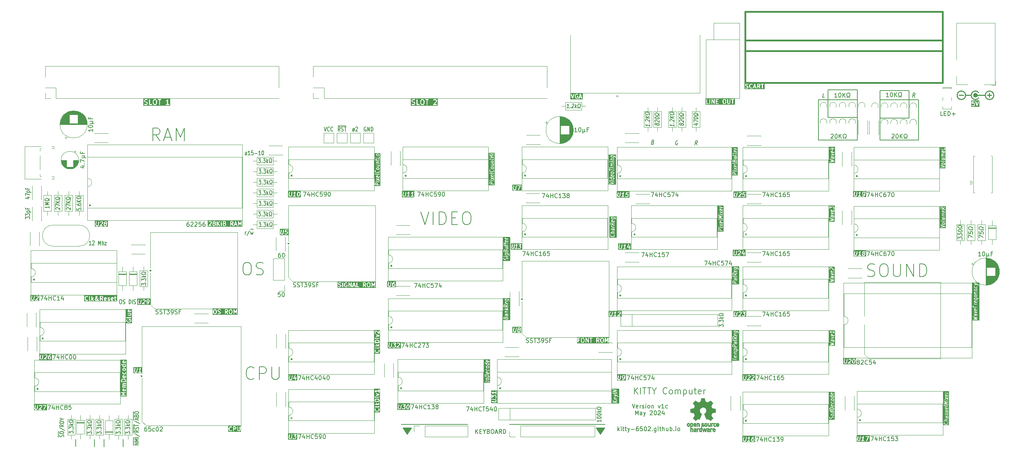
<source format=gbr>
%TF.GenerationSoftware,KiCad,Pcbnew,7.0.10*%
%TF.CreationDate,2024-05-18T10:40:10+01:00*%
%TF.ProjectId,v1c,7631632e-6b69-4636-9164-5f7063625858,rev?*%
%TF.SameCoordinates,Original*%
%TF.FileFunction,Legend,Top*%
%TF.FilePolarity,Positive*%
%FSLAX46Y46*%
G04 Gerber Fmt 4.6, Leading zero omitted, Abs format (unit mm)*
G04 Created by KiCad (PCBNEW 7.0.10) date 2024-05-18 10:40:10*
%MOMM*%
%LPD*%
G01*
G04 APERTURE LIST*
%ADD10C,0.150000*%
%ADD11C,0.200000*%
%ADD12C,0.160000*%
%ADD13C,0.120000*%
%ADD14C,0.300000*%
%ADD15C,0.010000*%
%ADD16C,0.381000*%
%ADD17C,0.100000*%
G04 APERTURE END LIST*
D10*
X178070000Y-135940800D02*
X177070000Y-134440800D01*
X179070000Y-134440800D01*
X178070000Y-135940800D01*
G36*
X178070000Y-135940800D02*
G01*
X177070000Y-134440800D01*
X179070000Y-134440800D01*
X178070000Y-135940800D01*
G37*
X156260800Y-133604000D02*
X179120800Y-133604000D01*
X56997600Y-138938000D02*
X56997600Y-137109200D01*
X130429000Y-133553200D02*
X146304000Y-133553200D01*
X232537000Y-53467000D02*
X239522000Y-53467000D01*
X239522000Y-60071000D01*
X232537000Y-60071000D01*
X232537000Y-53467000D01*
X244906800Y-53644800D02*
X251891800Y-53644800D01*
X251891800Y-60248800D01*
X244906800Y-60248800D01*
X244906800Y-53644800D01*
X52476400Y-138836400D02*
X52476400Y-137160000D01*
X131826000Y-135940800D02*
X130826000Y-134440800D01*
X132826000Y-134440800D01*
X131826000Y-135940800D01*
G36*
X131826000Y-135940800D02*
G01*
X130826000Y-134440800D01*
X132826000Y-134440800D01*
X131826000Y-135940800D01*
G37*
X230251000Y-55880000D02*
X239522000Y-55880000D01*
X239522000Y-65532000D01*
X230251000Y-65532000D01*
X230251000Y-55880000D01*
X63881000Y-138938000D02*
X63881000Y-137160000D01*
X59283600Y-138887200D02*
X59283600Y-137109200D01*
X244906800Y-55880000D02*
X254177800Y-55880000D01*
X254177800Y-65532000D01*
X244906800Y-65532000D01*
X244906800Y-55880000D01*
D11*
G36*
X135630762Y-55939070D02*
G01*
X135713989Y-56022297D01*
X135761428Y-56212052D01*
X135761428Y-56587432D01*
X135713989Y-56777188D01*
X135630762Y-56860414D01*
X135552107Y-56899742D01*
X135370749Y-56899742D01*
X135292093Y-56860414D01*
X135208866Y-56777187D01*
X135161428Y-56587432D01*
X135161428Y-56212052D01*
X135208866Y-56022297D01*
X135292093Y-55939070D01*
X135370749Y-55899742D01*
X135552106Y-55899742D01*
X135630762Y-55939070D01*
G37*
G36*
X139104286Y-57271171D02*
G01*
X132675713Y-57271171D01*
X132675713Y-56142600D01*
X132847142Y-56142600D01*
X132854265Y-56164523D01*
X132857699Y-56187322D01*
X132914843Y-56301607D01*
X132926215Y-56313153D01*
X132933574Y-56327596D01*
X132990717Y-56384738D01*
X133005156Y-56392095D01*
X133016706Y-56403471D01*
X133130992Y-56460614D01*
X133142012Y-56462273D01*
X133151459Y-56468185D01*
X133369380Y-56522665D01*
X133459335Y-56567642D01*
X133493526Y-56601833D01*
X133532856Y-56680491D01*
X133532856Y-56747563D01*
X133493526Y-56826222D01*
X133459335Y-56860413D01*
X133380678Y-56899742D01*
X133134798Y-56899742D01*
X132978764Y-56847732D01*
X132916962Y-56847262D01*
X132866688Y-56883209D01*
X132847144Y-56941842D01*
X132865796Y-57000763D01*
X132915520Y-57037468D01*
X133086949Y-57094611D01*
X133103157Y-57094734D01*
X133118571Y-57099742D01*
X133404285Y-57099742D01*
X133426208Y-57092618D01*
X133449006Y-57089185D01*
X133563292Y-57032043D01*
X133574841Y-57020668D01*
X133589282Y-57013310D01*
X133602850Y-56999742D01*
X134047142Y-56999742D01*
X134052036Y-57014804D01*
X134052036Y-57030644D01*
X134061345Y-57043457D01*
X134066240Y-57058521D01*
X134079053Y-57067830D01*
X134088363Y-57080644D01*
X134103426Y-57085538D01*
X134116240Y-57094848D01*
X134132079Y-57094848D01*
X134147142Y-57099742D01*
X134718570Y-57099742D01*
X134777349Y-57080644D01*
X134813676Y-57030644D01*
X134813676Y-56968840D01*
X134777349Y-56918840D01*
X134718570Y-56899742D01*
X134247142Y-56899742D01*
X134247142Y-56599742D01*
X134961428Y-56599742D01*
X134965274Y-56611579D01*
X134964414Y-56623996D01*
X135021557Y-56852568D01*
X135035729Y-56875216D01*
X135047860Y-56899025D01*
X135162146Y-57013311D01*
X135176589Y-57020670D01*
X135188136Y-57032043D01*
X135302421Y-57089185D01*
X135325218Y-57092618D01*
X135347142Y-57099742D01*
X135575714Y-57099742D01*
X135597637Y-57092618D01*
X135620435Y-57089185D01*
X135734720Y-57032043D01*
X135746267Y-57020669D01*
X135760710Y-57013311D01*
X135874996Y-56899025D01*
X135887129Y-56875213D01*
X135901299Y-56852568D01*
X135958442Y-56623995D01*
X135957581Y-56611579D01*
X135961428Y-56599742D01*
X135961428Y-56199742D01*
X135957581Y-56187904D01*
X135958442Y-56175489D01*
X135901299Y-55946917D01*
X135887129Y-55924271D01*
X135874996Y-55900460D01*
X135805180Y-55830644D01*
X136109179Y-55830644D01*
X136145506Y-55880644D01*
X136204285Y-55899742D01*
X136447142Y-55899742D01*
X136447142Y-56999742D01*
X136466240Y-57058521D01*
X136516240Y-57094848D01*
X136578044Y-57094848D01*
X136628044Y-57058521D01*
X136647142Y-56999742D01*
X136647142Y-56984099D01*
X137991231Y-56984099D01*
X137994894Y-57007226D01*
X137994894Y-57030644D01*
X137999636Y-57037171D01*
X138000899Y-57045141D01*
X138017455Y-57061697D01*
X138031221Y-57080644D01*
X138038895Y-57083137D01*
X138044601Y-57088843D01*
X138067730Y-57092506D01*
X138090000Y-57099742D01*
X138832857Y-57099742D01*
X138891636Y-57080644D01*
X138927963Y-57030644D01*
X138927963Y-56968840D01*
X138891636Y-56918840D01*
X138832857Y-56899742D01*
X138331422Y-56899742D01*
X138846425Y-56384739D01*
X138856891Y-56364197D01*
X138870582Y-56345651D01*
X138927725Y-56174223D01*
X138927848Y-56158015D01*
X138932857Y-56142600D01*
X138932857Y-56028314D01*
X138925733Y-56006390D01*
X138922300Y-55983593D01*
X138865157Y-55869307D01*
X138853784Y-55857760D01*
X138846426Y-55843318D01*
X138789283Y-55786175D01*
X138774843Y-55778817D01*
X138763294Y-55767442D01*
X138649007Y-55710299D01*
X138626209Y-55706865D01*
X138604286Y-55699742D01*
X138318572Y-55699742D01*
X138296648Y-55706865D01*
X138273851Y-55710299D01*
X138159565Y-55767442D01*
X138148016Y-55778816D01*
X138133575Y-55786175D01*
X138076432Y-55843317D01*
X138048374Y-55898385D01*
X138058042Y-55959427D01*
X138101744Y-56003129D01*
X138162786Y-56012797D01*
X138217854Y-55984739D01*
X138263521Y-55939070D01*
X138342180Y-55899742D01*
X138580679Y-55899742D01*
X138659336Y-55939070D01*
X138693527Y-55973262D01*
X138732857Y-56051921D01*
X138732857Y-56126372D01*
X138688311Y-56260008D01*
X138019289Y-56929031D01*
X138008658Y-56949894D01*
X137994894Y-56968840D01*
X137994894Y-56976909D01*
X137991231Y-56984099D01*
X136647142Y-56984099D01*
X136647142Y-55899742D01*
X136890000Y-55899742D01*
X136948779Y-55880644D01*
X136985106Y-55830644D01*
X136985106Y-55768840D01*
X136948779Y-55718840D01*
X136890000Y-55699742D01*
X136204285Y-55699742D01*
X136145506Y-55718840D01*
X136109179Y-55768840D01*
X136109179Y-55830644D01*
X135805180Y-55830644D01*
X135760710Y-55786174D01*
X135746267Y-55778815D01*
X135734721Y-55767443D01*
X135620436Y-55710299D01*
X135597637Y-55706865D01*
X135575714Y-55699742D01*
X135347142Y-55699742D01*
X135325218Y-55706865D01*
X135302421Y-55710299D01*
X135188135Y-55767442D01*
X135176587Y-55778815D01*
X135162146Y-55786174D01*
X135047860Y-55900460D01*
X135035729Y-55924268D01*
X135021557Y-55946917D01*
X134964414Y-56175488D01*
X134965274Y-56187904D01*
X134961428Y-56199742D01*
X134961428Y-56599742D01*
X134247142Y-56599742D01*
X134247142Y-55799742D01*
X134228044Y-55740963D01*
X134178044Y-55704636D01*
X134116240Y-55704636D01*
X134066240Y-55740963D01*
X134047142Y-55799742D01*
X134047142Y-56999742D01*
X133602850Y-56999742D01*
X133646425Y-56956167D01*
X133653783Y-56941724D01*
X133665156Y-56930178D01*
X133722299Y-56815892D01*
X133725732Y-56793094D01*
X133732856Y-56771171D01*
X133732856Y-56656885D01*
X133725732Y-56634961D01*
X133722299Y-56612164D01*
X133665156Y-56497878D01*
X133653782Y-56486331D01*
X133646425Y-56471890D01*
X133589282Y-56414747D01*
X133574842Y-56407389D01*
X133563293Y-56396014D01*
X133449006Y-56338871D01*
X133437985Y-56337211D01*
X133428539Y-56331300D01*
X133210615Y-56276819D01*
X133120662Y-56231841D01*
X133086470Y-56197648D01*
X133047142Y-56118992D01*
X133047142Y-56051921D01*
X133086470Y-55973264D01*
X133120662Y-55939071D01*
X133199320Y-55899742D01*
X133445201Y-55899742D01*
X133601233Y-55951753D01*
X133663035Y-55952223D01*
X133713309Y-55916276D01*
X133732853Y-55857644D01*
X133714202Y-55798722D01*
X133664479Y-55762017D01*
X133493051Y-55704874D01*
X133476843Y-55704750D01*
X133461428Y-55699742D01*
X133175713Y-55699742D01*
X133153789Y-55706865D01*
X133130992Y-55710299D01*
X133016706Y-55767442D01*
X133005156Y-55778817D01*
X132990717Y-55786175D01*
X132933574Y-55843317D01*
X132926216Y-55857758D01*
X132914842Y-55869306D01*
X132857699Y-55983593D01*
X132854265Y-56006390D01*
X132847142Y-56028314D01*
X132847142Y-56142600D01*
X132675713Y-56142600D01*
X132675713Y-55528313D01*
X139104286Y-55528313D01*
X139104286Y-57271171D01*
G37*
D10*
X115766905Y-63369819D02*
X115500238Y-62893628D01*
X115309762Y-63369819D02*
X115309762Y-62369819D01*
X115309762Y-62369819D02*
X115614524Y-62369819D01*
X115614524Y-62369819D02*
X115690714Y-62417438D01*
X115690714Y-62417438D02*
X115728809Y-62465057D01*
X115728809Y-62465057D02*
X115766905Y-62560295D01*
X115766905Y-62560295D02*
X115766905Y-62703152D01*
X115766905Y-62703152D02*
X115728809Y-62798390D01*
X115728809Y-62798390D02*
X115690714Y-62846009D01*
X115690714Y-62846009D02*
X115614524Y-62893628D01*
X115614524Y-62893628D02*
X115309762Y-62893628D01*
X116071666Y-63322200D02*
X116185952Y-63369819D01*
X116185952Y-63369819D02*
X116376428Y-63369819D01*
X116376428Y-63369819D02*
X116452619Y-63322200D01*
X116452619Y-63322200D02*
X116490714Y-63274580D01*
X116490714Y-63274580D02*
X116528809Y-63179342D01*
X116528809Y-63179342D02*
X116528809Y-63084104D01*
X116528809Y-63084104D02*
X116490714Y-62988866D01*
X116490714Y-62988866D02*
X116452619Y-62941247D01*
X116452619Y-62941247D02*
X116376428Y-62893628D01*
X116376428Y-62893628D02*
X116224047Y-62846009D01*
X116224047Y-62846009D02*
X116147857Y-62798390D01*
X116147857Y-62798390D02*
X116109762Y-62750771D01*
X116109762Y-62750771D02*
X116071666Y-62655533D01*
X116071666Y-62655533D02*
X116071666Y-62560295D01*
X116071666Y-62560295D02*
X116109762Y-62465057D01*
X116109762Y-62465057D02*
X116147857Y-62417438D01*
X116147857Y-62417438D02*
X116224047Y-62369819D01*
X116224047Y-62369819D02*
X116414524Y-62369819D01*
X116414524Y-62369819D02*
X116528809Y-62417438D01*
X116757381Y-62369819D02*
X117214524Y-62369819D01*
X116985952Y-63369819D02*
X116985952Y-62369819D01*
X115199286Y-62092200D02*
X117210715Y-62092200D01*
D11*
G36*
X85943858Y-106212023D02*
G01*
X86008037Y-106276202D01*
X86045952Y-106427861D01*
X86045952Y-106736575D01*
X86008036Y-106888235D01*
X85943860Y-106952413D01*
X85884250Y-106982219D01*
X85740988Y-106982219D01*
X85681378Y-106952414D01*
X85617201Y-106888236D01*
X85579286Y-106736575D01*
X85579286Y-106427862D01*
X85617201Y-106276202D01*
X85681380Y-106212023D01*
X85740988Y-106182219D01*
X85884250Y-106182219D01*
X85943858Y-106212023D01*
G37*
G36*
X89705763Y-106212023D02*
G01*
X89769942Y-106276202D01*
X89807857Y-106427861D01*
X89807857Y-106736575D01*
X89769941Y-106888235D01*
X89705765Y-106952413D01*
X89646155Y-106982219D01*
X89502893Y-106982219D01*
X89443283Y-106952414D01*
X89379106Y-106888236D01*
X89341191Y-106736575D01*
X89341191Y-106427862D01*
X89379106Y-106276202D01*
X89443285Y-106212023D01*
X89502893Y-106182219D01*
X89646155Y-106182219D01*
X89705763Y-106212023D01*
G37*
G36*
X88705764Y-106212024D02*
G01*
X88730433Y-106236692D01*
X88760238Y-106296302D01*
X88760238Y-106391945D01*
X88730433Y-106451554D01*
X88705764Y-106476222D01*
X88646155Y-106506028D01*
X88388810Y-106506028D01*
X88388810Y-106182219D01*
X88646155Y-106182219D01*
X88705764Y-106212024D01*
G37*
G36*
X91245952Y-107325076D02*
G01*
X85236429Y-107325076D01*
X85236429Y-106748885D01*
X85379286Y-106748885D01*
X85383132Y-106760722D01*
X85382272Y-106773139D01*
X85429891Y-106963614D01*
X85444064Y-106986264D01*
X85456194Y-107010071D01*
X85551432Y-107105311D01*
X85565875Y-107112670D01*
X85577422Y-107124043D01*
X85672659Y-107171662D01*
X85695457Y-107175095D01*
X85717381Y-107182219D01*
X85907857Y-107182219D01*
X85929780Y-107175095D01*
X85952578Y-107171662D01*
X86047816Y-107124043D01*
X86059364Y-107112668D01*
X86073806Y-107105310D01*
X86169044Y-107010071D01*
X86181175Y-106986262D01*
X86195347Y-106963615D01*
X86242966Y-106773139D01*
X86242105Y-106760722D01*
X86245952Y-106748885D01*
X86245952Y-106415552D01*
X86242105Y-106403714D01*
X86242966Y-106391298D01*
X86237125Y-106367933D01*
X86426905Y-106367933D01*
X86434028Y-106389856D01*
X86437462Y-106412654D01*
X86485081Y-106507892D01*
X86496454Y-106519439D01*
X86503813Y-106533882D01*
X86551432Y-106581500D01*
X86565873Y-106588858D01*
X86577422Y-106600233D01*
X86672659Y-106647852D01*
X86683680Y-106649512D01*
X86693127Y-106655423D01*
X86872952Y-106700379D01*
X86943859Y-106735833D01*
X86968528Y-106760501D01*
X86998333Y-106820111D01*
X86998333Y-106868135D01*
X86968528Y-106927743D01*
X86943859Y-106952413D01*
X86884250Y-106982219D01*
X86685988Y-106982219D01*
X86558528Y-106939732D01*
X86496726Y-106939262D01*
X86446452Y-106975209D01*
X86426907Y-107033841D01*
X86445559Y-107092763D01*
X86495282Y-107129468D01*
X86638139Y-107177087D01*
X86654346Y-107177210D01*
X86669762Y-107182219D01*
X86907857Y-107182219D01*
X86929780Y-107175095D01*
X86952578Y-107171662D01*
X87047816Y-107124043D01*
X87059364Y-107112668D01*
X87073806Y-107105310D01*
X87096897Y-107082219D01*
X88188810Y-107082219D01*
X88207908Y-107140998D01*
X88257908Y-107177325D01*
X88319712Y-107177325D01*
X88369712Y-107140998D01*
X88388810Y-107082219D01*
X88388810Y-106706028D01*
X88474840Y-106706028D01*
X88778315Y-107139565D01*
X88827668Y-107176767D01*
X88889462Y-107177854D01*
X88940094Y-107142412D01*
X88960223Y-107083979D01*
X88942161Y-107024873D01*
X88748969Y-106748885D01*
X89141191Y-106748885D01*
X89145037Y-106760722D01*
X89144177Y-106773139D01*
X89191796Y-106963614D01*
X89205969Y-106986264D01*
X89218099Y-107010071D01*
X89313337Y-107105311D01*
X89327780Y-107112670D01*
X89339327Y-107124043D01*
X89434564Y-107171662D01*
X89457362Y-107175095D01*
X89479286Y-107182219D01*
X89669762Y-107182219D01*
X89691685Y-107175095D01*
X89714483Y-107171662D01*
X89809721Y-107124043D01*
X89821269Y-107112668D01*
X89835711Y-107105310D01*
X89858802Y-107082219D01*
X90236429Y-107082219D01*
X90255527Y-107140998D01*
X90305527Y-107177325D01*
X90367331Y-107177325D01*
X90417331Y-107140998D01*
X90436429Y-107082219D01*
X90436429Y-106532975D01*
X90579144Y-106838793D01*
X90592238Y-106852826D01*
X90601540Y-106869619D01*
X90612816Y-106874881D01*
X90621307Y-106883981D01*
X90640154Y-106887638D01*
X90657546Y-106895755D01*
X90669759Y-106893384D01*
X90681978Y-106895756D01*
X90699374Y-106887637D01*
X90718217Y-106883981D01*
X90726705Y-106874883D01*
X90737984Y-106869620D01*
X90747287Y-106852825D01*
X90760380Y-106838793D01*
X90903095Y-106532974D01*
X90903095Y-107082219D01*
X90922193Y-107140998D01*
X90972193Y-107177325D01*
X91033997Y-107177325D01*
X91083997Y-107140998D01*
X91103095Y-107082219D01*
X91103095Y-106082219D01*
X91100066Y-106072896D01*
X91101264Y-106063166D01*
X91090719Y-106044129D01*
X91083997Y-106023440D01*
X91076067Y-106017678D01*
X91071317Y-106009103D01*
X91051598Y-105999900D01*
X91033997Y-105987113D01*
X91024195Y-105987113D01*
X91015311Y-105982967D01*
X90993949Y-105987113D01*
X90972193Y-105987113D01*
X90964263Y-105992874D01*
X90954640Y-105994742D01*
X90939796Y-106010650D01*
X90922193Y-106023440D01*
X90919163Y-106032763D01*
X90912477Y-106039930D01*
X90669761Y-106560033D01*
X90427047Y-106039930D01*
X90420360Y-106032763D01*
X90417331Y-106023440D01*
X90399727Y-106010650D01*
X90384884Y-105994742D01*
X90375261Y-105992874D01*
X90367331Y-105987113D01*
X90345572Y-105987113D01*
X90324213Y-105982968D01*
X90315331Y-105987113D01*
X90305527Y-105987113D01*
X90287922Y-105999903D01*
X90268207Y-106009104D01*
X90263457Y-106017678D01*
X90255527Y-106023440D01*
X90248803Y-106044132D01*
X90238260Y-106063167D01*
X90239457Y-106072897D01*
X90236429Y-106082219D01*
X90236429Y-107082219D01*
X89858802Y-107082219D01*
X89930949Y-107010071D01*
X89943080Y-106986262D01*
X89957252Y-106963615D01*
X90004871Y-106773139D01*
X90004010Y-106760722D01*
X90007857Y-106748885D01*
X90007857Y-106415552D01*
X90004010Y-106403714D01*
X90004871Y-106391298D01*
X89957252Y-106200822D01*
X89943079Y-106178173D01*
X89930949Y-106154365D01*
X89835711Y-106059127D01*
X89821268Y-106051768D01*
X89809721Y-106040395D01*
X89714483Y-105992776D01*
X89691685Y-105989342D01*
X89669762Y-105982219D01*
X89479286Y-105982219D01*
X89457362Y-105989342D01*
X89434564Y-105992776D01*
X89339327Y-106040395D01*
X89327779Y-106051768D01*
X89313337Y-106059127D01*
X89218099Y-106154365D01*
X89205967Y-106178174D01*
X89191796Y-106200823D01*
X89144177Y-106391298D01*
X89145037Y-106403714D01*
X89141191Y-106415552D01*
X89141191Y-106748885D01*
X88748969Y-106748885D01*
X88711856Y-106695866D01*
X88714483Y-106695471D01*
X88809721Y-106647852D01*
X88821268Y-106636478D01*
X88835711Y-106629120D01*
X88883329Y-106581501D01*
X88890687Y-106567059D01*
X88902062Y-106555511D01*
X88949681Y-106460274D01*
X88953114Y-106437475D01*
X88960238Y-106415552D01*
X88960238Y-106272695D01*
X88953114Y-106250771D01*
X88949681Y-106227973D01*
X88902062Y-106132736D01*
X88890687Y-106121187D01*
X88883329Y-106106746D01*
X88835711Y-106059127D01*
X88821268Y-106051768D01*
X88809721Y-106040395D01*
X88714483Y-105992776D01*
X88691685Y-105989342D01*
X88669762Y-105982219D01*
X88288810Y-105982219D01*
X88273747Y-105987113D01*
X88257908Y-105987113D01*
X88245094Y-105996422D01*
X88230031Y-106001317D01*
X88220721Y-106014130D01*
X88207908Y-106023440D01*
X88203013Y-106038503D01*
X88193704Y-106051317D01*
X88193704Y-106067156D01*
X88188810Y-106082219D01*
X88188810Y-107082219D01*
X87096897Y-107082219D01*
X87121425Y-107057690D01*
X87128782Y-107043249D01*
X87140157Y-107031701D01*
X87187776Y-106936464D01*
X87191209Y-106913665D01*
X87198333Y-106891742D01*
X87198333Y-106796504D01*
X87191209Y-106774580D01*
X87187776Y-106751782D01*
X87140157Y-106656545D01*
X87128782Y-106644996D01*
X87121424Y-106630555D01*
X87073806Y-106582936D01*
X87059363Y-106575577D01*
X87047816Y-106564204D01*
X86952578Y-106516585D01*
X86941556Y-106514924D01*
X86932110Y-106509014D01*
X86752285Y-106464057D01*
X86681378Y-106428604D01*
X86656710Y-106403935D01*
X86626905Y-106344325D01*
X86626905Y-106296302D01*
X86656710Y-106236692D01*
X86681378Y-106212023D01*
X86740988Y-106182219D01*
X86939249Y-106182219D01*
X87066710Y-106224706D01*
X87128512Y-106225176D01*
X87178786Y-106189229D01*
X87198330Y-106130597D01*
X87179679Y-106071675D01*
X87129955Y-106034970D01*
X86987099Y-105987351D01*
X86970891Y-105987227D01*
X86955476Y-105982219D01*
X86717381Y-105982219D01*
X86695457Y-105989342D01*
X86672659Y-105992776D01*
X86577422Y-106040395D01*
X86565873Y-106051769D01*
X86551432Y-106059128D01*
X86503813Y-106106746D01*
X86496454Y-106121188D01*
X86485081Y-106132736D01*
X86437462Y-106227974D01*
X86434028Y-106250771D01*
X86426905Y-106272695D01*
X86426905Y-106367933D01*
X86237125Y-106367933D01*
X86195347Y-106200822D01*
X86181174Y-106178173D01*
X86169044Y-106154365D01*
X86073806Y-106059127D01*
X86059363Y-106051768D01*
X86047816Y-106040395D01*
X85952578Y-105992776D01*
X85929780Y-105989342D01*
X85907857Y-105982219D01*
X85717381Y-105982219D01*
X85695457Y-105989342D01*
X85672659Y-105992776D01*
X85577422Y-106040395D01*
X85565874Y-106051768D01*
X85551432Y-106059127D01*
X85456194Y-106154365D01*
X85444062Y-106178174D01*
X85429891Y-106200823D01*
X85382272Y-106391298D01*
X85383132Y-106403714D01*
X85379286Y-106415552D01*
X85379286Y-106748885D01*
X85236429Y-106748885D01*
X85236429Y-105839362D01*
X91245952Y-105839362D01*
X91245952Y-107325076D01*
G37*
D10*
G36*
X260211331Y-71073123D02*
G01*
X260285736Y-71112186D01*
X260317779Y-71141825D01*
X260349619Y-71196747D01*
X260349619Y-71267839D01*
X260323043Y-71307038D01*
X260297622Y-71324197D01*
X260228642Y-71343166D01*
X259971237Y-71310991D01*
X259896835Y-71271929D01*
X259864790Y-71242288D01*
X259832952Y-71187365D01*
X259832952Y-71116275D01*
X259859526Y-71077077D01*
X259884949Y-71059916D01*
X259953929Y-71040948D01*
X260211331Y-71073123D01*
G37*
G36*
X259935358Y-68143386D02*
G01*
X259992804Y-68380352D01*
X259923618Y-68371704D01*
X259859599Y-68338094D01*
X259832952Y-68292125D01*
X259832952Y-68182940D01*
X259852127Y-68154655D01*
X259906309Y-68139755D01*
X259935358Y-68143386D01*
G37*
G36*
X260642476Y-72297268D02*
G01*
X259206804Y-72297268D01*
X259206804Y-72077617D01*
X259349661Y-72077617D01*
X259365569Y-72126392D01*
X259409106Y-72153530D01*
X259435139Y-72154411D01*
X260435139Y-72012745D01*
X260441429Y-72009391D01*
X260448555Y-72009564D01*
X260463517Y-71997615D01*
X260480410Y-71988609D01*
X260483072Y-71981998D01*
X260488643Y-71977550D01*
X260492423Y-71958781D01*
X260499577Y-71941021D01*
X260497366Y-71934243D01*
X260498774Y-71927256D01*
X260489605Y-71910447D01*
X260483669Y-71892246D01*
X260477620Y-71888475D01*
X260474207Y-71882218D01*
X260451971Y-71868651D01*
X259451971Y-71476984D01*
X259400683Y-71475741D01*
X259360595Y-71507755D01*
X259350464Y-71558049D01*
X259375031Y-71603087D01*
X259397267Y-71616654D01*
X260131561Y-71904252D01*
X259414099Y-72005893D01*
X259368828Y-72030029D01*
X259349661Y-72077617D01*
X259206804Y-72077617D01*
X259206804Y-71207534D01*
X259682952Y-71207534D01*
X259685289Y-71213954D01*
X259684114Y-71220688D01*
X259693066Y-71245149D01*
X259740686Y-71327292D01*
X259742610Y-71328900D01*
X259754643Y-71344735D01*
X259802262Y-71388782D01*
X259805290Y-71390053D01*
X259818327Y-71400129D01*
X259913565Y-71450129D01*
X259913961Y-71450182D01*
X259914233Y-71450475D01*
X259939125Y-71458145D01*
X260224839Y-71493859D01*
X260226523Y-71493473D01*
X260228095Y-71494194D01*
X260254028Y-71491753D01*
X260349266Y-71465564D01*
X260350459Y-71464716D01*
X260371340Y-71455412D01*
X260418960Y-71423269D01*
X260419710Y-71422235D01*
X260420940Y-71421886D01*
X260439078Y-71403192D01*
X260486697Y-71332954D01*
X260489009Y-71323772D01*
X260495096Y-71316519D01*
X260499619Y-71290867D01*
X260499619Y-71176581D01*
X260497282Y-71170160D01*
X260498457Y-71163428D01*
X260489505Y-71138967D01*
X260441886Y-71056823D01*
X260439958Y-71055211D01*
X260427928Y-71039380D01*
X260380307Y-70995333D01*
X260377279Y-70994062D01*
X260364242Y-70983986D01*
X260269005Y-70933986D01*
X260268608Y-70933932D01*
X260268337Y-70933640D01*
X260243444Y-70925970D01*
X259957731Y-70890256D01*
X259956045Y-70890641D01*
X259954474Y-70889921D01*
X259928541Y-70892362D01*
X259833304Y-70918552D01*
X259832115Y-70919395D01*
X259811229Y-70928704D01*
X259763610Y-70960846D01*
X259762859Y-70961879D01*
X259761631Y-70962229D01*
X259743493Y-70980923D01*
X259695874Y-71051161D01*
X259693561Y-71060342D01*
X259687475Y-71067596D01*
X259682952Y-71093248D01*
X259682952Y-71207534D01*
X259206804Y-71207534D01*
X259206804Y-70534258D01*
X259352944Y-70534258D01*
X259355517Y-70585497D01*
X259390423Y-70623094D01*
X259415316Y-70630764D01*
X260272458Y-70737907D01*
X260274143Y-70737521D01*
X260275715Y-70738242D01*
X260301648Y-70735801D01*
X260396887Y-70709610D01*
X260407920Y-70701776D01*
X260420940Y-70698076D01*
X260438234Y-70680251D01*
X260438718Y-70679908D01*
X260438773Y-70679696D01*
X260439078Y-70679382D01*
X260486697Y-70609144D01*
X260499226Y-70559395D01*
X260476847Y-70513230D01*
X260430028Y-70492253D01*
X260380679Y-70506276D01*
X260362541Y-70524970D01*
X260330443Y-70572314D01*
X260276260Y-70587214D01*
X259433922Y-70481922D01*
X259383908Y-70493354D01*
X259352944Y-70534258D01*
X259206804Y-70534258D01*
X259206804Y-70156876D01*
X259686277Y-70156876D01*
X259688850Y-70208115D01*
X259723756Y-70245712D01*
X259748649Y-70253382D01*
X260272459Y-70318859D01*
X260274143Y-70318473D01*
X260275715Y-70319194D01*
X260301648Y-70316753D01*
X260396887Y-70290562D01*
X260407920Y-70282728D01*
X260420940Y-70279028D01*
X260438234Y-70261203D01*
X260438718Y-70260860D01*
X260438773Y-70260648D01*
X260439078Y-70260334D01*
X260486697Y-70190096D01*
X260489009Y-70180914D01*
X260495096Y-70173661D01*
X260499619Y-70148009D01*
X260499619Y-70033723D01*
X260497282Y-70027302D01*
X260498457Y-70020570D01*
X260489505Y-69996109D01*
X260474528Y-69970274D01*
X260496294Y-69941523D01*
X260493721Y-69890284D01*
X260458814Y-69852687D01*
X260433921Y-69845017D01*
X259767255Y-69761683D01*
X259717242Y-69773115D01*
X259686277Y-69814019D01*
X259688850Y-69865258D01*
X259723756Y-69902855D01*
X259748649Y-69910525D01*
X260296153Y-69978963D01*
X260317779Y-69998967D01*
X260349619Y-70053889D01*
X260349619Y-70124981D01*
X260330443Y-70153266D01*
X260276260Y-70168166D01*
X259767255Y-70104540D01*
X259717242Y-70115972D01*
X259686277Y-70156876D01*
X259206804Y-70156876D01*
X259206804Y-69340866D01*
X259682952Y-69340866D01*
X259685289Y-69347286D01*
X259684114Y-69354020D01*
X259693066Y-69378481D01*
X259708042Y-69404314D01*
X259686277Y-69433066D01*
X259688850Y-69484305D01*
X259723756Y-69521902D01*
X259748649Y-69529572D01*
X260415316Y-69612906D01*
X260465329Y-69601474D01*
X260496294Y-69560570D01*
X260493721Y-69509331D01*
X260458814Y-69471734D01*
X260433921Y-69464064D01*
X259886417Y-69395625D01*
X259864790Y-69375620D01*
X259832952Y-69320697D01*
X259832952Y-69249607D01*
X259852127Y-69221322D01*
X259906309Y-69206422D01*
X260415316Y-69270049D01*
X260465329Y-69258617D01*
X260496294Y-69217713D01*
X260493720Y-69166474D01*
X260458814Y-69128877D01*
X260433921Y-69121207D01*
X259923618Y-69057418D01*
X259859598Y-69023807D01*
X259832952Y-68977842D01*
X259832952Y-68906750D01*
X259852127Y-68878465D01*
X259906309Y-68863565D01*
X260415316Y-68927191D01*
X260465329Y-68915759D01*
X260496294Y-68874855D01*
X260493720Y-68823616D01*
X260458814Y-68786019D01*
X260433921Y-68778349D01*
X259910112Y-68712873D01*
X259908426Y-68713258D01*
X259906855Y-68712538D01*
X259880922Y-68714979D01*
X259785684Y-68741170D01*
X259774650Y-68749004D01*
X259761631Y-68752704D01*
X259744336Y-68770528D01*
X259743853Y-68770872D01*
X259743797Y-68771083D01*
X259743493Y-68771398D01*
X259695874Y-68841636D01*
X259693561Y-68850817D01*
X259687475Y-68858071D01*
X259682952Y-68883723D01*
X259682952Y-68998009D01*
X259685289Y-69004429D01*
X259684114Y-69011163D01*
X259693067Y-69035624D01*
X259740686Y-69117766D01*
X259740958Y-69117993D01*
X259695874Y-69184493D01*
X259693561Y-69193674D01*
X259687475Y-69200928D01*
X259682952Y-69226580D01*
X259682952Y-69340866D01*
X259206804Y-69340866D01*
X259206804Y-68312294D01*
X259682952Y-68312294D01*
X259685289Y-68318714D01*
X259684114Y-68325448D01*
X259693066Y-68349909D01*
X259740686Y-68432052D01*
X259746983Y-68437317D01*
X259750099Y-68444913D01*
X259770708Y-68460842D01*
X259865946Y-68510842D01*
X259866341Y-68510895D01*
X259866613Y-68511188D01*
X259891506Y-68518858D01*
X260272459Y-68566477D01*
X260274143Y-68566091D01*
X260275715Y-68566812D01*
X260301648Y-68564371D01*
X260396887Y-68538180D01*
X260407920Y-68530346D01*
X260420940Y-68526646D01*
X260438234Y-68508821D01*
X260438718Y-68508478D01*
X260438773Y-68508266D01*
X260439078Y-68507952D01*
X260486697Y-68437714D01*
X260489009Y-68428532D01*
X260495096Y-68421279D01*
X260499619Y-68395627D01*
X260499619Y-68243246D01*
X260497282Y-68236825D01*
X260498457Y-68230093D01*
X260489505Y-68205632D01*
X260441886Y-68123488D01*
X260402527Y-68090581D01*
X260351224Y-68090671D01*
X260311982Y-68123718D01*
X260303162Y-68174257D01*
X260312114Y-68198718D01*
X260349619Y-68263412D01*
X260349619Y-68372599D01*
X260330443Y-68400884D01*
X260276260Y-68415784D01*
X260151973Y-68400248D01*
X260068936Y-68057719D01*
X260065463Y-68052497D01*
X260065149Y-68046235D01*
X260051573Y-68031613D01*
X260040525Y-68015001D01*
X260034508Y-68013233D01*
X260030242Y-68008638D01*
X260005350Y-68000968D01*
X259910112Y-67989063D01*
X259908426Y-67989448D01*
X259906855Y-67988728D01*
X259880922Y-67991169D01*
X259785684Y-68017360D01*
X259774650Y-68025194D01*
X259761631Y-68028894D01*
X259744336Y-68046718D01*
X259743853Y-68047062D01*
X259743797Y-68047273D01*
X259743493Y-68047588D01*
X259695874Y-68117826D01*
X259693561Y-68127007D01*
X259687475Y-68134261D01*
X259682952Y-68159913D01*
X259682952Y-68312294D01*
X259206804Y-68312294D01*
X259206804Y-67639019D01*
X259352944Y-67639019D01*
X259355517Y-67690258D01*
X259390423Y-67727855D01*
X259415316Y-67735525D01*
X260415316Y-67860525D01*
X260438591Y-67855204D01*
X260462119Y-67851056D01*
X260463395Y-67849535D01*
X260465329Y-67849093D01*
X260479740Y-67830055D01*
X260495096Y-67811756D01*
X260495552Y-67809168D01*
X260496294Y-67808189D01*
X260496167Y-67805677D01*
X260499619Y-67786104D01*
X260499619Y-67405151D01*
X260482072Y-67356942D01*
X260437643Y-67331290D01*
X260387119Y-67340199D01*
X260354142Y-67379499D01*
X260349619Y-67405151D01*
X260349619Y-67701145D01*
X259433922Y-67586683D01*
X259383908Y-67598115D01*
X259352944Y-67639019D01*
X259206804Y-67639019D01*
X259206804Y-67188433D01*
X260642476Y-67188433D01*
X260642476Y-72297268D01*
G37*
G36*
X181285976Y-86848853D02*
G01*
X181304819Y-86881356D01*
X181304819Y-87028638D01*
X181285643Y-87056923D01*
X181231460Y-87071823D01*
X181164532Y-87063457D01*
X181100513Y-87029847D01*
X181073866Y-86983878D01*
X181073866Y-86822339D01*
X181285976Y-86848853D01*
G37*
G36*
X180690341Y-85441065D02*
G01*
X180764744Y-85480127D01*
X180796788Y-85509767D01*
X180828628Y-85564689D01*
X180828628Y-85764326D01*
X180454819Y-85717600D01*
X180454819Y-85502074D01*
X180481393Y-85462876D01*
X180506816Y-85445715D01*
X180575795Y-85426746D01*
X180690341Y-85441065D01*
G37*
G36*
X180890558Y-84780377D02*
G01*
X180948004Y-85017343D01*
X180878818Y-85008695D01*
X180814799Y-84975085D01*
X180788152Y-84929116D01*
X180788152Y-84819931D01*
X180807327Y-84791646D01*
X180861509Y-84776746D01*
X180890558Y-84780377D01*
G37*
G36*
X181285975Y-84144091D02*
G01*
X181304819Y-84176594D01*
X181304819Y-84285781D01*
X181278243Y-84324980D01*
X181252822Y-84342139D01*
X181183842Y-84361108D01*
X180926437Y-84328933D01*
X180852035Y-84289871D01*
X180819990Y-84260230D01*
X180788152Y-84205307D01*
X180788152Y-84096122D01*
X180797063Y-84082976D01*
X181285975Y-84144091D01*
G37*
G36*
X181931009Y-88853838D02*
G01*
X180161962Y-88853838D01*
X180161962Y-88298095D01*
X180304819Y-88298095D01*
X180305199Y-88299139D01*
X180304848Y-88300196D01*
X180310088Y-88325711D01*
X180357707Y-88445949D01*
X180360265Y-88448829D01*
X180360750Y-88452651D01*
X180376510Y-88473390D01*
X180471748Y-88561486D01*
X180474774Y-88562756D01*
X180487813Y-88572834D01*
X180583051Y-88622834D01*
X180586301Y-88623273D01*
X180594733Y-88627757D01*
X180785209Y-88689661D01*
X180788658Y-88689540D01*
X180799087Y-88692754D01*
X180941944Y-88710612D01*
X180945359Y-88709831D01*
X180956856Y-88710981D01*
X181147332Y-88696695D01*
X181150498Y-88695265D01*
X181161610Y-88694220D01*
X181256848Y-88668029D01*
X181258035Y-88667185D01*
X181278921Y-88657878D01*
X181374160Y-88593593D01*
X181379003Y-88586921D01*
X181386397Y-88583272D01*
X181400860Y-88561609D01*
X181448479Y-88453275D01*
X181448645Y-88450713D01*
X181450296Y-88448747D01*
X181454819Y-88423095D01*
X181454819Y-88346905D01*
X181454438Y-88345860D01*
X181454790Y-88344804D01*
X181449550Y-88319289D01*
X181401931Y-88199051D01*
X181399372Y-88196170D01*
X181398888Y-88192348D01*
X181383128Y-88171609D01*
X181335508Y-88127561D01*
X181288202Y-88107707D01*
X181239202Y-88122904D01*
X181211435Y-88166043D01*
X181217892Y-88216938D01*
X181233652Y-88237677D01*
X181268749Y-88270142D01*
X181304819Y-88361216D01*
X181304819Y-88407338D01*
X181272266Y-88481397D01*
X181205203Y-88526663D01*
X181128856Y-88547659D01*
X180953113Y-88560840D01*
X180824779Y-88544797D01*
X180647142Y-88487066D01*
X180566319Y-88444633D01*
X180490888Y-88374859D01*
X180454819Y-88283783D01*
X180454819Y-88237661D01*
X180487371Y-88163602D01*
X180517017Y-88143593D01*
X180547159Y-88102078D01*
X180543564Y-88050901D01*
X180507913Y-88014008D01*
X180456890Y-88008662D01*
X180433098Y-88019265D01*
X180385478Y-88051407D01*
X180380635Y-88058077D01*
X180373241Y-88061727D01*
X180358778Y-88083391D01*
X180311159Y-88191725D01*
X180310992Y-88194286D01*
X180309342Y-88196253D01*
X180304819Y-88221905D01*
X180304819Y-88298095D01*
X180161962Y-88298095D01*
X180161962Y-87704582D01*
X180308144Y-87704582D01*
X180310717Y-87755821D01*
X180345623Y-87793418D01*
X180370516Y-87801088D01*
X181370516Y-87926088D01*
X181420529Y-87914656D01*
X181451494Y-87873752D01*
X181448921Y-87822513D01*
X181414014Y-87784916D01*
X181389121Y-87777246D01*
X180841618Y-87708808D01*
X180819990Y-87688802D01*
X180788152Y-87633879D01*
X180788152Y-87562789D01*
X180807327Y-87534504D01*
X180861509Y-87519604D01*
X181370516Y-87583231D01*
X181420529Y-87571799D01*
X181451494Y-87530895D01*
X181448920Y-87479656D01*
X181414014Y-87442059D01*
X181389121Y-87434389D01*
X180865312Y-87368912D01*
X180863626Y-87369297D01*
X180862055Y-87368577D01*
X180836122Y-87371018D01*
X180740884Y-87397209D01*
X180729850Y-87405043D01*
X180716831Y-87408743D01*
X180699536Y-87426567D01*
X180699053Y-87426911D01*
X180698997Y-87427122D01*
X180698693Y-87427437D01*
X180651074Y-87497675D01*
X180648761Y-87506856D01*
X180642675Y-87514110D01*
X180638152Y-87539762D01*
X180638152Y-87654048D01*
X180640489Y-87660468D01*
X180639314Y-87667202D01*
X180645572Y-87684302D01*
X180389122Y-87652246D01*
X180339108Y-87663678D01*
X180308144Y-87704582D01*
X180161962Y-87704582D01*
X180161962Y-86968333D01*
X180638152Y-86968333D01*
X180640489Y-86974753D01*
X180639314Y-86981487D01*
X180648266Y-87005948D01*
X180695886Y-87088091D01*
X180735245Y-87120998D01*
X180786547Y-87120908D01*
X180825789Y-87087862D01*
X180834609Y-87037323D01*
X180825657Y-87012862D01*
X180788152Y-86948164D01*
X180788152Y-86838979D01*
X180807327Y-86810694D01*
X180861509Y-86795794D01*
X180905022Y-86801233D01*
X180923866Y-86833737D01*
X180923866Y-87004047D01*
X180926203Y-87010467D01*
X180925028Y-87017201D01*
X180933980Y-87041662D01*
X180981600Y-87123805D01*
X180987897Y-87129070D01*
X180991013Y-87136666D01*
X181011622Y-87152595D01*
X181106860Y-87202595D01*
X181107255Y-87202648D01*
X181107527Y-87202941D01*
X181132420Y-87210611D01*
X181227658Y-87222516D01*
X181229343Y-87222130D01*
X181230915Y-87222851D01*
X181256848Y-87220410D01*
X181352087Y-87194219D01*
X181363120Y-87186385D01*
X181376140Y-87182685D01*
X181393434Y-87164860D01*
X181393918Y-87164517D01*
X181393973Y-87164305D01*
X181394278Y-87163991D01*
X181441897Y-87093753D01*
X181444209Y-87084571D01*
X181450296Y-87077318D01*
X181454819Y-87051666D01*
X181454819Y-86861190D01*
X181452482Y-86854769D01*
X181453657Y-86848037D01*
X181444705Y-86823576D01*
X181442235Y-86819315D01*
X181451494Y-86807085D01*
X181448920Y-86755846D01*
X181414014Y-86718249D01*
X181389121Y-86710579D01*
X180865312Y-86645102D01*
X180863626Y-86645487D01*
X180862055Y-86644767D01*
X180836122Y-86647208D01*
X180740884Y-86673399D01*
X180729850Y-86681233D01*
X180716831Y-86684933D01*
X180699536Y-86702757D01*
X180699053Y-86703101D01*
X180698997Y-86703312D01*
X180698693Y-86703627D01*
X180651074Y-86773865D01*
X180648761Y-86783046D01*
X180642675Y-86790300D01*
X180638152Y-86815952D01*
X180638152Y-86968333D01*
X180161962Y-86968333D01*
X180161962Y-86168332D01*
X180638152Y-86168332D01*
X180640489Y-86174752D01*
X180639314Y-86181486D01*
X180648266Y-86205947D01*
X180677598Y-86256545D01*
X180672442Y-86257724D01*
X180641477Y-86298628D01*
X180644050Y-86349867D01*
X180678956Y-86387464D01*
X180703849Y-86395134D01*
X181370516Y-86478468D01*
X181420529Y-86467036D01*
X181451494Y-86426132D01*
X181448921Y-86374893D01*
X181414014Y-86337296D01*
X181389121Y-86329626D01*
X180926436Y-86271789D01*
X180852035Y-86232728D01*
X180819992Y-86203089D01*
X180788152Y-86148163D01*
X180788152Y-86092142D01*
X180770605Y-86043933D01*
X180726176Y-86018281D01*
X180675652Y-86027190D01*
X180642675Y-86066490D01*
X180638152Y-86092142D01*
X180638152Y-86168332D01*
X180161962Y-86168332D01*
X180161962Y-85783809D01*
X180304819Y-85783809D01*
X180309962Y-85797940D01*
X180310717Y-85812963D01*
X180318469Y-85821313D01*
X180322366Y-85832018D01*
X180335389Y-85839537D01*
X180345623Y-85850560D01*
X180364616Y-85856412D01*
X180366795Y-85857670D01*
X180368005Y-85857456D01*
X180370516Y-85858230D01*
X181370516Y-85983230D01*
X181420529Y-85971798D01*
X181451494Y-85930894D01*
X181448921Y-85879655D01*
X181414014Y-85842058D01*
X181389121Y-85834388D01*
X180978628Y-85783076D01*
X180978628Y-85707972D01*
X181409736Y-85520441D01*
X181446944Y-85485120D01*
X181452745Y-85434146D01*
X181424421Y-85391370D01*
X181375229Y-85376806D01*
X181349902Y-85382891D01*
X180978587Y-85544412D01*
X180976291Y-85538102D01*
X180977466Y-85531370D01*
X180968514Y-85506909D01*
X180920895Y-85424765D01*
X180918967Y-85423153D01*
X180906937Y-85407322D01*
X180859318Y-85363275D01*
X180856288Y-85362003D01*
X180843252Y-85351928D01*
X180748015Y-85301928D01*
X180747619Y-85301874D01*
X180747348Y-85301582D01*
X180722455Y-85293912D01*
X180579598Y-85276054D01*
X180577912Y-85276439D01*
X180576341Y-85275719D01*
X180550408Y-85278160D01*
X180455170Y-85304351D01*
X180453979Y-85305195D01*
X180433096Y-85314503D01*
X180385477Y-85346645D01*
X180384726Y-85347678D01*
X180383498Y-85348028D01*
X180365360Y-85366722D01*
X180317741Y-85436960D01*
X180315428Y-85446141D01*
X180309342Y-85453395D01*
X180304819Y-85479047D01*
X180304819Y-85783809D01*
X180161962Y-85783809D01*
X180161962Y-84949285D01*
X180638152Y-84949285D01*
X180640489Y-84955705D01*
X180639314Y-84962439D01*
X180648266Y-84986900D01*
X180695886Y-85069043D01*
X180702183Y-85074308D01*
X180705299Y-85081904D01*
X180725908Y-85097833D01*
X180821146Y-85147833D01*
X180821541Y-85147886D01*
X180821813Y-85148179D01*
X180846706Y-85155849D01*
X181227659Y-85203468D01*
X181229343Y-85203082D01*
X181230915Y-85203803D01*
X181256848Y-85201362D01*
X181352087Y-85175171D01*
X181363120Y-85167337D01*
X181376140Y-85163637D01*
X181393434Y-85145812D01*
X181393918Y-85145469D01*
X181393973Y-85145257D01*
X181394278Y-85144943D01*
X181441897Y-85074705D01*
X181444209Y-85065523D01*
X181450296Y-85058270D01*
X181454819Y-85032618D01*
X181454819Y-84880237D01*
X181452482Y-84873816D01*
X181453657Y-84867084D01*
X181444705Y-84842623D01*
X181397086Y-84760479D01*
X181357727Y-84727572D01*
X181306424Y-84727662D01*
X181267182Y-84760709D01*
X181258362Y-84811248D01*
X181267314Y-84835709D01*
X181304819Y-84900403D01*
X181304819Y-85009590D01*
X181285643Y-85037875D01*
X181231460Y-85052775D01*
X181107173Y-85037239D01*
X181024136Y-84694710D01*
X181020663Y-84689488D01*
X181020349Y-84683226D01*
X181006773Y-84668604D01*
X180995725Y-84651992D01*
X180989708Y-84650224D01*
X180985442Y-84645629D01*
X180960550Y-84637959D01*
X180865312Y-84626054D01*
X180863626Y-84626439D01*
X180862055Y-84625719D01*
X180836122Y-84628160D01*
X180740884Y-84654351D01*
X180729850Y-84662185D01*
X180716831Y-84665885D01*
X180699536Y-84683709D01*
X180699053Y-84684053D01*
X180698997Y-84684264D01*
X180698693Y-84684579D01*
X180651074Y-84754817D01*
X180648761Y-84763998D01*
X180642675Y-84771252D01*
X180638152Y-84796904D01*
X180638152Y-84949285D01*
X180161962Y-84949285D01*
X180161962Y-84225476D01*
X180638152Y-84225476D01*
X180640489Y-84231896D01*
X180639314Y-84238630D01*
X180648266Y-84263091D01*
X180695886Y-84345234D01*
X180697810Y-84346842D01*
X180709843Y-84362677D01*
X180757462Y-84406724D01*
X180760490Y-84407995D01*
X180773527Y-84418071D01*
X180868765Y-84468071D01*
X180869161Y-84468124D01*
X180869433Y-84468417D01*
X180894325Y-84476087D01*
X181180039Y-84511801D01*
X181181723Y-84511415D01*
X181183295Y-84512136D01*
X181209228Y-84509695D01*
X181304466Y-84483506D01*
X181305659Y-84482658D01*
X181326540Y-84473354D01*
X181374160Y-84441211D01*
X181374910Y-84440177D01*
X181376140Y-84439828D01*
X181394278Y-84421134D01*
X181441897Y-84350896D01*
X181444209Y-84341714D01*
X181450296Y-84334461D01*
X181454819Y-84308809D01*
X181454819Y-84165196D01*
X181499865Y-84170827D01*
X181574268Y-84209889D01*
X181606312Y-84239529D01*
X181638152Y-84294451D01*
X181638152Y-84365543D01*
X181603455Y-84416722D01*
X181590926Y-84466472D01*
X181613305Y-84512636D01*
X181660124Y-84533614D01*
X181709473Y-84519590D01*
X181727611Y-84500896D01*
X181775230Y-84430658D01*
X181777542Y-84421476D01*
X181783629Y-84414223D01*
X181788152Y-84388571D01*
X181788152Y-84274285D01*
X181785815Y-84267864D01*
X181786990Y-84261132D01*
X181778038Y-84236671D01*
X181730419Y-84154527D01*
X181728491Y-84152915D01*
X181716461Y-84137084D01*
X181668842Y-84093037D01*
X181665812Y-84091765D01*
X181652776Y-84081690D01*
X181557539Y-84031690D01*
X181557143Y-84031636D01*
X181556872Y-84031344D01*
X181531979Y-84023674D01*
X180722455Y-83922483D01*
X180672441Y-83933915D01*
X180641477Y-83974819D01*
X180644050Y-84026058D01*
X180650555Y-84033065D01*
X180648761Y-84040189D01*
X180642675Y-84047443D01*
X180638152Y-84073095D01*
X180638152Y-84225476D01*
X180161962Y-84225476D01*
X180161962Y-83779626D01*
X181931009Y-83779626D01*
X181931009Y-88853838D01*
G37*
X101450950Y-92595819D02*
X101260474Y-92595819D01*
X101260474Y-92595819D02*
X101165236Y-92643438D01*
X101165236Y-92643438D02*
X101117617Y-92691057D01*
X101117617Y-92691057D02*
X101022379Y-92833914D01*
X101022379Y-92833914D02*
X100974760Y-93024390D01*
X100974760Y-93024390D02*
X100974760Y-93405342D01*
X100974760Y-93405342D02*
X101022379Y-93500580D01*
X101022379Y-93500580D02*
X101069998Y-93548200D01*
X101069998Y-93548200D02*
X101165236Y-93595819D01*
X101165236Y-93595819D02*
X101355712Y-93595819D01*
X101355712Y-93595819D02*
X101450950Y-93548200D01*
X101450950Y-93548200D02*
X101498569Y-93500580D01*
X101498569Y-93500580D02*
X101546188Y-93405342D01*
X101546188Y-93405342D02*
X101546188Y-93167247D01*
X101546188Y-93167247D02*
X101498569Y-93072009D01*
X101498569Y-93072009D02*
X101450950Y-93024390D01*
X101450950Y-93024390D02*
X101355712Y-92976771D01*
X101355712Y-92976771D02*
X101165236Y-92976771D01*
X101165236Y-92976771D02*
X101069998Y-93024390D01*
X101069998Y-93024390D02*
X101022379Y-93072009D01*
X101022379Y-93072009D02*
X100974760Y-93167247D01*
X102165236Y-92595819D02*
X102260474Y-92595819D01*
X102260474Y-92595819D02*
X102355712Y-92643438D01*
X102355712Y-92643438D02*
X102403331Y-92691057D01*
X102403331Y-92691057D02*
X102450950Y-92786295D01*
X102450950Y-92786295D02*
X102498569Y-92976771D01*
X102498569Y-92976771D02*
X102498569Y-93214866D01*
X102498569Y-93214866D02*
X102450950Y-93405342D01*
X102450950Y-93405342D02*
X102403331Y-93500580D01*
X102403331Y-93500580D02*
X102355712Y-93548200D01*
X102355712Y-93548200D02*
X102260474Y-93595819D01*
X102260474Y-93595819D02*
X102165236Y-93595819D01*
X102165236Y-93595819D02*
X102069998Y-93548200D01*
X102069998Y-93548200D02*
X102022379Y-93500580D01*
X102022379Y-93500580D02*
X101974760Y-93405342D01*
X101974760Y-93405342D02*
X101927141Y-93214866D01*
X101927141Y-93214866D02*
X101927141Y-92976771D01*
X101927141Y-92976771D02*
X101974760Y-92786295D01*
X101974760Y-92786295D02*
X102022379Y-92691057D01*
X102022379Y-92691057D02*
X102069998Y-92643438D01*
X102069998Y-92643438D02*
X102165236Y-92595819D01*
G36*
X206598341Y-86755103D02*
G01*
X206672744Y-86794165D01*
X206704788Y-86823805D01*
X206736628Y-86878727D01*
X206736628Y-87078364D01*
X206362819Y-87031638D01*
X206362819Y-86816112D01*
X206389393Y-86776914D01*
X206414816Y-86759753D01*
X206483795Y-86740784D01*
X206598341Y-86755103D01*
G37*
G36*
X206798558Y-85065844D02*
G01*
X206856004Y-85302810D01*
X206786818Y-85294162D01*
X206722799Y-85260552D01*
X206696152Y-85214583D01*
X206696152Y-85105398D01*
X206715327Y-85077113D01*
X206769509Y-85062213D01*
X206798558Y-85065844D01*
G37*
G36*
X206798558Y-82018225D02*
G01*
X206856004Y-82255191D01*
X206786818Y-82246543D01*
X206722799Y-82212933D01*
X206696152Y-82166964D01*
X206696152Y-82057779D01*
X206715327Y-82029494D01*
X206769509Y-82014594D01*
X206798558Y-82018225D01*
G37*
G36*
X207505676Y-87440125D02*
G01*
X206069962Y-87440125D01*
X206069962Y-87097847D01*
X206212819Y-87097847D01*
X206217962Y-87111978D01*
X206218717Y-87127001D01*
X206226469Y-87135351D01*
X206230366Y-87146056D01*
X206243389Y-87153575D01*
X206253623Y-87164598D01*
X206272616Y-87170450D01*
X206274795Y-87171708D01*
X206276005Y-87171494D01*
X206278516Y-87172268D01*
X207278516Y-87297268D01*
X207328529Y-87285836D01*
X207359494Y-87244932D01*
X207356921Y-87193693D01*
X207322014Y-87156096D01*
X207297121Y-87148426D01*
X206886628Y-87097114D01*
X206886628Y-86858561D01*
X206884291Y-86852140D01*
X206885466Y-86845408D01*
X206876514Y-86820947D01*
X206828895Y-86738803D01*
X206826967Y-86737191D01*
X206814937Y-86721360D01*
X206767318Y-86677313D01*
X206764288Y-86676041D01*
X206751252Y-86665966D01*
X206656015Y-86615966D01*
X206655619Y-86615912D01*
X206655348Y-86615620D01*
X206630455Y-86607950D01*
X206487598Y-86590092D01*
X206485912Y-86590477D01*
X206484341Y-86589757D01*
X206458408Y-86592198D01*
X206363170Y-86618389D01*
X206361979Y-86619233D01*
X206341096Y-86628541D01*
X206293477Y-86660683D01*
X206292726Y-86661716D01*
X206291498Y-86662066D01*
X206273360Y-86680760D01*
X206225741Y-86750998D01*
X206223428Y-86760179D01*
X206217342Y-86767433D01*
X206212819Y-86793085D01*
X206212819Y-87097847D01*
X206069962Y-87097847D01*
X206069962Y-86281271D01*
X206214674Y-86281271D01*
X206217564Y-86304056D01*
X206218717Y-86327002D01*
X206219257Y-86327584D01*
X206219313Y-86328375D01*
X206220852Y-86329967D01*
X206221131Y-86332166D01*
X206236891Y-86352905D01*
X206284510Y-86396952D01*
X206294815Y-86401277D01*
X206302583Y-86409315D01*
X206317753Y-86410904D01*
X206331816Y-86416806D01*
X206342490Y-86413495D01*
X206353607Y-86414660D01*
X206377399Y-86404058D01*
X206425018Y-86371915D01*
X206426319Y-86370122D01*
X206428435Y-86369466D01*
X206440870Y-86350146D01*
X206454732Y-86331835D01*
X206454692Y-86331040D01*
X206455158Y-86330399D01*
X206455002Y-86328191D01*
X206456203Y-86326327D01*
X206455073Y-86317428D01*
X206549477Y-86317428D01*
X206552050Y-86368667D01*
X206586956Y-86406264D01*
X206611849Y-86413934D01*
X207278516Y-86497268D01*
X207328529Y-86485836D01*
X207359494Y-86444932D01*
X207356921Y-86393693D01*
X207322014Y-86356096D01*
X207297121Y-86348426D01*
X206630455Y-86265092D01*
X206580442Y-86276524D01*
X206549477Y-86317428D01*
X206455073Y-86317428D01*
X206453309Y-86303527D01*
X206452158Y-86280596D01*
X206451618Y-86280015D01*
X206451563Y-86279223D01*
X206450023Y-86277630D01*
X206449745Y-86275432D01*
X206433985Y-86254693D01*
X206386366Y-86210646D01*
X206376060Y-86206320D01*
X206368293Y-86198283D01*
X206353122Y-86196693D01*
X206339060Y-86190792D01*
X206328385Y-86194102D01*
X206317269Y-86192938D01*
X206293477Y-86203541D01*
X206245858Y-86235683D01*
X206244556Y-86237475D01*
X206242441Y-86238132D01*
X206230008Y-86257447D01*
X206216144Y-86275763D01*
X206216183Y-86276557D01*
X206215718Y-86277199D01*
X206215873Y-86279407D01*
X206214674Y-86281271D01*
X206069962Y-86281271D01*
X206069962Y-85606563D01*
X206546711Y-85606563D01*
X206558251Y-85656551D01*
X206576015Y-85675601D01*
X206812987Y-85854176D01*
X206587420Y-85967766D01*
X206552254Y-86005121D01*
X206549325Y-86056340D01*
X206580006Y-86097458D01*
X206629939Y-86109236D01*
X206654884Y-86101738D01*
X206946580Y-85954848D01*
X207242682Y-86177982D01*
X207291743Y-86192982D01*
X207338968Y-86172937D01*
X207362260Y-86127226D01*
X207350720Y-86077238D01*
X207332955Y-86058188D01*
X207095983Y-85879613D01*
X207321551Y-85766024D01*
X207356717Y-85728669D01*
X207359646Y-85677450D01*
X207328965Y-85636332D01*
X207279032Y-85624554D01*
X207254087Y-85632052D01*
X206962391Y-85778941D01*
X206666289Y-85555807D01*
X206617227Y-85540807D01*
X206570003Y-85560851D01*
X206546711Y-85606563D01*
X206069962Y-85606563D01*
X206069962Y-85234752D01*
X206546152Y-85234752D01*
X206548489Y-85241172D01*
X206547314Y-85247906D01*
X206556266Y-85272367D01*
X206603886Y-85354510D01*
X206610183Y-85359775D01*
X206613299Y-85367371D01*
X206633908Y-85383300D01*
X206729146Y-85433300D01*
X206729541Y-85433353D01*
X206729813Y-85433646D01*
X206754706Y-85441316D01*
X207135659Y-85488935D01*
X207137343Y-85488549D01*
X207138915Y-85489270D01*
X207164848Y-85486829D01*
X207260087Y-85460638D01*
X207271120Y-85452804D01*
X207284140Y-85449104D01*
X207301434Y-85431279D01*
X207301918Y-85430936D01*
X207301973Y-85430724D01*
X207302278Y-85430410D01*
X207349897Y-85360172D01*
X207352209Y-85350990D01*
X207358296Y-85343737D01*
X207362819Y-85318085D01*
X207362819Y-85165704D01*
X207360482Y-85159283D01*
X207361657Y-85152551D01*
X207352705Y-85128090D01*
X207305086Y-85045946D01*
X207265727Y-85013039D01*
X207214424Y-85013129D01*
X207175182Y-85046176D01*
X207166362Y-85096715D01*
X207175314Y-85121176D01*
X207212819Y-85185870D01*
X207212819Y-85295057D01*
X207193643Y-85323342D01*
X207139460Y-85338242D01*
X207015173Y-85322706D01*
X206932136Y-84980177D01*
X206928663Y-84974955D01*
X206928349Y-84968693D01*
X206914773Y-84954071D01*
X206903725Y-84937459D01*
X206897708Y-84935691D01*
X206893442Y-84931096D01*
X206868550Y-84923426D01*
X206773312Y-84911521D01*
X206771626Y-84911906D01*
X206770055Y-84911186D01*
X206744122Y-84913627D01*
X206648884Y-84939818D01*
X206637850Y-84947652D01*
X206624831Y-84951352D01*
X206607536Y-84969176D01*
X206607053Y-84969520D01*
X206606997Y-84969731D01*
X206606693Y-84970046D01*
X206559074Y-85040284D01*
X206556761Y-85049465D01*
X206550675Y-85056719D01*
X206546152Y-85082371D01*
X206546152Y-85234752D01*
X206069962Y-85234752D01*
X206069962Y-84561477D01*
X206216144Y-84561477D01*
X206218717Y-84612716D01*
X206253623Y-84650313D01*
X206278516Y-84657983D01*
X207135658Y-84765126D01*
X207137343Y-84764740D01*
X207138915Y-84765461D01*
X207164848Y-84763020D01*
X207260087Y-84736829D01*
X207271120Y-84728995D01*
X207284140Y-84725295D01*
X207301434Y-84707470D01*
X207301918Y-84707127D01*
X207301973Y-84706915D01*
X207302278Y-84706601D01*
X207349897Y-84636363D01*
X207362426Y-84586614D01*
X207340047Y-84540449D01*
X207293228Y-84519472D01*
X207243879Y-84533495D01*
X207225741Y-84552189D01*
X207193643Y-84599533D01*
X207139460Y-84614433D01*
X206297122Y-84509141D01*
X206247108Y-84520573D01*
X206216144Y-84561477D01*
X206069962Y-84561477D01*
X206069962Y-83635773D01*
X206212960Y-83635773D01*
X206218073Y-83647528D01*
X206218717Y-83660334D01*
X206227990Y-83670322D01*
X206233426Y-83682817D01*
X206253106Y-83697374D01*
X206253623Y-83697931D01*
X206254026Y-83698055D01*
X206254367Y-83698307D01*
X206786379Y-83963426D01*
X206269743Y-84091725D01*
X206259337Y-84098729D01*
X206247108Y-84101525D01*
X206238715Y-84112611D01*
X206227184Y-84120374D01*
X206223715Y-84132427D01*
X206216144Y-84142429D01*
X206216841Y-84156313D01*
X206212996Y-84169675D01*
X206218087Y-84181140D01*
X206218717Y-84193668D01*
X206228177Y-84203857D01*
X206233820Y-84216563D01*
X206245087Y-84222071D01*
X206253623Y-84231265D01*
X206278516Y-84238935D01*
X207278516Y-84363935D01*
X207328529Y-84352503D01*
X207359494Y-84311599D01*
X207356921Y-84260360D01*
X207322014Y-84222763D01*
X207297121Y-84215093D01*
X206697269Y-84140111D01*
X207020180Y-84059922D01*
X207041141Y-84045811D01*
X207062403Y-84031733D01*
X207062489Y-84031440D01*
X207062738Y-84031273D01*
X207069704Y-84007065D01*
X207076964Y-83982540D01*
X207076842Y-83982261D01*
X207076926Y-83981972D01*
X207066677Y-83958895D01*
X207056498Y-83935496D01*
X207056182Y-83935262D01*
X207056103Y-83935084D01*
X207055625Y-83934850D01*
X207035556Y-83920006D01*
X206714731Y-83760127D01*
X207278516Y-83830601D01*
X207328529Y-83819169D01*
X207359494Y-83778265D01*
X207356921Y-83727026D01*
X207322014Y-83689429D01*
X207297121Y-83681759D01*
X206297122Y-83556759D01*
X206283836Y-83559795D01*
X206270296Y-83558256D01*
X206259606Y-83565334D01*
X206247108Y-83568191D01*
X206238882Y-83579056D01*
X206227521Y-83586580D01*
X206223882Y-83598872D01*
X206216144Y-83609095D01*
X206216827Y-83622706D01*
X206212960Y-83635773D01*
X206069962Y-83635773D01*
X206069962Y-83233652D01*
X206214674Y-83233652D01*
X206217564Y-83256437D01*
X206218717Y-83279383D01*
X206219257Y-83279965D01*
X206219313Y-83280756D01*
X206220852Y-83282348D01*
X206221131Y-83284547D01*
X206236891Y-83305286D01*
X206284510Y-83349333D01*
X206294815Y-83353658D01*
X206302583Y-83361696D01*
X206317753Y-83363285D01*
X206331816Y-83369187D01*
X206342490Y-83365876D01*
X206353607Y-83367041D01*
X206377399Y-83356439D01*
X206425018Y-83324296D01*
X206426319Y-83322503D01*
X206428435Y-83321847D01*
X206440870Y-83302527D01*
X206454732Y-83284216D01*
X206454692Y-83283421D01*
X206455158Y-83282780D01*
X206455002Y-83280572D01*
X206456203Y-83278708D01*
X206455073Y-83269809D01*
X206549477Y-83269809D01*
X206552050Y-83321048D01*
X206586956Y-83358645D01*
X206611849Y-83366315D01*
X207278516Y-83449649D01*
X207328529Y-83438217D01*
X207359494Y-83397313D01*
X207356921Y-83346074D01*
X207322014Y-83308477D01*
X207297121Y-83300807D01*
X206630455Y-83217473D01*
X206580442Y-83228905D01*
X206549477Y-83269809D01*
X206455073Y-83269809D01*
X206453309Y-83255908D01*
X206452158Y-83232977D01*
X206451618Y-83232396D01*
X206451563Y-83231604D01*
X206450023Y-83230011D01*
X206449745Y-83227813D01*
X206433985Y-83207074D01*
X206386366Y-83163027D01*
X206376060Y-83158701D01*
X206368293Y-83150664D01*
X206353122Y-83149074D01*
X206339060Y-83143173D01*
X206328385Y-83146483D01*
X206317269Y-83145319D01*
X206293477Y-83155922D01*
X206245858Y-83188064D01*
X206244556Y-83189856D01*
X206242441Y-83190513D01*
X206230008Y-83209828D01*
X206216144Y-83228144D01*
X206216183Y-83228938D01*
X206215718Y-83229580D01*
X206215873Y-83231788D01*
X206214674Y-83233652D01*
X206069962Y-83233652D01*
X206069962Y-82558944D01*
X206546711Y-82558944D01*
X206558251Y-82608932D01*
X206576015Y-82627982D01*
X206812987Y-82806557D01*
X206587420Y-82920147D01*
X206552254Y-82957502D01*
X206549325Y-83008721D01*
X206580006Y-83049839D01*
X206629939Y-83061617D01*
X206654884Y-83054119D01*
X206946580Y-82907229D01*
X207242682Y-83130363D01*
X207291743Y-83145363D01*
X207338968Y-83125318D01*
X207362260Y-83079607D01*
X207350720Y-83029619D01*
X207332955Y-83010569D01*
X207095983Y-82831994D01*
X207321551Y-82718405D01*
X207356717Y-82681050D01*
X207359646Y-82629831D01*
X207328965Y-82588713D01*
X207279032Y-82576935D01*
X207254087Y-82584433D01*
X206962391Y-82731322D01*
X206666289Y-82508188D01*
X206617227Y-82493188D01*
X206570003Y-82513232D01*
X206546711Y-82558944D01*
X206069962Y-82558944D01*
X206069962Y-82187133D01*
X206546152Y-82187133D01*
X206548489Y-82193553D01*
X206547314Y-82200287D01*
X206556266Y-82224748D01*
X206603886Y-82306891D01*
X206610183Y-82312156D01*
X206613299Y-82319752D01*
X206633908Y-82335681D01*
X206729146Y-82385681D01*
X206729541Y-82385734D01*
X206729813Y-82386027D01*
X206754706Y-82393697D01*
X207135659Y-82441316D01*
X207137343Y-82440930D01*
X207138915Y-82441651D01*
X207164848Y-82439210D01*
X207260087Y-82413019D01*
X207271120Y-82405185D01*
X207284140Y-82401485D01*
X207301434Y-82383660D01*
X207301918Y-82383317D01*
X207301973Y-82383105D01*
X207302278Y-82382791D01*
X207349897Y-82312553D01*
X207352209Y-82303371D01*
X207358296Y-82296118D01*
X207362819Y-82270466D01*
X207362819Y-82118085D01*
X207360482Y-82111664D01*
X207361657Y-82104932D01*
X207352705Y-82080471D01*
X207305086Y-81998327D01*
X207265727Y-81965420D01*
X207214424Y-81965510D01*
X207175182Y-81998557D01*
X207166362Y-82049096D01*
X207175314Y-82073557D01*
X207212819Y-82138251D01*
X207212819Y-82247438D01*
X207193643Y-82275723D01*
X207139460Y-82290623D01*
X207015173Y-82275087D01*
X206932136Y-81932558D01*
X206928663Y-81927336D01*
X206928349Y-81921074D01*
X206914773Y-81906452D01*
X206903725Y-81889840D01*
X206897708Y-81888072D01*
X206893442Y-81883477D01*
X206868550Y-81875807D01*
X206773312Y-81863902D01*
X206771626Y-81864287D01*
X206770055Y-81863567D01*
X206744122Y-81866008D01*
X206648884Y-81892199D01*
X206637850Y-81900033D01*
X206624831Y-81903733D01*
X206607536Y-81921557D01*
X206607053Y-81921901D01*
X206606997Y-81922112D01*
X206606693Y-81922427D01*
X206559074Y-81992665D01*
X206556761Y-82001846D01*
X206550675Y-82009100D01*
X206546152Y-82034752D01*
X206546152Y-82187133D01*
X206069962Y-82187133D01*
X206069962Y-81425228D01*
X206546152Y-81425228D01*
X206548489Y-81431648D01*
X206547314Y-81438382D01*
X206556266Y-81462843D01*
X206585598Y-81513441D01*
X206580442Y-81514620D01*
X206549477Y-81555524D01*
X206552050Y-81606763D01*
X206586956Y-81644360D01*
X206611849Y-81652030D01*
X207278516Y-81735364D01*
X207328529Y-81723932D01*
X207359494Y-81683028D01*
X207356921Y-81631789D01*
X207322014Y-81594192D01*
X207297121Y-81586522D01*
X206834436Y-81528685D01*
X206760035Y-81489624D01*
X206727992Y-81459985D01*
X206696152Y-81405059D01*
X206696152Y-81349038D01*
X206678605Y-81300829D01*
X206634176Y-81275177D01*
X206583652Y-81284086D01*
X206550675Y-81323386D01*
X206546152Y-81349038D01*
X206546152Y-81425228D01*
X206069962Y-81425228D01*
X206069962Y-81132320D01*
X207505676Y-81132320D01*
X207505676Y-87440125D01*
G37*
X49606200Y-136575523D02*
X49653819Y-136461237D01*
X49653819Y-136461237D02*
X49653819Y-136270761D01*
X49653819Y-136270761D02*
X49606200Y-136194570D01*
X49606200Y-136194570D02*
X49558580Y-136156475D01*
X49558580Y-136156475D02*
X49463342Y-136118380D01*
X49463342Y-136118380D02*
X49368104Y-136118380D01*
X49368104Y-136118380D02*
X49272866Y-136156475D01*
X49272866Y-136156475D02*
X49225247Y-136194570D01*
X49225247Y-136194570D02*
X49177628Y-136270761D01*
X49177628Y-136270761D02*
X49130009Y-136423142D01*
X49130009Y-136423142D02*
X49082390Y-136499332D01*
X49082390Y-136499332D02*
X49034771Y-136537427D01*
X49034771Y-136537427D02*
X48939533Y-136575523D01*
X48939533Y-136575523D02*
X48844295Y-136575523D01*
X48844295Y-136575523D02*
X48749057Y-136537427D01*
X48749057Y-136537427D02*
X48701438Y-136499332D01*
X48701438Y-136499332D02*
X48653819Y-136423142D01*
X48653819Y-136423142D02*
X48653819Y-136232665D01*
X48653819Y-136232665D02*
X48701438Y-136118380D01*
X48653819Y-135623141D02*
X48653819Y-135470760D01*
X48653819Y-135470760D02*
X48701438Y-135394570D01*
X48701438Y-135394570D02*
X48796676Y-135318379D01*
X48796676Y-135318379D02*
X48987152Y-135280284D01*
X48987152Y-135280284D02*
X49320485Y-135280284D01*
X49320485Y-135280284D02*
X49510961Y-135318379D01*
X49510961Y-135318379D02*
X49606200Y-135394570D01*
X49606200Y-135394570D02*
X49653819Y-135470760D01*
X49653819Y-135470760D02*
X49653819Y-135623141D01*
X49653819Y-135623141D02*
X49606200Y-135699332D01*
X49606200Y-135699332D02*
X49510961Y-135775522D01*
X49510961Y-135775522D02*
X49320485Y-135813618D01*
X49320485Y-135813618D02*
X48987152Y-135813618D01*
X48987152Y-135813618D02*
X48796676Y-135775522D01*
X48796676Y-135775522D02*
X48701438Y-135699332D01*
X48701438Y-135699332D02*
X48653819Y-135623141D01*
X48376200Y-136647904D02*
X48376200Y-135207904D01*
X48606200Y-134365999D02*
X49891914Y-135051713D01*
X49653819Y-133642189D02*
X49177628Y-133908856D01*
X49653819Y-134099332D02*
X48653819Y-134099332D01*
X48653819Y-134099332D02*
X48653819Y-133794570D01*
X48653819Y-133794570D02*
X48701438Y-133718380D01*
X48701438Y-133718380D02*
X48749057Y-133680285D01*
X48749057Y-133680285D02*
X48844295Y-133642189D01*
X48844295Y-133642189D02*
X48987152Y-133642189D01*
X48987152Y-133642189D02*
X49082390Y-133680285D01*
X49082390Y-133680285D02*
X49130009Y-133718380D01*
X49130009Y-133718380D02*
X49177628Y-133794570D01*
X49177628Y-133794570D02*
X49177628Y-134099332D01*
X49653819Y-133299332D02*
X48653819Y-133299332D01*
X48653819Y-133299332D02*
X48653819Y-133108856D01*
X48653819Y-133108856D02*
X48701438Y-132994570D01*
X48701438Y-132994570D02*
X48796676Y-132918380D01*
X48796676Y-132918380D02*
X48891914Y-132880285D01*
X48891914Y-132880285D02*
X49082390Y-132842189D01*
X49082390Y-132842189D02*
X49225247Y-132842189D01*
X49225247Y-132842189D02*
X49415723Y-132880285D01*
X49415723Y-132880285D02*
X49510961Y-132918380D01*
X49510961Y-132918380D02*
X49606200Y-132994570D01*
X49606200Y-132994570D02*
X49653819Y-133108856D01*
X49653819Y-133108856D02*
X49653819Y-133299332D01*
X49177628Y-132346951D02*
X49653819Y-132346951D01*
X48653819Y-132613618D02*
X49177628Y-132346951D01*
X49177628Y-132346951D02*
X48653819Y-132080285D01*
X190616666Y-66021009D02*
X190725000Y-66068628D01*
X190725000Y-66068628D02*
X190757142Y-66116247D01*
X190757142Y-66116247D02*
X190783333Y-66211485D01*
X190783333Y-66211485D02*
X190765476Y-66354342D01*
X190765476Y-66354342D02*
X190715476Y-66449580D01*
X190715476Y-66449580D02*
X190671428Y-66497200D01*
X190671428Y-66497200D02*
X190589285Y-66544819D01*
X190589285Y-66544819D02*
X190284523Y-66544819D01*
X190284523Y-66544819D02*
X190409523Y-65544819D01*
X190409523Y-65544819D02*
X190676190Y-65544819D01*
X190676190Y-65544819D02*
X190746428Y-65592438D01*
X190746428Y-65592438D02*
X190778571Y-65640057D01*
X190778571Y-65640057D02*
X190804761Y-65735295D01*
X190804761Y-65735295D02*
X190792857Y-65830533D01*
X190792857Y-65830533D02*
X190742857Y-65925771D01*
X190742857Y-65925771D02*
X190698809Y-65973390D01*
X190698809Y-65973390D02*
X190616666Y-66021009D01*
X190616666Y-66021009D02*
X190350000Y-66021009D01*
D11*
X186412619Y-131312219D02*
X186412619Y-130312219D01*
X186412619Y-130312219D02*
X186745952Y-131026504D01*
X186745952Y-131026504D02*
X187079285Y-130312219D01*
X187079285Y-130312219D02*
X187079285Y-131312219D01*
X187984047Y-131312219D02*
X187984047Y-130788409D01*
X187984047Y-130788409D02*
X187936428Y-130693171D01*
X187936428Y-130693171D02*
X187841190Y-130645552D01*
X187841190Y-130645552D02*
X187650714Y-130645552D01*
X187650714Y-130645552D02*
X187555476Y-130693171D01*
X187984047Y-131264600D02*
X187888809Y-131312219D01*
X187888809Y-131312219D02*
X187650714Y-131312219D01*
X187650714Y-131312219D02*
X187555476Y-131264600D01*
X187555476Y-131264600D02*
X187507857Y-131169361D01*
X187507857Y-131169361D02*
X187507857Y-131074123D01*
X187507857Y-131074123D02*
X187555476Y-130978885D01*
X187555476Y-130978885D02*
X187650714Y-130931266D01*
X187650714Y-130931266D02*
X187888809Y-130931266D01*
X187888809Y-130931266D02*
X187984047Y-130883647D01*
X188365000Y-130645552D02*
X188603095Y-131312219D01*
X188841190Y-130645552D02*
X188603095Y-131312219D01*
X188603095Y-131312219D02*
X188507857Y-131550314D01*
X188507857Y-131550314D02*
X188460238Y-131597933D01*
X188460238Y-131597933D02*
X188365000Y-131645552D01*
X189936429Y-130407457D02*
X189984048Y-130359838D01*
X189984048Y-130359838D02*
X190079286Y-130312219D01*
X190079286Y-130312219D02*
X190317381Y-130312219D01*
X190317381Y-130312219D02*
X190412619Y-130359838D01*
X190412619Y-130359838D02*
X190460238Y-130407457D01*
X190460238Y-130407457D02*
X190507857Y-130502695D01*
X190507857Y-130502695D02*
X190507857Y-130597933D01*
X190507857Y-130597933D02*
X190460238Y-130740790D01*
X190460238Y-130740790D02*
X189888810Y-131312219D01*
X189888810Y-131312219D02*
X190507857Y-131312219D01*
X191126905Y-130312219D02*
X191222143Y-130312219D01*
X191222143Y-130312219D02*
X191317381Y-130359838D01*
X191317381Y-130359838D02*
X191365000Y-130407457D01*
X191365000Y-130407457D02*
X191412619Y-130502695D01*
X191412619Y-130502695D02*
X191460238Y-130693171D01*
X191460238Y-130693171D02*
X191460238Y-130931266D01*
X191460238Y-130931266D02*
X191412619Y-131121742D01*
X191412619Y-131121742D02*
X191365000Y-131216980D01*
X191365000Y-131216980D02*
X191317381Y-131264600D01*
X191317381Y-131264600D02*
X191222143Y-131312219D01*
X191222143Y-131312219D02*
X191126905Y-131312219D01*
X191126905Y-131312219D02*
X191031667Y-131264600D01*
X191031667Y-131264600D02*
X190984048Y-131216980D01*
X190984048Y-131216980D02*
X190936429Y-131121742D01*
X190936429Y-131121742D02*
X190888810Y-130931266D01*
X190888810Y-130931266D02*
X190888810Y-130693171D01*
X190888810Y-130693171D02*
X190936429Y-130502695D01*
X190936429Y-130502695D02*
X190984048Y-130407457D01*
X190984048Y-130407457D02*
X191031667Y-130359838D01*
X191031667Y-130359838D02*
X191126905Y-130312219D01*
X191841191Y-130407457D02*
X191888810Y-130359838D01*
X191888810Y-130359838D02*
X191984048Y-130312219D01*
X191984048Y-130312219D02*
X192222143Y-130312219D01*
X192222143Y-130312219D02*
X192317381Y-130359838D01*
X192317381Y-130359838D02*
X192365000Y-130407457D01*
X192365000Y-130407457D02*
X192412619Y-130502695D01*
X192412619Y-130502695D02*
X192412619Y-130597933D01*
X192412619Y-130597933D02*
X192365000Y-130740790D01*
X192365000Y-130740790D02*
X191793572Y-131312219D01*
X191793572Y-131312219D02*
X192412619Y-131312219D01*
X193269762Y-130645552D02*
X193269762Y-131312219D01*
X193031667Y-130264600D02*
X192793572Y-130978885D01*
X192793572Y-130978885D02*
X193412619Y-130978885D01*
D10*
X201155666Y-66671819D02*
X200948523Y-66195628D01*
X200698523Y-66671819D02*
X200823523Y-65671819D01*
X200823523Y-65671819D02*
X201128285Y-65671819D01*
X201128285Y-65671819D02*
X201198523Y-65719438D01*
X201198523Y-65719438D02*
X201230666Y-65767057D01*
X201230666Y-65767057D02*
X201256857Y-65862295D01*
X201256857Y-65862295D02*
X201239000Y-66005152D01*
X201239000Y-66005152D02*
X201189000Y-66100390D01*
X201189000Y-66100390D02*
X201144952Y-66148009D01*
X201144952Y-66148009D02*
X201062809Y-66195628D01*
X201062809Y-66195628D02*
X200758047Y-66195628D01*
X93084762Y-88134819D02*
X93084762Y-87468152D01*
X93084762Y-87658628D02*
X93122857Y-87563390D01*
X93122857Y-87563390D02*
X93160952Y-87515771D01*
X93160952Y-87515771D02*
X93237143Y-87468152D01*
X93237143Y-87468152D02*
X93313333Y-87468152D01*
X94151428Y-87087200D02*
X93465714Y-88372914D01*
X94341904Y-87468152D02*
X94494285Y-88134819D01*
X94494285Y-88134819D02*
X94646666Y-87658628D01*
X94646666Y-87658628D02*
X94799047Y-88134819D01*
X94799047Y-88134819D02*
X94951428Y-87468152D01*
X94307619Y-86857200D02*
X94985714Y-86857200D01*
D11*
X182233673Y-135122219D02*
X182233673Y-134122219D01*
X182328911Y-134741266D02*
X182614625Y-135122219D01*
X182614625Y-134455552D02*
X182233673Y-134836504D01*
X183043197Y-135122219D02*
X183043197Y-134455552D01*
X183043197Y-134122219D02*
X182995578Y-134169838D01*
X182995578Y-134169838D02*
X183043197Y-134217457D01*
X183043197Y-134217457D02*
X183090816Y-134169838D01*
X183090816Y-134169838D02*
X183043197Y-134122219D01*
X183043197Y-134122219D02*
X183043197Y-134217457D01*
X183376530Y-134455552D02*
X183757482Y-134455552D01*
X183519387Y-134122219D02*
X183519387Y-134979361D01*
X183519387Y-134979361D02*
X183567006Y-135074600D01*
X183567006Y-135074600D02*
X183662244Y-135122219D01*
X183662244Y-135122219D02*
X183757482Y-135122219D01*
X183947959Y-134455552D02*
X184328911Y-134455552D01*
X184090816Y-134122219D02*
X184090816Y-134979361D01*
X184090816Y-134979361D02*
X184138435Y-135074600D01*
X184138435Y-135074600D02*
X184233673Y-135122219D01*
X184233673Y-135122219D02*
X184328911Y-135122219D01*
X184567007Y-134455552D02*
X184805102Y-135122219D01*
X185043197Y-134455552D02*
X184805102Y-135122219D01*
X184805102Y-135122219D02*
X184709864Y-135360314D01*
X184709864Y-135360314D02*
X184662245Y-135407933D01*
X184662245Y-135407933D02*
X184567007Y-135455552D01*
X185424150Y-134741266D02*
X186186055Y-134741266D01*
X187090816Y-134122219D02*
X186900340Y-134122219D01*
X186900340Y-134122219D02*
X186805102Y-134169838D01*
X186805102Y-134169838D02*
X186757483Y-134217457D01*
X186757483Y-134217457D02*
X186662245Y-134360314D01*
X186662245Y-134360314D02*
X186614626Y-134550790D01*
X186614626Y-134550790D02*
X186614626Y-134931742D01*
X186614626Y-134931742D02*
X186662245Y-135026980D01*
X186662245Y-135026980D02*
X186709864Y-135074600D01*
X186709864Y-135074600D02*
X186805102Y-135122219D01*
X186805102Y-135122219D02*
X186995578Y-135122219D01*
X186995578Y-135122219D02*
X187090816Y-135074600D01*
X187090816Y-135074600D02*
X187138435Y-135026980D01*
X187138435Y-135026980D02*
X187186054Y-134931742D01*
X187186054Y-134931742D02*
X187186054Y-134693647D01*
X187186054Y-134693647D02*
X187138435Y-134598409D01*
X187138435Y-134598409D02*
X187090816Y-134550790D01*
X187090816Y-134550790D02*
X186995578Y-134503171D01*
X186995578Y-134503171D02*
X186805102Y-134503171D01*
X186805102Y-134503171D02*
X186709864Y-134550790D01*
X186709864Y-134550790D02*
X186662245Y-134598409D01*
X186662245Y-134598409D02*
X186614626Y-134693647D01*
X188090816Y-134122219D02*
X187614626Y-134122219D01*
X187614626Y-134122219D02*
X187567007Y-134598409D01*
X187567007Y-134598409D02*
X187614626Y-134550790D01*
X187614626Y-134550790D02*
X187709864Y-134503171D01*
X187709864Y-134503171D02*
X187947959Y-134503171D01*
X187947959Y-134503171D02*
X188043197Y-134550790D01*
X188043197Y-134550790D02*
X188090816Y-134598409D01*
X188090816Y-134598409D02*
X188138435Y-134693647D01*
X188138435Y-134693647D02*
X188138435Y-134931742D01*
X188138435Y-134931742D02*
X188090816Y-135026980D01*
X188090816Y-135026980D02*
X188043197Y-135074600D01*
X188043197Y-135074600D02*
X187947959Y-135122219D01*
X187947959Y-135122219D02*
X187709864Y-135122219D01*
X187709864Y-135122219D02*
X187614626Y-135074600D01*
X187614626Y-135074600D02*
X187567007Y-135026980D01*
X188757483Y-134122219D02*
X188852721Y-134122219D01*
X188852721Y-134122219D02*
X188947959Y-134169838D01*
X188947959Y-134169838D02*
X188995578Y-134217457D01*
X188995578Y-134217457D02*
X189043197Y-134312695D01*
X189043197Y-134312695D02*
X189090816Y-134503171D01*
X189090816Y-134503171D02*
X189090816Y-134741266D01*
X189090816Y-134741266D02*
X189043197Y-134931742D01*
X189043197Y-134931742D02*
X188995578Y-135026980D01*
X188995578Y-135026980D02*
X188947959Y-135074600D01*
X188947959Y-135074600D02*
X188852721Y-135122219D01*
X188852721Y-135122219D02*
X188757483Y-135122219D01*
X188757483Y-135122219D02*
X188662245Y-135074600D01*
X188662245Y-135074600D02*
X188614626Y-135026980D01*
X188614626Y-135026980D02*
X188567007Y-134931742D01*
X188567007Y-134931742D02*
X188519388Y-134741266D01*
X188519388Y-134741266D02*
X188519388Y-134503171D01*
X188519388Y-134503171D02*
X188567007Y-134312695D01*
X188567007Y-134312695D02*
X188614626Y-134217457D01*
X188614626Y-134217457D02*
X188662245Y-134169838D01*
X188662245Y-134169838D02*
X188757483Y-134122219D01*
X189471769Y-134217457D02*
X189519388Y-134169838D01*
X189519388Y-134169838D02*
X189614626Y-134122219D01*
X189614626Y-134122219D02*
X189852721Y-134122219D01*
X189852721Y-134122219D02*
X189947959Y-134169838D01*
X189947959Y-134169838D02*
X189995578Y-134217457D01*
X189995578Y-134217457D02*
X190043197Y-134312695D01*
X190043197Y-134312695D02*
X190043197Y-134407933D01*
X190043197Y-134407933D02*
X189995578Y-134550790D01*
X189995578Y-134550790D02*
X189424150Y-135122219D01*
X189424150Y-135122219D02*
X190043197Y-135122219D01*
X190471769Y-135026980D02*
X190519388Y-135074600D01*
X190519388Y-135074600D02*
X190471769Y-135122219D01*
X190471769Y-135122219D02*
X190424150Y-135074600D01*
X190424150Y-135074600D02*
X190471769Y-135026980D01*
X190471769Y-135026980D02*
X190471769Y-135122219D01*
X191376530Y-134455552D02*
X191376530Y-135265076D01*
X191376530Y-135265076D02*
X191328911Y-135360314D01*
X191328911Y-135360314D02*
X191281292Y-135407933D01*
X191281292Y-135407933D02*
X191186054Y-135455552D01*
X191186054Y-135455552D02*
X191043197Y-135455552D01*
X191043197Y-135455552D02*
X190947959Y-135407933D01*
X191376530Y-135074600D02*
X191281292Y-135122219D01*
X191281292Y-135122219D02*
X191090816Y-135122219D01*
X191090816Y-135122219D02*
X190995578Y-135074600D01*
X190995578Y-135074600D02*
X190947959Y-135026980D01*
X190947959Y-135026980D02*
X190900340Y-134931742D01*
X190900340Y-134931742D02*
X190900340Y-134646028D01*
X190900340Y-134646028D02*
X190947959Y-134550790D01*
X190947959Y-134550790D02*
X190995578Y-134503171D01*
X190995578Y-134503171D02*
X191090816Y-134455552D01*
X191090816Y-134455552D02*
X191281292Y-134455552D01*
X191281292Y-134455552D02*
X191376530Y-134503171D01*
X191852721Y-135122219D02*
X191852721Y-134455552D01*
X191852721Y-134122219D02*
X191805102Y-134169838D01*
X191805102Y-134169838D02*
X191852721Y-134217457D01*
X191852721Y-134217457D02*
X191900340Y-134169838D01*
X191900340Y-134169838D02*
X191852721Y-134122219D01*
X191852721Y-134122219D02*
X191852721Y-134217457D01*
X192186054Y-134455552D02*
X192567006Y-134455552D01*
X192328911Y-134122219D02*
X192328911Y-134979361D01*
X192328911Y-134979361D02*
X192376530Y-135074600D01*
X192376530Y-135074600D02*
X192471768Y-135122219D01*
X192471768Y-135122219D02*
X192567006Y-135122219D01*
X192900340Y-135122219D02*
X192900340Y-134122219D01*
X193328911Y-135122219D02*
X193328911Y-134598409D01*
X193328911Y-134598409D02*
X193281292Y-134503171D01*
X193281292Y-134503171D02*
X193186054Y-134455552D01*
X193186054Y-134455552D02*
X193043197Y-134455552D01*
X193043197Y-134455552D02*
X192947959Y-134503171D01*
X192947959Y-134503171D02*
X192900340Y-134550790D01*
X194233673Y-134455552D02*
X194233673Y-135122219D01*
X193805102Y-134455552D02*
X193805102Y-134979361D01*
X193805102Y-134979361D02*
X193852721Y-135074600D01*
X193852721Y-135074600D02*
X193947959Y-135122219D01*
X193947959Y-135122219D02*
X194090816Y-135122219D01*
X194090816Y-135122219D02*
X194186054Y-135074600D01*
X194186054Y-135074600D02*
X194233673Y-135026980D01*
X194709864Y-135122219D02*
X194709864Y-134122219D01*
X194709864Y-134503171D02*
X194805102Y-134455552D01*
X194805102Y-134455552D02*
X194995578Y-134455552D01*
X194995578Y-134455552D02*
X195090816Y-134503171D01*
X195090816Y-134503171D02*
X195138435Y-134550790D01*
X195138435Y-134550790D02*
X195186054Y-134646028D01*
X195186054Y-134646028D02*
X195186054Y-134931742D01*
X195186054Y-134931742D02*
X195138435Y-135026980D01*
X195138435Y-135026980D02*
X195090816Y-135074600D01*
X195090816Y-135074600D02*
X194995578Y-135122219D01*
X194995578Y-135122219D02*
X194805102Y-135122219D01*
X194805102Y-135122219D02*
X194709864Y-135074600D01*
X195614626Y-135026980D02*
X195662245Y-135074600D01*
X195662245Y-135074600D02*
X195614626Y-135122219D01*
X195614626Y-135122219D02*
X195567007Y-135074600D01*
X195567007Y-135074600D02*
X195614626Y-135026980D01*
X195614626Y-135026980D02*
X195614626Y-135122219D01*
X196090816Y-135122219D02*
X196090816Y-134455552D01*
X196090816Y-134122219D02*
X196043197Y-134169838D01*
X196043197Y-134169838D02*
X196090816Y-134217457D01*
X196090816Y-134217457D02*
X196138435Y-134169838D01*
X196138435Y-134169838D02*
X196090816Y-134122219D01*
X196090816Y-134122219D02*
X196090816Y-134217457D01*
X196709863Y-135122219D02*
X196614625Y-135074600D01*
X196614625Y-135074600D02*
X196567006Y-135026980D01*
X196567006Y-135026980D02*
X196519387Y-134931742D01*
X196519387Y-134931742D02*
X196519387Y-134646028D01*
X196519387Y-134646028D02*
X196567006Y-134550790D01*
X196567006Y-134550790D02*
X196614625Y-134503171D01*
X196614625Y-134503171D02*
X196709863Y-134455552D01*
X196709863Y-134455552D02*
X196852720Y-134455552D01*
X196852720Y-134455552D02*
X196947958Y-134503171D01*
X196947958Y-134503171D02*
X196995577Y-134550790D01*
X196995577Y-134550790D02*
X197043196Y-134646028D01*
X197043196Y-134646028D02*
X197043196Y-134931742D01*
X197043196Y-134931742D02*
X196995577Y-135026980D01*
X196995577Y-135026980D02*
X196947958Y-135074600D01*
X196947958Y-135074600D02*
X196852720Y-135122219D01*
X196852720Y-135122219D02*
X196709863Y-135122219D01*
D10*
G36*
X181500158Y-127213960D02*
G01*
X181557604Y-127450926D01*
X181488418Y-127442278D01*
X181424399Y-127408668D01*
X181397752Y-127362699D01*
X181397752Y-127253514D01*
X181416927Y-127225229D01*
X181471109Y-127210329D01*
X181500158Y-127213960D01*
G37*
G36*
X182539447Y-128559670D02*
G01*
X180772361Y-128559670D01*
X180772361Y-127743673D01*
X180916274Y-127743673D01*
X180922731Y-127794567D01*
X180938491Y-127815306D01*
X181338660Y-128185463D01*
X180998722Y-128142971D01*
X180948708Y-128154403D01*
X180917744Y-128195307D01*
X180920317Y-128246546D01*
X180955223Y-128284143D01*
X180980116Y-128291813D01*
X181980116Y-128416813D01*
X182030129Y-128405381D01*
X182061094Y-128364477D01*
X182058521Y-128313238D01*
X182023614Y-128275641D01*
X181998721Y-128267971D01*
X181594074Y-128217390D01*
X181550273Y-128176873D01*
X182021598Y-127952995D01*
X182057616Y-127916461D01*
X182061724Y-127865323D01*
X182031999Y-127823508D01*
X181982351Y-127810583D01*
X181957240Y-127817503D01*
X181431657Y-128067154D01*
X181040347Y-127705192D01*
X180993042Y-127685337D01*
X180944042Y-127700533D01*
X180916274Y-127743673D01*
X180772361Y-127743673D01*
X180772361Y-127382868D01*
X181247752Y-127382868D01*
X181250089Y-127389288D01*
X181248914Y-127396022D01*
X181257866Y-127420483D01*
X181305486Y-127502626D01*
X181311783Y-127507891D01*
X181314899Y-127515487D01*
X181335508Y-127531416D01*
X181430746Y-127581416D01*
X181431141Y-127581469D01*
X181431413Y-127581762D01*
X181456306Y-127589432D01*
X181837259Y-127637051D01*
X181838943Y-127636665D01*
X181840515Y-127637386D01*
X181866448Y-127634945D01*
X181961687Y-127608754D01*
X181972720Y-127600920D01*
X181985740Y-127597220D01*
X182003034Y-127579395D01*
X182003518Y-127579052D01*
X182003573Y-127578840D01*
X182003878Y-127578526D01*
X182051497Y-127508288D01*
X182053809Y-127499106D01*
X182059896Y-127491853D01*
X182064419Y-127466201D01*
X182064419Y-127313820D01*
X182062082Y-127307399D01*
X182063257Y-127300667D01*
X182054305Y-127276206D01*
X182006686Y-127194062D01*
X181967327Y-127161155D01*
X181916024Y-127161245D01*
X181876782Y-127194292D01*
X181867962Y-127244831D01*
X181876914Y-127269292D01*
X181914419Y-127333986D01*
X181914419Y-127443173D01*
X181895243Y-127471458D01*
X181841060Y-127486358D01*
X181716773Y-127470822D01*
X181633736Y-127128293D01*
X181630263Y-127123071D01*
X181629949Y-127116809D01*
X181616373Y-127102187D01*
X181605325Y-127085575D01*
X181599308Y-127083807D01*
X181595042Y-127079212D01*
X181570150Y-127071542D01*
X181474912Y-127059637D01*
X181473226Y-127060022D01*
X181471655Y-127059302D01*
X181445722Y-127061743D01*
X181350484Y-127087934D01*
X181339450Y-127095768D01*
X181326431Y-127099468D01*
X181309136Y-127117292D01*
X181308653Y-127117636D01*
X181308597Y-127117847D01*
X181308293Y-127118162D01*
X181260674Y-127188400D01*
X181258361Y-127197581D01*
X181252275Y-127204835D01*
X181247752Y-127230487D01*
X181247752Y-127382868D01*
X180772361Y-127382868D01*
X180772361Y-126848396D01*
X181247760Y-126848396D01*
X181264573Y-126896866D01*
X181308608Y-126923189D01*
X181334653Y-126923585D01*
X181979301Y-126819980D01*
X182185691Y-126911824D01*
X182215911Y-126939778D01*
X182257867Y-127012150D01*
X182297226Y-127045057D01*
X182348528Y-127044967D01*
X182387770Y-127011921D01*
X182396590Y-126961382D01*
X182387638Y-126936921D01*
X182340019Y-126854777D01*
X182338090Y-126853164D01*
X182326062Y-126837335D01*
X182278442Y-126793287D01*
X182277207Y-126792768D01*
X182258006Y-126779822D01*
X182019911Y-126673870D01*
X182019182Y-126673819D01*
X182017913Y-126673016D01*
X181351246Y-126399206D01*
X181299985Y-126397121D01*
X181259377Y-126428473D01*
X181248423Y-126478594D01*
X181272248Y-126524029D01*
X181294258Y-126537958D01*
X181714595Y-126710597D01*
X181310851Y-126775485D01*
X181266037Y-126800460D01*
X181247760Y-126848396D01*
X180772361Y-126848396D01*
X180772361Y-126100069D01*
X180917744Y-126100069D01*
X180920317Y-126151308D01*
X180955223Y-126188905D01*
X180980116Y-126196575D01*
X181980116Y-126321575D01*
X182030129Y-126310143D01*
X182061094Y-126269239D01*
X182058521Y-126218000D01*
X182023614Y-126180403D01*
X181998721Y-126172733D01*
X180998722Y-126047733D01*
X180948708Y-126059165D01*
X180917744Y-126100069D01*
X180772361Y-126100069D01*
X180772361Y-125752124D01*
X180915218Y-125752124D01*
X180919830Y-125760663D01*
X180920317Y-125770356D01*
X180931670Y-125782584D01*
X180939599Y-125797264D01*
X180948619Y-125800840D01*
X180955223Y-125807953D01*
X180980116Y-125815623D01*
X181980116Y-125940623D01*
X182030129Y-125929191D01*
X182061094Y-125888287D01*
X182058521Y-125837048D01*
X182023614Y-125799451D01*
X181998721Y-125791781D01*
X181327634Y-125707895D01*
X182013060Y-125480236D01*
X182020669Y-125474210D01*
X182030129Y-125472048D01*
X182040199Y-125458744D01*
X182053280Y-125448387D01*
X182055235Y-125438882D01*
X182061094Y-125431144D01*
X182060257Y-125414479D01*
X182063620Y-125398137D01*
X182059007Y-125389597D01*
X182058521Y-125379905D01*
X182047169Y-125367678D01*
X182039240Y-125352997D01*
X182030216Y-125349419D01*
X182023614Y-125342308D01*
X181998721Y-125334638D01*
X180998722Y-125209638D01*
X180948708Y-125221070D01*
X180917744Y-125261974D01*
X180920317Y-125313213D01*
X180955223Y-125350810D01*
X180980116Y-125358480D01*
X181651203Y-125442365D01*
X180965778Y-125670025D01*
X180958168Y-125676050D01*
X180948708Y-125678213D01*
X180938636Y-125691517D01*
X180925558Y-125701874D01*
X180923602Y-125711378D01*
X180917744Y-125719117D01*
X180918580Y-125735781D01*
X180915218Y-125752124D01*
X180772361Y-125752124D01*
X180772361Y-125066781D01*
X182539447Y-125066781D01*
X182539447Y-128559670D01*
G37*
X96323352Y-75070619D02*
X96818590Y-75070619D01*
X96818590Y-75070619D02*
X96551924Y-75451571D01*
X96551924Y-75451571D02*
X96666209Y-75451571D01*
X96666209Y-75451571D02*
X96742400Y-75499190D01*
X96742400Y-75499190D02*
X96780495Y-75546809D01*
X96780495Y-75546809D02*
X96818590Y-75642047D01*
X96818590Y-75642047D02*
X96818590Y-75880142D01*
X96818590Y-75880142D02*
X96780495Y-75975380D01*
X96780495Y-75975380D02*
X96742400Y-76023000D01*
X96742400Y-76023000D02*
X96666209Y-76070619D01*
X96666209Y-76070619D02*
X96437638Y-76070619D01*
X96437638Y-76070619D02*
X96361447Y-76023000D01*
X96361447Y-76023000D02*
X96323352Y-75975380D01*
X97161448Y-75975380D02*
X97199543Y-76023000D01*
X97199543Y-76023000D02*
X97161448Y-76070619D01*
X97161448Y-76070619D02*
X97123352Y-76023000D01*
X97123352Y-76023000D02*
X97161448Y-75975380D01*
X97161448Y-75975380D02*
X97161448Y-76070619D01*
X97466209Y-75070619D02*
X97961447Y-75070619D01*
X97961447Y-75070619D02*
X97694781Y-75451571D01*
X97694781Y-75451571D02*
X97809066Y-75451571D01*
X97809066Y-75451571D02*
X97885257Y-75499190D01*
X97885257Y-75499190D02*
X97923352Y-75546809D01*
X97923352Y-75546809D02*
X97961447Y-75642047D01*
X97961447Y-75642047D02*
X97961447Y-75880142D01*
X97961447Y-75880142D02*
X97923352Y-75975380D01*
X97923352Y-75975380D02*
X97885257Y-76023000D01*
X97885257Y-76023000D02*
X97809066Y-76070619D01*
X97809066Y-76070619D02*
X97580495Y-76070619D01*
X97580495Y-76070619D02*
X97504304Y-76023000D01*
X97504304Y-76023000D02*
X97466209Y-75975380D01*
X98304305Y-76070619D02*
X98304305Y-75070619D01*
X98380495Y-75689666D02*
X98609067Y-76070619D01*
X98609067Y-75403952D02*
X98304305Y-75784904D01*
X98913828Y-76070619D02*
X99104305Y-76070619D01*
X99104305Y-76070619D02*
X99104305Y-75880142D01*
X99104305Y-75880142D02*
X99028114Y-75832523D01*
X99028114Y-75832523D02*
X98951924Y-75737285D01*
X98951924Y-75737285D02*
X98913828Y-75594428D01*
X98913828Y-75594428D02*
X98913828Y-75356333D01*
X98913828Y-75356333D02*
X98951924Y-75213476D01*
X98951924Y-75213476D02*
X99028114Y-75118238D01*
X99028114Y-75118238D02*
X99142400Y-75070619D01*
X99142400Y-75070619D02*
X99294781Y-75070619D01*
X99294781Y-75070619D02*
X99409067Y-75118238D01*
X99409067Y-75118238D02*
X99485257Y-75213476D01*
X99485257Y-75213476D02*
X99523352Y-75356333D01*
X99523352Y-75356333D02*
X99523352Y-75594428D01*
X99523352Y-75594428D02*
X99485257Y-75737285D01*
X99485257Y-75737285D02*
X99409067Y-75832523D01*
X99409067Y-75832523D02*
X99332876Y-75880142D01*
X99332876Y-75880142D02*
X99332876Y-76070619D01*
X99332876Y-76070619D02*
X99523352Y-76070619D01*
G36*
X261143576Y-131768567D02*
G01*
X261162419Y-131801070D01*
X261162419Y-131948352D01*
X261143243Y-131976637D01*
X261089060Y-131991537D01*
X261022132Y-131983171D01*
X260958113Y-131949561D01*
X260931466Y-131903592D01*
X260931466Y-131742053D01*
X261143576Y-131768567D01*
G37*
G36*
X260748158Y-129547709D02*
G01*
X260805604Y-129784675D01*
X260736418Y-129776027D01*
X260672399Y-129742417D01*
X260645752Y-129696448D01*
X260645752Y-129587263D01*
X260664927Y-129558978D01*
X260719109Y-129544078D01*
X260748158Y-129547709D01*
G37*
G36*
X260748158Y-126500090D02*
G01*
X260805604Y-126737056D01*
X260736418Y-126728408D01*
X260672399Y-126694798D01*
X260645752Y-126648829D01*
X260645752Y-126539644D01*
X260664927Y-126511359D01*
X260719109Y-126496459D01*
X260748158Y-126500090D01*
G37*
G36*
X261455276Y-133773552D02*
G01*
X260019562Y-133773552D01*
X260019562Y-133217809D01*
X260162419Y-133217809D01*
X260162799Y-133218853D01*
X260162448Y-133219910D01*
X260167688Y-133245425D01*
X260215307Y-133365663D01*
X260217865Y-133368543D01*
X260218350Y-133372365D01*
X260234110Y-133393104D01*
X260329348Y-133481200D01*
X260332374Y-133482470D01*
X260345413Y-133492548D01*
X260440651Y-133542548D01*
X260443901Y-133542987D01*
X260452333Y-133547471D01*
X260642809Y-133609375D01*
X260646258Y-133609254D01*
X260656687Y-133612468D01*
X260799544Y-133630326D01*
X260802959Y-133629545D01*
X260814456Y-133630695D01*
X261004932Y-133616409D01*
X261008098Y-133614979D01*
X261019210Y-133613934D01*
X261114448Y-133587743D01*
X261115635Y-133586899D01*
X261136521Y-133577592D01*
X261231760Y-133513307D01*
X261236603Y-133506635D01*
X261243997Y-133502986D01*
X261258460Y-133481323D01*
X261306079Y-133372989D01*
X261306245Y-133370427D01*
X261307896Y-133368461D01*
X261312419Y-133342809D01*
X261312419Y-133266619D01*
X261312038Y-133265574D01*
X261312390Y-133264518D01*
X261307150Y-133239003D01*
X261259531Y-133118765D01*
X261256972Y-133115884D01*
X261256488Y-133112062D01*
X261240728Y-133091323D01*
X261193108Y-133047275D01*
X261145802Y-133027421D01*
X261096802Y-133042618D01*
X261069035Y-133085757D01*
X261075492Y-133136652D01*
X261091252Y-133157391D01*
X261126349Y-133189856D01*
X261162419Y-133280930D01*
X261162419Y-133327052D01*
X261129866Y-133401111D01*
X261062803Y-133446377D01*
X260986456Y-133467373D01*
X260810713Y-133480554D01*
X260682379Y-133464511D01*
X260504742Y-133406780D01*
X260423919Y-133364347D01*
X260348488Y-133294573D01*
X260312419Y-133203497D01*
X260312419Y-133157375D01*
X260344971Y-133083316D01*
X260374617Y-133063307D01*
X260404759Y-133021792D01*
X260401164Y-132970615D01*
X260365513Y-132933722D01*
X260314490Y-132928376D01*
X260290698Y-132938979D01*
X260243078Y-132971121D01*
X260238235Y-132977791D01*
X260230841Y-132981441D01*
X260216378Y-133003105D01*
X260168759Y-133111439D01*
X260168592Y-133114000D01*
X260166942Y-133115967D01*
X260162419Y-133141619D01*
X260162419Y-133217809D01*
X260019562Y-133217809D01*
X260019562Y-132624296D01*
X260165744Y-132624296D01*
X260168317Y-132675535D01*
X260203223Y-132713132D01*
X260228116Y-132720802D01*
X261228116Y-132845802D01*
X261278129Y-132834370D01*
X261309094Y-132793466D01*
X261306521Y-132742227D01*
X261271614Y-132704630D01*
X261246721Y-132696960D01*
X260699218Y-132628522D01*
X260677590Y-132608516D01*
X260645752Y-132553593D01*
X260645752Y-132482503D01*
X260664927Y-132454218D01*
X260719109Y-132439318D01*
X261228116Y-132502945D01*
X261278129Y-132491513D01*
X261309094Y-132450609D01*
X261306520Y-132399370D01*
X261271614Y-132361773D01*
X261246721Y-132354103D01*
X260722912Y-132288626D01*
X260721226Y-132289011D01*
X260719655Y-132288291D01*
X260693722Y-132290732D01*
X260598484Y-132316923D01*
X260587450Y-132324757D01*
X260574431Y-132328457D01*
X260557136Y-132346281D01*
X260556653Y-132346625D01*
X260556597Y-132346836D01*
X260556293Y-132347151D01*
X260508674Y-132417389D01*
X260506361Y-132426570D01*
X260500275Y-132433824D01*
X260495752Y-132459476D01*
X260495752Y-132573762D01*
X260498089Y-132580182D01*
X260496914Y-132586916D01*
X260503172Y-132604016D01*
X260246722Y-132571960D01*
X260196708Y-132583392D01*
X260165744Y-132624296D01*
X260019562Y-132624296D01*
X260019562Y-131888047D01*
X260495752Y-131888047D01*
X260498089Y-131894467D01*
X260496914Y-131901201D01*
X260505866Y-131925662D01*
X260553486Y-132007805D01*
X260592845Y-132040712D01*
X260644147Y-132040622D01*
X260683389Y-132007576D01*
X260692209Y-131957037D01*
X260683257Y-131932576D01*
X260645752Y-131867878D01*
X260645752Y-131758693D01*
X260664927Y-131730408D01*
X260719109Y-131715508D01*
X260762622Y-131720947D01*
X260781466Y-131753451D01*
X260781466Y-131923761D01*
X260783803Y-131930181D01*
X260782628Y-131936915D01*
X260791580Y-131961376D01*
X260839200Y-132043519D01*
X260845497Y-132048784D01*
X260848613Y-132056380D01*
X260869222Y-132072309D01*
X260964460Y-132122309D01*
X260964855Y-132122362D01*
X260965127Y-132122655D01*
X260990020Y-132130325D01*
X261085258Y-132142230D01*
X261086943Y-132141844D01*
X261088515Y-132142565D01*
X261114448Y-132140124D01*
X261209687Y-132113933D01*
X261220720Y-132106099D01*
X261233740Y-132102399D01*
X261251034Y-132084574D01*
X261251518Y-132084231D01*
X261251573Y-132084019D01*
X261251878Y-132083705D01*
X261299497Y-132013467D01*
X261301809Y-132004285D01*
X261307896Y-131997032D01*
X261312419Y-131971380D01*
X261312419Y-131780904D01*
X261310082Y-131774483D01*
X261311257Y-131767751D01*
X261302305Y-131743290D01*
X261299835Y-131739029D01*
X261309094Y-131726799D01*
X261306520Y-131675560D01*
X261271614Y-131637963D01*
X261246721Y-131630293D01*
X260722912Y-131564816D01*
X260721226Y-131565201D01*
X260719655Y-131564481D01*
X260693722Y-131566922D01*
X260598484Y-131593113D01*
X260587450Y-131600947D01*
X260574431Y-131604647D01*
X260557136Y-131622471D01*
X260556653Y-131622815D01*
X260556597Y-131623026D01*
X260556293Y-131623341D01*
X260508674Y-131693579D01*
X260506361Y-131702760D01*
X260500275Y-131710014D01*
X260495752Y-131735666D01*
X260495752Y-131888047D01*
X260019562Y-131888047D01*
X260019562Y-131126142D01*
X260495752Y-131126142D01*
X260498089Y-131132562D01*
X260496914Y-131139296D01*
X260505866Y-131163757D01*
X260520842Y-131189590D01*
X260499077Y-131218342D01*
X260501650Y-131269581D01*
X260536556Y-131307178D01*
X260561449Y-131314848D01*
X261228116Y-131398182D01*
X261278129Y-131386750D01*
X261309094Y-131345846D01*
X261306521Y-131294607D01*
X261271614Y-131257010D01*
X261246721Y-131249340D01*
X260699217Y-131180901D01*
X260677590Y-131160896D01*
X260645752Y-131105973D01*
X260645752Y-131034883D01*
X260664927Y-131006598D01*
X260719109Y-130991698D01*
X261228116Y-131055325D01*
X261278129Y-131043893D01*
X261309094Y-131002989D01*
X261306520Y-130951750D01*
X261271614Y-130914153D01*
X261246721Y-130906483D01*
X260722912Y-130841006D01*
X260721226Y-130841391D01*
X260719655Y-130840671D01*
X260693722Y-130843112D01*
X260598484Y-130869303D01*
X260587450Y-130877137D01*
X260574431Y-130880837D01*
X260557136Y-130898661D01*
X260556653Y-130899005D01*
X260556597Y-130899216D01*
X260556293Y-130899531D01*
X260508674Y-130969769D01*
X260506361Y-130978950D01*
X260500275Y-130986204D01*
X260495752Y-131011856D01*
X260495752Y-131126142D01*
X260019562Y-131126142D01*
X260019562Y-130402332D01*
X260495752Y-130402332D01*
X260498089Y-130408752D01*
X260496914Y-130415486D01*
X260505866Y-130439947D01*
X260520842Y-130465780D01*
X260499077Y-130494532D01*
X260501650Y-130545771D01*
X260536556Y-130583368D01*
X260561449Y-130591038D01*
X261228116Y-130674372D01*
X261278129Y-130662940D01*
X261309094Y-130622036D01*
X261306521Y-130570797D01*
X261271614Y-130533200D01*
X261246721Y-130525530D01*
X260699217Y-130457091D01*
X260677590Y-130437086D01*
X260645752Y-130382163D01*
X260645752Y-130311073D01*
X260664927Y-130282788D01*
X260719109Y-130267888D01*
X261228116Y-130331515D01*
X261278129Y-130320083D01*
X261309094Y-130279179D01*
X261306520Y-130227940D01*
X261271614Y-130190343D01*
X261246721Y-130182673D01*
X260722912Y-130117196D01*
X260721226Y-130117581D01*
X260719655Y-130116861D01*
X260693722Y-130119302D01*
X260598484Y-130145493D01*
X260587450Y-130153327D01*
X260574431Y-130157027D01*
X260557136Y-130174851D01*
X260556653Y-130175195D01*
X260556597Y-130175406D01*
X260556293Y-130175721D01*
X260508674Y-130245959D01*
X260506361Y-130255140D01*
X260500275Y-130262394D01*
X260495752Y-130288046D01*
X260495752Y-130402332D01*
X260019562Y-130402332D01*
X260019562Y-129716617D01*
X260495752Y-129716617D01*
X260498089Y-129723037D01*
X260496914Y-129729771D01*
X260505866Y-129754232D01*
X260553486Y-129836375D01*
X260559783Y-129841640D01*
X260562899Y-129849236D01*
X260583508Y-129865165D01*
X260678746Y-129915165D01*
X260679141Y-129915218D01*
X260679413Y-129915511D01*
X260704306Y-129923181D01*
X261085259Y-129970800D01*
X261086943Y-129970414D01*
X261088515Y-129971135D01*
X261114448Y-129968694D01*
X261209687Y-129942503D01*
X261220720Y-129934669D01*
X261233740Y-129930969D01*
X261251034Y-129913144D01*
X261251518Y-129912801D01*
X261251573Y-129912589D01*
X261251878Y-129912275D01*
X261299497Y-129842037D01*
X261301809Y-129832855D01*
X261307896Y-129825602D01*
X261312419Y-129799950D01*
X261312419Y-129647569D01*
X261310082Y-129641148D01*
X261311257Y-129634416D01*
X261302305Y-129609955D01*
X261254686Y-129527811D01*
X261215327Y-129494904D01*
X261164024Y-129494994D01*
X261124782Y-129528041D01*
X261115962Y-129578580D01*
X261124914Y-129603041D01*
X261162419Y-129667735D01*
X261162419Y-129776922D01*
X261143243Y-129805207D01*
X261089060Y-129820107D01*
X260964773Y-129804571D01*
X260881736Y-129462042D01*
X260878263Y-129456820D01*
X260877949Y-129450558D01*
X260864373Y-129435936D01*
X260853325Y-129419324D01*
X260847308Y-129417556D01*
X260843042Y-129412961D01*
X260818150Y-129405291D01*
X260722912Y-129393386D01*
X260721226Y-129393771D01*
X260719655Y-129393051D01*
X260693722Y-129395492D01*
X260598484Y-129421683D01*
X260587450Y-129429517D01*
X260574431Y-129433217D01*
X260557136Y-129451041D01*
X260556653Y-129451385D01*
X260556597Y-129451596D01*
X260556293Y-129451911D01*
X260508674Y-129522149D01*
X260506361Y-129531330D01*
X260500275Y-129538584D01*
X260495752Y-129564236D01*
X260495752Y-129716617D01*
X260019562Y-129716617D01*
X260019562Y-129043342D01*
X260165744Y-129043342D01*
X260168317Y-129094581D01*
X260203223Y-129132178D01*
X260228116Y-129139848D01*
X261085258Y-129246991D01*
X261086943Y-129246605D01*
X261088515Y-129247326D01*
X261114448Y-129244885D01*
X261209687Y-129218694D01*
X261220720Y-129210860D01*
X261233740Y-129207160D01*
X261251034Y-129189335D01*
X261251518Y-129188992D01*
X261251573Y-129188780D01*
X261251878Y-129188466D01*
X261299497Y-129118228D01*
X261312026Y-129068479D01*
X261289647Y-129022314D01*
X261242828Y-129001337D01*
X261193479Y-129015360D01*
X261175341Y-129034054D01*
X261143243Y-129081398D01*
X261089060Y-129096298D01*
X260246722Y-128991006D01*
X260196708Y-129002438D01*
X260165744Y-129043342D01*
X260019562Y-129043342D01*
X260019562Y-128117638D01*
X260162560Y-128117638D01*
X260167673Y-128129393D01*
X260168317Y-128142199D01*
X260177590Y-128152187D01*
X260183026Y-128164682D01*
X260202706Y-128179239D01*
X260203223Y-128179796D01*
X260203626Y-128179920D01*
X260203967Y-128180172D01*
X260735979Y-128445291D01*
X260219343Y-128573590D01*
X260208937Y-128580594D01*
X260196708Y-128583390D01*
X260188315Y-128594476D01*
X260176784Y-128602239D01*
X260173315Y-128614292D01*
X260165744Y-128624294D01*
X260166441Y-128638178D01*
X260162596Y-128651540D01*
X260167687Y-128663005D01*
X260168317Y-128675533D01*
X260177777Y-128685722D01*
X260183420Y-128698428D01*
X260194687Y-128703936D01*
X260203223Y-128713130D01*
X260228116Y-128720800D01*
X261228116Y-128845800D01*
X261278129Y-128834368D01*
X261309094Y-128793464D01*
X261306521Y-128742225D01*
X261271614Y-128704628D01*
X261246721Y-128696958D01*
X260646869Y-128621976D01*
X260969780Y-128541787D01*
X260990741Y-128527676D01*
X261012003Y-128513598D01*
X261012089Y-128513305D01*
X261012338Y-128513138D01*
X261019304Y-128488930D01*
X261026564Y-128464405D01*
X261026442Y-128464126D01*
X261026526Y-128463837D01*
X261016277Y-128440760D01*
X261006098Y-128417361D01*
X261005782Y-128417127D01*
X261005703Y-128416949D01*
X261005225Y-128416715D01*
X260985156Y-128401871D01*
X260664331Y-128241992D01*
X261228116Y-128312466D01*
X261278129Y-128301034D01*
X261309094Y-128260130D01*
X261306521Y-128208891D01*
X261271614Y-128171294D01*
X261246721Y-128163624D01*
X260246722Y-128038624D01*
X260233436Y-128041660D01*
X260219896Y-128040121D01*
X260209206Y-128047199D01*
X260196708Y-128050056D01*
X260188482Y-128060921D01*
X260177121Y-128068445D01*
X260173482Y-128080737D01*
X260165744Y-128090960D01*
X260166427Y-128104571D01*
X260162560Y-128117638D01*
X260019562Y-128117638D01*
X260019562Y-127715517D01*
X260164274Y-127715517D01*
X260167164Y-127738302D01*
X260168317Y-127761248D01*
X260168857Y-127761830D01*
X260168913Y-127762621D01*
X260170452Y-127764213D01*
X260170731Y-127766412D01*
X260186491Y-127787151D01*
X260234110Y-127831198D01*
X260244415Y-127835523D01*
X260252183Y-127843561D01*
X260267353Y-127845150D01*
X260281416Y-127851052D01*
X260292090Y-127847741D01*
X260303207Y-127848906D01*
X260326999Y-127838304D01*
X260374618Y-127806161D01*
X260375919Y-127804368D01*
X260378035Y-127803712D01*
X260390470Y-127784392D01*
X260404332Y-127766081D01*
X260404292Y-127765286D01*
X260404758Y-127764645D01*
X260404602Y-127762437D01*
X260405803Y-127760573D01*
X260404673Y-127751674D01*
X260499077Y-127751674D01*
X260501650Y-127802913D01*
X260536556Y-127840510D01*
X260561449Y-127848180D01*
X261228116Y-127931514D01*
X261278129Y-127920082D01*
X261309094Y-127879178D01*
X261306521Y-127827939D01*
X261271614Y-127790342D01*
X261246721Y-127782672D01*
X260580055Y-127699338D01*
X260530042Y-127710770D01*
X260499077Y-127751674D01*
X260404673Y-127751674D01*
X260402909Y-127737773D01*
X260401758Y-127714842D01*
X260401218Y-127714261D01*
X260401163Y-127713469D01*
X260399623Y-127711876D01*
X260399345Y-127709678D01*
X260383585Y-127688939D01*
X260335966Y-127644892D01*
X260325660Y-127640566D01*
X260317893Y-127632529D01*
X260302722Y-127630939D01*
X260288660Y-127625038D01*
X260277985Y-127628348D01*
X260266869Y-127627184D01*
X260243077Y-127637787D01*
X260195458Y-127669929D01*
X260194156Y-127671721D01*
X260192041Y-127672378D01*
X260179608Y-127691693D01*
X260165744Y-127710009D01*
X260165783Y-127710803D01*
X260165318Y-127711445D01*
X260165473Y-127713653D01*
X260164274Y-127715517D01*
X260019562Y-127715517D01*
X260019562Y-127040809D01*
X260496311Y-127040809D01*
X260507851Y-127090797D01*
X260525615Y-127109847D01*
X260762587Y-127288422D01*
X260537020Y-127402012D01*
X260501854Y-127439367D01*
X260498925Y-127490586D01*
X260529606Y-127531704D01*
X260579539Y-127543482D01*
X260604484Y-127535984D01*
X260896180Y-127389094D01*
X261192282Y-127612228D01*
X261241343Y-127627228D01*
X261288568Y-127607183D01*
X261311860Y-127561472D01*
X261300320Y-127511484D01*
X261282555Y-127492434D01*
X261045583Y-127313859D01*
X261271151Y-127200270D01*
X261306317Y-127162915D01*
X261309246Y-127111696D01*
X261278565Y-127070578D01*
X261228632Y-127058800D01*
X261203687Y-127066298D01*
X260911991Y-127213187D01*
X260615889Y-126990053D01*
X260566827Y-126975053D01*
X260519603Y-126995097D01*
X260496311Y-127040809D01*
X260019562Y-127040809D01*
X260019562Y-126668998D01*
X260495752Y-126668998D01*
X260498089Y-126675418D01*
X260496914Y-126682152D01*
X260505866Y-126706613D01*
X260553486Y-126788756D01*
X260559783Y-126794021D01*
X260562899Y-126801617D01*
X260583508Y-126817546D01*
X260678746Y-126867546D01*
X260679141Y-126867599D01*
X260679413Y-126867892D01*
X260704306Y-126875562D01*
X261085259Y-126923181D01*
X261086943Y-126922795D01*
X261088515Y-126923516D01*
X261114448Y-126921075D01*
X261209687Y-126894884D01*
X261220720Y-126887050D01*
X261233740Y-126883350D01*
X261251034Y-126865525D01*
X261251518Y-126865182D01*
X261251573Y-126864970D01*
X261251878Y-126864656D01*
X261299497Y-126794418D01*
X261301809Y-126785236D01*
X261307896Y-126777983D01*
X261312419Y-126752331D01*
X261312419Y-126599950D01*
X261310082Y-126593529D01*
X261311257Y-126586797D01*
X261302305Y-126562336D01*
X261254686Y-126480192D01*
X261215327Y-126447285D01*
X261164024Y-126447375D01*
X261124782Y-126480422D01*
X261115962Y-126530961D01*
X261124914Y-126555422D01*
X261162419Y-126620116D01*
X261162419Y-126729303D01*
X261143243Y-126757588D01*
X261089060Y-126772488D01*
X260964773Y-126756952D01*
X260881736Y-126414423D01*
X260878263Y-126409201D01*
X260877949Y-126402939D01*
X260864373Y-126388317D01*
X260853325Y-126371705D01*
X260847308Y-126369937D01*
X260843042Y-126365342D01*
X260818150Y-126357672D01*
X260722912Y-126345767D01*
X260721226Y-126346152D01*
X260719655Y-126345432D01*
X260693722Y-126347873D01*
X260598484Y-126374064D01*
X260587450Y-126381898D01*
X260574431Y-126385598D01*
X260557136Y-126403422D01*
X260556653Y-126403766D01*
X260556597Y-126403977D01*
X260556293Y-126404292D01*
X260508674Y-126474530D01*
X260506361Y-126483711D01*
X260500275Y-126490965D01*
X260495752Y-126516617D01*
X260495752Y-126668998D01*
X260019562Y-126668998D01*
X260019562Y-125907093D01*
X260495752Y-125907093D01*
X260498089Y-125913513D01*
X260496914Y-125920247D01*
X260505866Y-125944708D01*
X260535198Y-125995306D01*
X260530042Y-125996485D01*
X260499077Y-126037389D01*
X260501650Y-126088628D01*
X260536556Y-126126225D01*
X260561449Y-126133895D01*
X261228116Y-126217229D01*
X261278129Y-126205797D01*
X261309094Y-126164893D01*
X261306521Y-126113654D01*
X261271614Y-126076057D01*
X261246721Y-126068387D01*
X260784036Y-126010550D01*
X260709635Y-125971489D01*
X260677592Y-125941850D01*
X260645752Y-125886924D01*
X260645752Y-125830903D01*
X260628205Y-125782694D01*
X260583776Y-125757042D01*
X260533252Y-125765951D01*
X260500275Y-125805251D01*
X260495752Y-125830903D01*
X260495752Y-125907093D01*
X260019562Y-125907093D01*
X260019562Y-125614185D01*
X261455276Y-125614185D01*
X261455276Y-133773552D01*
G37*
X93402380Y-69084819D02*
X93402380Y-68561009D01*
X93402380Y-68561009D02*
X93364285Y-68465771D01*
X93364285Y-68465771D02*
X93288094Y-68418152D01*
X93288094Y-68418152D02*
X93135713Y-68418152D01*
X93135713Y-68418152D02*
X93059523Y-68465771D01*
X93402380Y-69037200D02*
X93326189Y-69084819D01*
X93326189Y-69084819D02*
X93135713Y-69084819D01*
X93135713Y-69084819D02*
X93059523Y-69037200D01*
X93059523Y-69037200D02*
X93021427Y-68941961D01*
X93021427Y-68941961D02*
X93021427Y-68846723D01*
X93021427Y-68846723D02*
X93059523Y-68751485D01*
X93059523Y-68751485D02*
X93135713Y-68703866D01*
X93135713Y-68703866D02*
X93326189Y-68703866D01*
X93326189Y-68703866D02*
X93402380Y-68656247D01*
X94202380Y-69084819D02*
X93745237Y-69084819D01*
X93973809Y-69084819D02*
X93973809Y-68084819D01*
X93973809Y-68084819D02*
X93897618Y-68227676D01*
X93897618Y-68227676D02*
X93821428Y-68322914D01*
X93821428Y-68322914D02*
X93745237Y-68370533D01*
X94926190Y-68084819D02*
X94545238Y-68084819D01*
X94545238Y-68084819D02*
X94507142Y-68561009D01*
X94507142Y-68561009D02*
X94545238Y-68513390D01*
X94545238Y-68513390D02*
X94621428Y-68465771D01*
X94621428Y-68465771D02*
X94811904Y-68465771D01*
X94811904Y-68465771D02*
X94888095Y-68513390D01*
X94888095Y-68513390D02*
X94926190Y-68561009D01*
X94926190Y-68561009D02*
X94964285Y-68656247D01*
X94964285Y-68656247D02*
X94964285Y-68894342D01*
X94964285Y-68894342D02*
X94926190Y-68989580D01*
X94926190Y-68989580D02*
X94888095Y-69037200D01*
X94888095Y-69037200D02*
X94811904Y-69084819D01*
X94811904Y-69084819D02*
X94621428Y-69084819D01*
X94621428Y-69084819D02*
X94545238Y-69037200D01*
X94545238Y-69037200D02*
X94507142Y-68989580D01*
X95307143Y-68703866D02*
X95916667Y-68703866D01*
X96716666Y-69084819D02*
X96259523Y-69084819D01*
X96488095Y-69084819D02*
X96488095Y-68084819D01*
X96488095Y-68084819D02*
X96411904Y-68227676D01*
X96411904Y-68227676D02*
X96335714Y-68322914D01*
X96335714Y-68322914D02*
X96259523Y-68370533D01*
X97211905Y-68084819D02*
X97288095Y-68084819D01*
X97288095Y-68084819D02*
X97364286Y-68132438D01*
X97364286Y-68132438D02*
X97402381Y-68180057D01*
X97402381Y-68180057D02*
X97440476Y-68275295D01*
X97440476Y-68275295D02*
X97478571Y-68465771D01*
X97478571Y-68465771D02*
X97478571Y-68703866D01*
X97478571Y-68703866D02*
X97440476Y-68894342D01*
X97440476Y-68894342D02*
X97402381Y-68989580D01*
X97402381Y-68989580D02*
X97364286Y-69037200D01*
X97364286Y-69037200D02*
X97288095Y-69084819D01*
X97288095Y-69084819D02*
X97211905Y-69084819D01*
X97211905Y-69084819D02*
X97135714Y-69037200D01*
X97135714Y-69037200D02*
X97097619Y-68989580D01*
X97097619Y-68989580D02*
X97059524Y-68894342D01*
X97059524Y-68894342D02*
X97021428Y-68703866D01*
X97021428Y-68703866D02*
X97021428Y-68465771D01*
X97021428Y-68465771D02*
X97059524Y-68275295D01*
X97059524Y-68275295D02*
X97097619Y-68180057D01*
X97097619Y-68180057D02*
X97135714Y-68132438D01*
X97135714Y-68132438D02*
X97211905Y-68084819D01*
D11*
G36*
X122747791Y-99784223D02*
G01*
X122811970Y-99848402D01*
X122849885Y-100000061D01*
X122849885Y-100308775D01*
X122811969Y-100460435D01*
X122747793Y-100524613D01*
X122688183Y-100554419D01*
X122544921Y-100554419D01*
X122485311Y-100524614D01*
X122421134Y-100460436D01*
X122383219Y-100308775D01*
X122383219Y-100000062D01*
X122421134Y-99848402D01*
X122485313Y-99784223D01*
X122544921Y-99754419D01*
X122688183Y-99754419D01*
X122747791Y-99784223D01*
G37*
G36*
X119192095Y-100268704D02*
G01*
X118993390Y-100268704D01*
X119092742Y-99970646D01*
X119192095Y-100268704D01*
G37*
G36*
X121747792Y-99784224D02*
G01*
X121772461Y-99808892D01*
X121802266Y-99868502D01*
X121802266Y-99964145D01*
X121772461Y-100023754D01*
X121747792Y-100048422D01*
X121688183Y-100078228D01*
X121430838Y-100078228D01*
X121430838Y-99754419D01*
X121688183Y-99754419D01*
X121747792Y-99784224D01*
G37*
G36*
X124287980Y-100897276D02*
G01*
X115135600Y-100897276D01*
X115135600Y-99940133D01*
X115278457Y-99940133D01*
X115285580Y-99962056D01*
X115289014Y-99984854D01*
X115336633Y-100080092D01*
X115348006Y-100091639D01*
X115355365Y-100106082D01*
X115402984Y-100153700D01*
X115417425Y-100161058D01*
X115428974Y-100172433D01*
X115524211Y-100220052D01*
X115535232Y-100221712D01*
X115544679Y-100227623D01*
X115724504Y-100272579D01*
X115795411Y-100308033D01*
X115820080Y-100332701D01*
X115849885Y-100392311D01*
X115849885Y-100440335D01*
X115820080Y-100499943D01*
X115795411Y-100524613D01*
X115735802Y-100554419D01*
X115537540Y-100554419D01*
X115410080Y-100511932D01*
X115348278Y-100511462D01*
X115298004Y-100547409D01*
X115278459Y-100606041D01*
X115297111Y-100664963D01*
X115346834Y-100701668D01*
X115489691Y-100749287D01*
X115505898Y-100749410D01*
X115521314Y-100754419D01*
X115759409Y-100754419D01*
X115781332Y-100747295D01*
X115804130Y-100743862D01*
X115899368Y-100696243D01*
X115910916Y-100684868D01*
X115925358Y-100677510D01*
X115948449Y-100654419D01*
X116278457Y-100654419D01*
X116297555Y-100713198D01*
X116347555Y-100749525D01*
X116409359Y-100749525D01*
X116459359Y-100713198D01*
X116478457Y-100654419D01*
X116478457Y-100225847D01*
X116707028Y-100225847D01*
X116710874Y-100237684D01*
X116710014Y-100250101D01*
X116757633Y-100440576D01*
X116763543Y-100450022D01*
X116765204Y-100461044D01*
X116812823Y-100556282D01*
X116824197Y-100567830D01*
X116831555Y-100582271D01*
X116926793Y-100677511D01*
X116947337Y-100687979D01*
X116965881Y-100701668D01*
X117108738Y-100749287D01*
X117124945Y-100749410D01*
X117140361Y-100754419D01*
X117235599Y-100754419D01*
X117251014Y-100749410D01*
X117267222Y-100749287D01*
X117410078Y-100701668D01*
X117428625Y-100687976D01*
X117449167Y-100677510D01*
X117472258Y-100654419D01*
X117754647Y-100654419D01*
X117773745Y-100713198D01*
X117823745Y-100749525D01*
X117885549Y-100749525D01*
X117935549Y-100713198D01*
X117954647Y-100654419D01*
X117954647Y-100030975D01*
X118339251Y-100704033D01*
X118343428Y-100707828D01*
X118345173Y-100713198D01*
X118365971Y-100728309D01*
X118384995Y-100745592D01*
X118390606Y-100746207D01*
X118395173Y-100749525D01*
X118420876Y-100749525D01*
X118446430Y-100752326D01*
X118451332Y-100749525D01*
X118456977Y-100749525D01*
X118477772Y-100734416D01*
X118500091Y-100721663D01*
X118502410Y-100716516D01*
X118506977Y-100713198D01*
X118514919Y-100688752D01*
X118516791Y-100684598D01*
X118664071Y-100684598D01*
X118700018Y-100734872D01*
X118758650Y-100754417D01*
X118817572Y-100735765D01*
X118854277Y-100686042D01*
X118926723Y-100468704D01*
X119258761Y-100468704D01*
X119331207Y-100686041D01*
X119367912Y-100735765D01*
X119426834Y-100754416D01*
X119485466Y-100734872D01*
X119521413Y-100684598D01*
X119521183Y-100654419D01*
X119659409Y-100654419D01*
X119664303Y-100669481D01*
X119664303Y-100685321D01*
X119673612Y-100698134D01*
X119678507Y-100713198D01*
X119691320Y-100722507D01*
X119700630Y-100735321D01*
X119715693Y-100740215D01*
X119728507Y-100749525D01*
X119744346Y-100749525D01*
X119759409Y-100754419D01*
X120235599Y-100754419D01*
X120294378Y-100735321D01*
X120330705Y-100685321D01*
X120330705Y-100654419D01*
X121230838Y-100654419D01*
X121249936Y-100713198D01*
X121299936Y-100749525D01*
X121361740Y-100749525D01*
X121411740Y-100713198D01*
X121430838Y-100654419D01*
X121430838Y-100278228D01*
X121516868Y-100278228D01*
X121820343Y-100711765D01*
X121869696Y-100748967D01*
X121931490Y-100750054D01*
X121982122Y-100714612D01*
X122002251Y-100656179D01*
X121984189Y-100597073D01*
X121790997Y-100321085D01*
X122183219Y-100321085D01*
X122187065Y-100332922D01*
X122186205Y-100345339D01*
X122233824Y-100535814D01*
X122247997Y-100558464D01*
X122260127Y-100582271D01*
X122355365Y-100677511D01*
X122369808Y-100684870D01*
X122381355Y-100696243D01*
X122476592Y-100743862D01*
X122499390Y-100747295D01*
X122521314Y-100754419D01*
X122711790Y-100754419D01*
X122733713Y-100747295D01*
X122756511Y-100743862D01*
X122851749Y-100696243D01*
X122863297Y-100684868D01*
X122877739Y-100677510D01*
X122900830Y-100654419D01*
X123278457Y-100654419D01*
X123297555Y-100713198D01*
X123347555Y-100749525D01*
X123409359Y-100749525D01*
X123459359Y-100713198D01*
X123478457Y-100654419D01*
X123478457Y-100105175D01*
X123621172Y-100410993D01*
X123634266Y-100425026D01*
X123643568Y-100441819D01*
X123654844Y-100447081D01*
X123663335Y-100456181D01*
X123682182Y-100459838D01*
X123699574Y-100467955D01*
X123711787Y-100465584D01*
X123724006Y-100467956D01*
X123741402Y-100459837D01*
X123760245Y-100456181D01*
X123768733Y-100447083D01*
X123780012Y-100441820D01*
X123789315Y-100425025D01*
X123802408Y-100410993D01*
X123945123Y-100105174D01*
X123945123Y-100654419D01*
X123964221Y-100713198D01*
X124014221Y-100749525D01*
X124076025Y-100749525D01*
X124126025Y-100713198D01*
X124145123Y-100654419D01*
X124145123Y-99654419D01*
X124142094Y-99645096D01*
X124143292Y-99635366D01*
X124132747Y-99616329D01*
X124126025Y-99595640D01*
X124118095Y-99589878D01*
X124113345Y-99581303D01*
X124093626Y-99572100D01*
X124076025Y-99559313D01*
X124066223Y-99559313D01*
X124057339Y-99555167D01*
X124035977Y-99559313D01*
X124014221Y-99559313D01*
X124006291Y-99565074D01*
X123996668Y-99566942D01*
X123981824Y-99582850D01*
X123964221Y-99595640D01*
X123961191Y-99604963D01*
X123954505Y-99612130D01*
X123711789Y-100132233D01*
X123469075Y-99612130D01*
X123462388Y-99604963D01*
X123459359Y-99595640D01*
X123441755Y-99582850D01*
X123426912Y-99566942D01*
X123417289Y-99565074D01*
X123409359Y-99559313D01*
X123387600Y-99559313D01*
X123366241Y-99555168D01*
X123357359Y-99559313D01*
X123347555Y-99559313D01*
X123329950Y-99572103D01*
X123310235Y-99581304D01*
X123305485Y-99589878D01*
X123297555Y-99595640D01*
X123290831Y-99616332D01*
X123280288Y-99635367D01*
X123281485Y-99645097D01*
X123278457Y-99654419D01*
X123278457Y-100654419D01*
X122900830Y-100654419D01*
X122972977Y-100582271D01*
X122985108Y-100558462D01*
X122999280Y-100535815D01*
X123046899Y-100345339D01*
X123046038Y-100332922D01*
X123049885Y-100321085D01*
X123049885Y-99987752D01*
X123046038Y-99975914D01*
X123046899Y-99963498D01*
X122999280Y-99773022D01*
X122985107Y-99750373D01*
X122972977Y-99726565D01*
X122877739Y-99631327D01*
X122863296Y-99623968D01*
X122851749Y-99612595D01*
X122756511Y-99564976D01*
X122733713Y-99561542D01*
X122711790Y-99554419D01*
X122521314Y-99554419D01*
X122499390Y-99561542D01*
X122476592Y-99564976D01*
X122381355Y-99612595D01*
X122369807Y-99623968D01*
X122355365Y-99631327D01*
X122260127Y-99726565D01*
X122247995Y-99750374D01*
X122233824Y-99773023D01*
X122186205Y-99963498D01*
X122187065Y-99975914D01*
X122183219Y-99987752D01*
X122183219Y-100321085D01*
X121790997Y-100321085D01*
X121753884Y-100268066D01*
X121756511Y-100267671D01*
X121851749Y-100220052D01*
X121863296Y-100208678D01*
X121877739Y-100201320D01*
X121925357Y-100153701D01*
X121932715Y-100139259D01*
X121944090Y-100127711D01*
X121991709Y-100032474D01*
X121995142Y-100009675D01*
X122002266Y-99987752D01*
X122002266Y-99844895D01*
X121995142Y-99822971D01*
X121991709Y-99800173D01*
X121944090Y-99704936D01*
X121932715Y-99693387D01*
X121925357Y-99678946D01*
X121877739Y-99631327D01*
X121863296Y-99623968D01*
X121851749Y-99612595D01*
X121756511Y-99564976D01*
X121733713Y-99561542D01*
X121711790Y-99554419D01*
X121330838Y-99554419D01*
X121315775Y-99559313D01*
X121299936Y-99559313D01*
X121287122Y-99568622D01*
X121272059Y-99573517D01*
X121262749Y-99586330D01*
X121249936Y-99595640D01*
X121245041Y-99610703D01*
X121235732Y-99623517D01*
X121235732Y-99639356D01*
X121230838Y-99654419D01*
X121230838Y-100654419D01*
X120330705Y-100654419D01*
X120330705Y-100623517D01*
X120294378Y-100573517D01*
X120235599Y-100554419D01*
X119859409Y-100554419D01*
X119859409Y-99654419D01*
X119840311Y-99595640D01*
X119790311Y-99559313D01*
X119728507Y-99559313D01*
X119678507Y-99595640D01*
X119659409Y-99654419D01*
X119659409Y-100654419D01*
X119521183Y-100654419D01*
X119520943Y-100622796D01*
X119187610Y-99622796D01*
X119169687Y-99598517D01*
X119152133Y-99573966D01*
X119151378Y-99573714D01*
X119150905Y-99573073D01*
X119122079Y-99563948D01*
X119093501Y-99554422D01*
X119092743Y-99554661D01*
X119091983Y-99554421D01*
X119063344Y-99563967D01*
X119034579Y-99573073D01*
X119034105Y-99573714D01*
X119033351Y-99573966D01*
X119015784Y-99598533D01*
X118997874Y-99622797D01*
X118664541Y-100622796D01*
X118664071Y-100684598D01*
X118516791Y-100684598D01*
X118525480Y-100665315D01*
X118524330Y-100659787D01*
X118526075Y-100654419D01*
X118526075Y-99654419D01*
X118506977Y-99595640D01*
X118456977Y-99559313D01*
X118395173Y-99559313D01*
X118345173Y-99595640D01*
X118326075Y-99654419D01*
X118326075Y-100277862D01*
X117941471Y-99604805D01*
X117937293Y-99601009D01*
X117935549Y-99595640D01*
X117914750Y-99580528D01*
X117895727Y-99563246D01*
X117890115Y-99562630D01*
X117885549Y-99559313D01*
X117859846Y-99559313D01*
X117834292Y-99556512D01*
X117829390Y-99559313D01*
X117823745Y-99559313D01*
X117802945Y-99574424D01*
X117780631Y-99587176D01*
X117778312Y-99592321D01*
X117773745Y-99595640D01*
X117765801Y-99620086D01*
X117755242Y-99643523D01*
X117756391Y-99649050D01*
X117754647Y-99654419D01*
X117754647Y-100654419D01*
X117472258Y-100654419D01*
X117496786Y-100629890D01*
X117500448Y-100622702D01*
X117506977Y-100617959D01*
X117514214Y-100595684D01*
X117524844Y-100574822D01*
X117523581Y-100566853D01*
X117526075Y-100559180D01*
X117526075Y-100225847D01*
X117521181Y-100210784D01*
X117521181Y-100194945D01*
X117511871Y-100182131D01*
X117506977Y-100167068D01*
X117494163Y-100157758D01*
X117484854Y-100144945D01*
X117469790Y-100140050D01*
X117456977Y-100130741D01*
X117441138Y-100130741D01*
X117426075Y-100125847D01*
X117235599Y-100125847D01*
X117176820Y-100144945D01*
X117140493Y-100194945D01*
X117140493Y-100256749D01*
X117176820Y-100306749D01*
X117235599Y-100325847D01*
X117326075Y-100325847D01*
X117326075Y-100517759D01*
X117324436Y-100519397D01*
X117219372Y-100554419D01*
X117156587Y-100554419D01*
X117051522Y-100519397D01*
X116984452Y-100452327D01*
X116948998Y-100381418D01*
X116907028Y-100213537D01*
X116907028Y-100095300D01*
X116948998Y-99927418D01*
X116984451Y-99856512D01*
X117051523Y-99789440D01*
X117156587Y-99754419D01*
X117259611Y-99754419D01*
X117333734Y-99791481D01*
X117394849Y-99800686D01*
X117449701Y-99772210D01*
X117477341Y-99716931D01*
X117467210Y-99655964D01*
X117423177Y-99612595D01*
X117327939Y-99564976D01*
X117305141Y-99561542D01*
X117283218Y-99554419D01*
X117140361Y-99554419D01*
X117124945Y-99559427D01*
X117108738Y-99559551D01*
X116965881Y-99607170D01*
X116947334Y-99620860D01*
X116926793Y-99631327D01*
X116831555Y-99726565D01*
X116824196Y-99741007D01*
X116812823Y-99752555D01*
X116765204Y-99847793D01*
X116763543Y-99858814D01*
X116757633Y-99868261D01*
X116710014Y-100058736D01*
X116710874Y-100071152D01*
X116707028Y-100082990D01*
X116707028Y-100225847D01*
X116478457Y-100225847D01*
X116478457Y-99654419D01*
X116459359Y-99595640D01*
X116409359Y-99559313D01*
X116347555Y-99559313D01*
X116297555Y-99595640D01*
X116278457Y-99654419D01*
X116278457Y-100654419D01*
X115948449Y-100654419D01*
X115972977Y-100629890D01*
X115980334Y-100615449D01*
X115991709Y-100603901D01*
X116039328Y-100508664D01*
X116042761Y-100485865D01*
X116049885Y-100463942D01*
X116049885Y-100368704D01*
X116042761Y-100346780D01*
X116039328Y-100323982D01*
X115991709Y-100228745D01*
X115980334Y-100217196D01*
X115972976Y-100202755D01*
X115925358Y-100155136D01*
X115910915Y-100147777D01*
X115899368Y-100136404D01*
X115804130Y-100088785D01*
X115793108Y-100087124D01*
X115783662Y-100081214D01*
X115603837Y-100036257D01*
X115532930Y-100000804D01*
X115508262Y-99976135D01*
X115478457Y-99916525D01*
X115478457Y-99868502D01*
X115508262Y-99808892D01*
X115532930Y-99784223D01*
X115592540Y-99754419D01*
X115790801Y-99754419D01*
X115918262Y-99796906D01*
X115980064Y-99797376D01*
X116030338Y-99761429D01*
X116049882Y-99702797D01*
X116031231Y-99643875D01*
X115981507Y-99607170D01*
X115838651Y-99559551D01*
X115822443Y-99559427D01*
X115807028Y-99554419D01*
X115568933Y-99554419D01*
X115547009Y-99561542D01*
X115524211Y-99564976D01*
X115428974Y-99612595D01*
X115417425Y-99623969D01*
X115402984Y-99631328D01*
X115355365Y-99678946D01*
X115348006Y-99693388D01*
X115336633Y-99704936D01*
X115289014Y-99800174D01*
X115285580Y-99822971D01*
X115278457Y-99844895D01*
X115278457Y-99940133D01*
X115135600Y-99940133D01*
X115135600Y-99411562D01*
X124287980Y-99411562D01*
X124287980Y-100897276D01*
G37*
D10*
X63189067Y-103721019D02*
X63341448Y-103721019D01*
X63341448Y-103721019D02*
X63417638Y-103768638D01*
X63417638Y-103768638D02*
X63493829Y-103863876D01*
X63493829Y-103863876D02*
X63531924Y-104054352D01*
X63531924Y-104054352D02*
X63531924Y-104387685D01*
X63531924Y-104387685D02*
X63493829Y-104578161D01*
X63493829Y-104578161D02*
X63417638Y-104673400D01*
X63417638Y-104673400D02*
X63341448Y-104721019D01*
X63341448Y-104721019D02*
X63189067Y-104721019D01*
X63189067Y-104721019D02*
X63112876Y-104673400D01*
X63112876Y-104673400D02*
X63036686Y-104578161D01*
X63036686Y-104578161D02*
X62998590Y-104387685D01*
X62998590Y-104387685D02*
X62998590Y-104054352D01*
X62998590Y-104054352D02*
X63036686Y-103863876D01*
X63036686Y-103863876D02*
X63112876Y-103768638D01*
X63112876Y-103768638D02*
X63189067Y-103721019D01*
X63836685Y-104673400D02*
X63950971Y-104721019D01*
X63950971Y-104721019D02*
X64141447Y-104721019D01*
X64141447Y-104721019D02*
X64217638Y-104673400D01*
X64217638Y-104673400D02*
X64255733Y-104625780D01*
X64255733Y-104625780D02*
X64293828Y-104530542D01*
X64293828Y-104530542D02*
X64293828Y-104435304D01*
X64293828Y-104435304D02*
X64255733Y-104340066D01*
X64255733Y-104340066D02*
X64217638Y-104292447D01*
X64217638Y-104292447D02*
X64141447Y-104244828D01*
X64141447Y-104244828D02*
X63989066Y-104197209D01*
X63989066Y-104197209D02*
X63912876Y-104149590D01*
X63912876Y-104149590D02*
X63874781Y-104101971D01*
X63874781Y-104101971D02*
X63836685Y-104006733D01*
X63836685Y-104006733D02*
X63836685Y-103911495D01*
X63836685Y-103911495D02*
X63874781Y-103816257D01*
X63874781Y-103816257D02*
X63912876Y-103768638D01*
X63912876Y-103768638D02*
X63989066Y-103721019D01*
X63989066Y-103721019D02*
X64179543Y-103721019D01*
X64179543Y-103721019D02*
X64293828Y-103768638D01*
X65246210Y-104721019D02*
X65246210Y-103721019D01*
X65246210Y-103721019D02*
X65436686Y-103721019D01*
X65436686Y-103721019D02*
X65550972Y-103768638D01*
X65550972Y-103768638D02*
X65627162Y-103863876D01*
X65627162Y-103863876D02*
X65665257Y-103959114D01*
X65665257Y-103959114D02*
X65703353Y-104149590D01*
X65703353Y-104149590D02*
X65703353Y-104292447D01*
X65703353Y-104292447D02*
X65665257Y-104482923D01*
X65665257Y-104482923D02*
X65627162Y-104578161D01*
X65627162Y-104578161D02*
X65550972Y-104673400D01*
X65550972Y-104673400D02*
X65436686Y-104721019D01*
X65436686Y-104721019D02*
X65246210Y-104721019D01*
X66046210Y-104721019D02*
X66046210Y-103721019D01*
X66389066Y-104673400D02*
X66503352Y-104721019D01*
X66503352Y-104721019D02*
X66693828Y-104721019D01*
X66693828Y-104721019D02*
X66770019Y-104673400D01*
X66770019Y-104673400D02*
X66808114Y-104625780D01*
X66808114Y-104625780D02*
X66846209Y-104530542D01*
X66846209Y-104530542D02*
X66846209Y-104435304D01*
X66846209Y-104435304D02*
X66808114Y-104340066D01*
X66808114Y-104340066D02*
X66770019Y-104292447D01*
X66770019Y-104292447D02*
X66693828Y-104244828D01*
X66693828Y-104244828D02*
X66541447Y-104197209D01*
X66541447Y-104197209D02*
X66465257Y-104149590D01*
X66465257Y-104149590D02*
X66427162Y-104101971D01*
X66427162Y-104101971D02*
X66389066Y-104006733D01*
X66389066Y-104006733D02*
X66389066Y-103911495D01*
X66389066Y-103911495D02*
X66427162Y-103816257D01*
X66427162Y-103816257D02*
X66465257Y-103768638D01*
X66465257Y-103768638D02*
X66541447Y-103721019D01*
X66541447Y-103721019D02*
X66731924Y-103721019D01*
X66731924Y-103721019D02*
X66846209Y-103768638D01*
X247037388Y-55140219D02*
X246465960Y-55140219D01*
X246751674Y-55140219D02*
X246751674Y-54140219D01*
X246751674Y-54140219D02*
X246656436Y-54283076D01*
X246656436Y-54283076D02*
X246561198Y-54378314D01*
X246561198Y-54378314D02*
X246465960Y-54425933D01*
X247656436Y-54140219D02*
X247751674Y-54140219D01*
X247751674Y-54140219D02*
X247846912Y-54187838D01*
X247846912Y-54187838D02*
X247894531Y-54235457D01*
X247894531Y-54235457D02*
X247942150Y-54330695D01*
X247942150Y-54330695D02*
X247989769Y-54521171D01*
X247989769Y-54521171D02*
X247989769Y-54759266D01*
X247989769Y-54759266D02*
X247942150Y-54949742D01*
X247942150Y-54949742D02*
X247894531Y-55044980D01*
X247894531Y-55044980D02*
X247846912Y-55092600D01*
X247846912Y-55092600D02*
X247751674Y-55140219D01*
X247751674Y-55140219D02*
X247656436Y-55140219D01*
X247656436Y-55140219D02*
X247561198Y-55092600D01*
X247561198Y-55092600D02*
X247513579Y-55044980D01*
X247513579Y-55044980D02*
X247465960Y-54949742D01*
X247465960Y-54949742D02*
X247418341Y-54759266D01*
X247418341Y-54759266D02*
X247418341Y-54521171D01*
X247418341Y-54521171D02*
X247465960Y-54330695D01*
X247465960Y-54330695D02*
X247513579Y-54235457D01*
X247513579Y-54235457D02*
X247561198Y-54187838D01*
X247561198Y-54187838D02*
X247656436Y-54140219D01*
X248418341Y-55140219D02*
X248418341Y-54140219D01*
X248989769Y-55140219D02*
X248561198Y-54568790D01*
X248989769Y-54140219D02*
X248418341Y-54711647D01*
X249370722Y-55140219D02*
X249608817Y-55140219D01*
X249608817Y-55140219D02*
X249608817Y-54949742D01*
X249608817Y-54949742D02*
X249513579Y-54902123D01*
X249513579Y-54902123D02*
X249418341Y-54806885D01*
X249418341Y-54806885D02*
X249370722Y-54664028D01*
X249370722Y-54664028D02*
X249370722Y-54425933D01*
X249370722Y-54425933D02*
X249418341Y-54283076D01*
X249418341Y-54283076D02*
X249513579Y-54187838D01*
X249513579Y-54187838D02*
X249656436Y-54140219D01*
X249656436Y-54140219D02*
X249846912Y-54140219D01*
X249846912Y-54140219D02*
X249989769Y-54187838D01*
X249989769Y-54187838D02*
X250085007Y-54283076D01*
X250085007Y-54283076D02*
X250132626Y-54425933D01*
X250132626Y-54425933D02*
X250132626Y-54664028D01*
X250132626Y-54664028D02*
X250085007Y-54806885D01*
X250085007Y-54806885D02*
X249989769Y-54902123D01*
X249989769Y-54902123D02*
X249894531Y-54949742D01*
X249894531Y-54949742D02*
X249894531Y-55140219D01*
X249894531Y-55140219D02*
X250132626Y-55140219D01*
X231635667Y-55292619D02*
X231254714Y-55292619D01*
X231254714Y-55292619D02*
X231379714Y-54292619D01*
X148169762Y-135759819D02*
X148169762Y-134759819D01*
X148741190Y-135759819D02*
X148312619Y-135188390D01*
X148741190Y-134759819D02*
X148169762Y-135331247D01*
X149169762Y-135236009D02*
X149503095Y-135236009D01*
X149645952Y-135759819D02*
X149169762Y-135759819D01*
X149169762Y-135759819D02*
X149169762Y-134759819D01*
X149169762Y-134759819D02*
X149645952Y-134759819D01*
X150265000Y-135283628D02*
X150265000Y-135759819D01*
X149931667Y-134759819D02*
X150265000Y-135283628D01*
X150265000Y-135283628D02*
X150598333Y-134759819D01*
X151265000Y-135236009D02*
X151407857Y-135283628D01*
X151407857Y-135283628D02*
X151455476Y-135331247D01*
X151455476Y-135331247D02*
X151503095Y-135426485D01*
X151503095Y-135426485D02*
X151503095Y-135569342D01*
X151503095Y-135569342D02*
X151455476Y-135664580D01*
X151455476Y-135664580D02*
X151407857Y-135712200D01*
X151407857Y-135712200D02*
X151312619Y-135759819D01*
X151312619Y-135759819D02*
X150931667Y-135759819D01*
X150931667Y-135759819D02*
X150931667Y-134759819D01*
X150931667Y-134759819D02*
X151265000Y-134759819D01*
X151265000Y-134759819D02*
X151360238Y-134807438D01*
X151360238Y-134807438D02*
X151407857Y-134855057D01*
X151407857Y-134855057D02*
X151455476Y-134950295D01*
X151455476Y-134950295D02*
X151455476Y-135045533D01*
X151455476Y-135045533D02*
X151407857Y-135140771D01*
X151407857Y-135140771D02*
X151360238Y-135188390D01*
X151360238Y-135188390D02*
X151265000Y-135236009D01*
X151265000Y-135236009D02*
X150931667Y-135236009D01*
X152122143Y-134759819D02*
X152312619Y-134759819D01*
X152312619Y-134759819D02*
X152407857Y-134807438D01*
X152407857Y-134807438D02*
X152503095Y-134902676D01*
X152503095Y-134902676D02*
X152550714Y-135093152D01*
X152550714Y-135093152D02*
X152550714Y-135426485D01*
X152550714Y-135426485D02*
X152503095Y-135616961D01*
X152503095Y-135616961D02*
X152407857Y-135712200D01*
X152407857Y-135712200D02*
X152312619Y-135759819D01*
X152312619Y-135759819D02*
X152122143Y-135759819D01*
X152122143Y-135759819D02*
X152026905Y-135712200D01*
X152026905Y-135712200D02*
X151931667Y-135616961D01*
X151931667Y-135616961D02*
X151884048Y-135426485D01*
X151884048Y-135426485D02*
X151884048Y-135093152D01*
X151884048Y-135093152D02*
X151931667Y-134902676D01*
X151931667Y-134902676D02*
X152026905Y-134807438D01*
X152026905Y-134807438D02*
X152122143Y-134759819D01*
X152931667Y-135474104D02*
X153407857Y-135474104D01*
X152836429Y-135759819D02*
X153169762Y-134759819D01*
X153169762Y-134759819D02*
X153503095Y-135759819D01*
X154407857Y-135759819D02*
X154074524Y-135283628D01*
X153836429Y-135759819D02*
X153836429Y-134759819D01*
X153836429Y-134759819D02*
X154217381Y-134759819D01*
X154217381Y-134759819D02*
X154312619Y-134807438D01*
X154312619Y-134807438D02*
X154360238Y-134855057D01*
X154360238Y-134855057D02*
X154407857Y-134950295D01*
X154407857Y-134950295D02*
X154407857Y-135093152D01*
X154407857Y-135093152D02*
X154360238Y-135188390D01*
X154360238Y-135188390D02*
X154312619Y-135236009D01*
X154312619Y-135236009D02*
X154217381Y-135283628D01*
X154217381Y-135283628D02*
X153836429Y-135283628D01*
X154836429Y-135759819D02*
X154836429Y-134759819D01*
X154836429Y-134759819D02*
X155074524Y-134759819D01*
X155074524Y-134759819D02*
X155217381Y-134807438D01*
X155217381Y-134807438D02*
X155312619Y-134902676D01*
X155312619Y-134902676D02*
X155360238Y-134997914D01*
X155360238Y-134997914D02*
X155407857Y-135188390D01*
X155407857Y-135188390D02*
X155407857Y-135331247D01*
X155407857Y-135331247D02*
X155360238Y-135521723D01*
X155360238Y-135521723D02*
X155312619Y-135616961D01*
X155312619Y-135616961D02*
X155217381Y-135712200D01*
X155217381Y-135712200D02*
X155074524Y-135759819D01*
X155074524Y-135759819D02*
X154836429Y-135759819D01*
X234667588Y-55241819D02*
X234096160Y-55241819D01*
X234381874Y-55241819D02*
X234381874Y-54241819D01*
X234381874Y-54241819D02*
X234286636Y-54384676D01*
X234286636Y-54384676D02*
X234191398Y-54479914D01*
X234191398Y-54479914D02*
X234096160Y-54527533D01*
X235286636Y-54241819D02*
X235381874Y-54241819D01*
X235381874Y-54241819D02*
X235477112Y-54289438D01*
X235477112Y-54289438D02*
X235524731Y-54337057D01*
X235524731Y-54337057D02*
X235572350Y-54432295D01*
X235572350Y-54432295D02*
X235619969Y-54622771D01*
X235619969Y-54622771D02*
X235619969Y-54860866D01*
X235619969Y-54860866D02*
X235572350Y-55051342D01*
X235572350Y-55051342D02*
X235524731Y-55146580D01*
X235524731Y-55146580D02*
X235477112Y-55194200D01*
X235477112Y-55194200D02*
X235381874Y-55241819D01*
X235381874Y-55241819D02*
X235286636Y-55241819D01*
X235286636Y-55241819D02*
X235191398Y-55194200D01*
X235191398Y-55194200D02*
X235143779Y-55146580D01*
X235143779Y-55146580D02*
X235096160Y-55051342D01*
X235096160Y-55051342D02*
X235048541Y-54860866D01*
X235048541Y-54860866D02*
X235048541Y-54622771D01*
X235048541Y-54622771D02*
X235096160Y-54432295D01*
X235096160Y-54432295D02*
X235143779Y-54337057D01*
X235143779Y-54337057D02*
X235191398Y-54289438D01*
X235191398Y-54289438D02*
X235286636Y-54241819D01*
X236048541Y-55241819D02*
X236048541Y-54241819D01*
X236619969Y-55241819D02*
X236191398Y-54670390D01*
X236619969Y-54241819D02*
X236048541Y-54813247D01*
X237000922Y-55241819D02*
X237239017Y-55241819D01*
X237239017Y-55241819D02*
X237239017Y-55051342D01*
X237239017Y-55051342D02*
X237143779Y-55003723D01*
X237143779Y-55003723D02*
X237048541Y-54908485D01*
X237048541Y-54908485D02*
X237000922Y-54765628D01*
X237000922Y-54765628D02*
X237000922Y-54527533D01*
X237000922Y-54527533D02*
X237048541Y-54384676D01*
X237048541Y-54384676D02*
X237143779Y-54289438D01*
X237143779Y-54289438D02*
X237286636Y-54241819D01*
X237286636Y-54241819D02*
X237477112Y-54241819D01*
X237477112Y-54241819D02*
X237619969Y-54289438D01*
X237619969Y-54289438D02*
X237715207Y-54384676D01*
X237715207Y-54384676D02*
X237762826Y-54527533D01*
X237762826Y-54527533D02*
X237762826Y-54765628D01*
X237762826Y-54765628D02*
X237715207Y-54908485D01*
X237715207Y-54908485D02*
X237619969Y-55003723D01*
X237619969Y-55003723D02*
X237524731Y-55051342D01*
X237524731Y-55051342D02*
X237524731Y-55241819D01*
X237524731Y-55241819D02*
X237762826Y-55241819D01*
X96323352Y-80150619D02*
X96818590Y-80150619D01*
X96818590Y-80150619D02*
X96551924Y-80531571D01*
X96551924Y-80531571D02*
X96666209Y-80531571D01*
X96666209Y-80531571D02*
X96742400Y-80579190D01*
X96742400Y-80579190D02*
X96780495Y-80626809D01*
X96780495Y-80626809D02*
X96818590Y-80722047D01*
X96818590Y-80722047D02*
X96818590Y-80960142D01*
X96818590Y-80960142D02*
X96780495Y-81055380D01*
X96780495Y-81055380D02*
X96742400Y-81103000D01*
X96742400Y-81103000D02*
X96666209Y-81150619D01*
X96666209Y-81150619D02*
X96437638Y-81150619D01*
X96437638Y-81150619D02*
X96361447Y-81103000D01*
X96361447Y-81103000D02*
X96323352Y-81055380D01*
X97161448Y-81055380D02*
X97199543Y-81103000D01*
X97199543Y-81103000D02*
X97161448Y-81150619D01*
X97161448Y-81150619D02*
X97123352Y-81103000D01*
X97123352Y-81103000D02*
X97161448Y-81055380D01*
X97161448Y-81055380D02*
X97161448Y-81150619D01*
X97466209Y-80150619D02*
X97961447Y-80150619D01*
X97961447Y-80150619D02*
X97694781Y-80531571D01*
X97694781Y-80531571D02*
X97809066Y-80531571D01*
X97809066Y-80531571D02*
X97885257Y-80579190D01*
X97885257Y-80579190D02*
X97923352Y-80626809D01*
X97923352Y-80626809D02*
X97961447Y-80722047D01*
X97961447Y-80722047D02*
X97961447Y-80960142D01*
X97961447Y-80960142D02*
X97923352Y-81055380D01*
X97923352Y-81055380D02*
X97885257Y-81103000D01*
X97885257Y-81103000D02*
X97809066Y-81150619D01*
X97809066Y-81150619D02*
X97580495Y-81150619D01*
X97580495Y-81150619D02*
X97504304Y-81103000D01*
X97504304Y-81103000D02*
X97466209Y-81055380D01*
X98304305Y-81150619D02*
X98304305Y-80150619D01*
X98380495Y-80769666D02*
X98609067Y-81150619D01*
X98609067Y-80483952D02*
X98304305Y-80864904D01*
X98913828Y-81150619D02*
X99104305Y-81150619D01*
X99104305Y-81150619D02*
X99104305Y-80960142D01*
X99104305Y-80960142D02*
X99028114Y-80912523D01*
X99028114Y-80912523D02*
X98951924Y-80817285D01*
X98951924Y-80817285D02*
X98913828Y-80674428D01*
X98913828Y-80674428D02*
X98913828Y-80436333D01*
X98913828Y-80436333D02*
X98951924Y-80293476D01*
X98951924Y-80293476D02*
X99028114Y-80198238D01*
X99028114Y-80198238D02*
X99142400Y-80150619D01*
X99142400Y-80150619D02*
X99294781Y-80150619D01*
X99294781Y-80150619D02*
X99409067Y-80198238D01*
X99409067Y-80198238D02*
X99485257Y-80293476D01*
X99485257Y-80293476D02*
X99523352Y-80436333D01*
X99523352Y-80436333D02*
X99523352Y-80674428D01*
X99523352Y-80674428D02*
X99485257Y-80817285D01*
X99485257Y-80817285D02*
X99409067Y-80912523D01*
X99409067Y-80912523D02*
X99332876Y-80960142D01*
X99332876Y-80960142D02*
X99332876Y-81150619D01*
X99332876Y-81150619D02*
X99523352Y-81150619D01*
X259951695Y-59661419D02*
X259475505Y-59661419D01*
X259475505Y-59661419D02*
X259475505Y-58661419D01*
X260285029Y-59137609D02*
X260618362Y-59137609D01*
X260761219Y-59661419D02*
X260285029Y-59661419D01*
X260285029Y-59661419D02*
X260285029Y-58661419D01*
X260285029Y-58661419D02*
X260761219Y-58661419D01*
X261189791Y-59661419D02*
X261189791Y-58661419D01*
X261189791Y-58661419D02*
X261427886Y-58661419D01*
X261427886Y-58661419D02*
X261570743Y-58709038D01*
X261570743Y-58709038D02*
X261665981Y-58804276D01*
X261665981Y-58804276D02*
X261713600Y-58899514D01*
X261713600Y-58899514D02*
X261761219Y-59089990D01*
X261761219Y-59089990D02*
X261761219Y-59232847D01*
X261761219Y-59232847D02*
X261713600Y-59423323D01*
X261713600Y-59423323D02*
X261665981Y-59518561D01*
X261665981Y-59518561D02*
X261570743Y-59613800D01*
X261570743Y-59613800D02*
X261427886Y-59661419D01*
X261427886Y-59661419D02*
X261189791Y-59661419D01*
X262189791Y-59280466D02*
X262951696Y-59280466D01*
X262570743Y-59661419D02*
X262570743Y-58899514D01*
X96323352Y-85230619D02*
X96818590Y-85230619D01*
X96818590Y-85230619D02*
X96551924Y-85611571D01*
X96551924Y-85611571D02*
X96666209Y-85611571D01*
X96666209Y-85611571D02*
X96742400Y-85659190D01*
X96742400Y-85659190D02*
X96780495Y-85706809D01*
X96780495Y-85706809D02*
X96818590Y-85802047D01*
X96818590Y-85802047D02*
X96818590Y-86040142D01*
X96818590Y-86040142D02*
X96780495Y-86135380D01*
X96780495Y-86135380D02*
X96742400Y-86183000D01*
X96742400Y-86183000D02*
X96666209Y-86230619D01*
X96666209Y-86230619D02*
X96437638Y-86230619D01*
X96437638Y-86230619D02*
X96361447Y-86183000D01*
X96361447Y-86183000D02*
X96323352Y-86135380D01*
X97161448Y-86135380D02*
X97199543Y-86183000D01*
X97199543Y-86183000D02*
X97161448Y-86230619D01*
X97161448Y-86230619D02*
X97123352Y-86183000D01*
X97123352Y-86183000D02*
X97161448Y-86135380D01*
X97161448Y-86135380D02*
X97161448Y-86230619D01*
X97466209Y-85230619D02*
X97961447Y-85230619D01*
X97961447Y-85230619D02*
X97694781Y-85611571D01*
X97694781Y-85611571D02*
X97809066Y-85611571D01*
X97809066Y-85611571D02*
X97885257Y-85659190D01*
X97885257Y-85659190D02*
X97923352Y-85706809D01*
X97923352Y-85706809D02*
X97961447Y-85802047D01*
X97961447Y-85802047D02*
X97961447Y-86040142D01*
X97961447Y-86040142D02*
X97923352Y-86135380D01*
X97923352Y-86135380D02*
X97885257Y-86183000D01*
X97885257Y-86183000D02*
X97809066Y-86230619D01*
X97809066Y-86230619D02*
X97580495Y-86230619D01*
X97580495Y-86230619D02*
X97504304Y-86183000D01*
X97504304Y-86183000D02*
X97466209Y-86135380D01*
X98304305Y-86230619D02*
X98304305Y-85230619D01*
X98380495Y-85849666D02*
X98609067Y-86230619D01*
X98609067Y-85563952D02*
X98304305Y-85944904D01*
X98913828Y-86230619D02*
X99104305Y-86230619D01*
X99104305Y-86230619D02*
X99104305Y-86040142D01*
X99104305Y-86040142D02*
X99028114Y-85992523D01*
X99028114Y-85992523D02*
X98951924Y-85897285D01*
X98951924Y-85897285D02*
X98913828Y-85754428D01*
X98913828Y-85754428D02*
X98913828Y-85516333D01*
X98913828Y-85516333D02*
X98951924Y-85373476D01*
X98951924Y-85373476D02*
X99028114Y-85278238D01*
X99028114Y-85278238D02*
X99142400Y-85230619D01*
X99142400Y-85230619D02*
X99294781Y-85230619D01*
X99294781Y-85230619D02*
X99409067Y-85278238D01*
X99409067Y-85278238D02*
X99485257Y-85373476D01*
X99485257Y-85373476D02*
X99523352Y-85516333D01*
X99523352Y-85516333D02*
X99523352Y-85754428D01*
X99523352Y-85754428D02*
X99485257Y-85897285D01*
X99485257Y-85897285D02*
X99409067Y-85992523D01*
X99409067Y-85992523D02*
X99332876Y-86040142D01*
X99332876Y-86040142D02*
X99332876Y-86230619D01*
X99332876Y-86230619D02*
X99523352Y-86230619D01*
G36*
X155715731Y-107979236D02*
G01*
X155790134Y-108018298D01*
X155822179Y-108047939D01*
X155854019Y-108102861D01*
X155854019Y-108302498D01*
X155480209Y-108255771D01*
X155480209Y-108071070D01*
X155512761Y-107997013D01*
X155532206Y-107983887D01*
X155601185Y-107964918D01*
X155715731Y-107979236D01*
G37*
G36*
X155191922Y-107951855D02*
G01*
X155266327Y-107990918D01*
X155298368Y-108020557D01*
X155330209Y-108075480D01*
X155330209Y-108237021D01*
X155004019Y-108196248D01*
X155004019Y-108018817D01*
X155030593Y-107979619D01*
X155056016Y-107962458D01*
X155124996Y-107943490D01*
X155191922Y-107951855D01*
G37*
G36*
X155835176Y-107308453D02*
G01*
X155854019Y-107340956D01*
X155854019Y-107488238D01*
X155834843Y-107516523D01*
X155780660Y-107531423D01*
X155713732Y-107523057D01*
X155649713Y-107489447D01*
X155623066Y-107443478D01*
X155623066Y-107281939D01*
X155835176Y-107308453D01*
G37*
G36*
X155239541Y-105024474D02*
G01*
X155313944Y-105063536D01*
X155345988Y-105093176D01*
X155377828Y-105148098D01*
X155377828Y-105347735D01*
X155004019Y-105301009D01*
X155004019Y-105085483D01*
X155030593Y-105046285D01*
X155056016Y-105029124D01*
X155124995Y-105010155D01*
X155239541Y-105024474D01*
G37*
G36*
X155439758Y-104363786D02*
G01*
X155497204Y-104600752D01*
X155428018Y-104592104D01*
X155363999Y-104558494D01*
X155337352Y-104512525D01*
X155337352Y-104403340D01*
X155356527Y-104375055D01*
X155410709Y-104360155D01*
X155439758Y-104363786D01*
G37*
G36*
X155835175Y-103727500D02*
G01*
X155854019Y-103760003D01*
X155854019Y-103869190D01*
X155827443Y-103908389D01*
X155802022Y-103925548D01*
X155733042Y-103944517D01*
X155475637Y-103912342D01*
X155401235Y-103873280D01*
X155369190Y-103843639D01*
X155337352Y-103788716D01*
X155337352Y-103679531D01*
X155346263Y-103666385D01*
X155835175Y-103727500D01*
G37*
G36*
X156480209Y-108604735D02*
G01*
X154711162Y-108604735D01*
X154711162Y-108262457D01*
X154854019Y-108262457D01*
X154859162Y-108276588D01*
X154859917Y-108291611D01*
X154867669Y-108299961D01*
X154871566Y-108310666D01*
X154884589Y-108318185D01*
X154894823Y-108329208D01*
X154913816Y-108335060D01*
X154915995Y-108336318D01*
X154917205Y-108336104D01*
X154919716Y-108336878D01*
X155919716Y-108461878D01*
X155942991Y-108456557D01*
X155966519Y-108452409D01*
X155967795Y-108450888D01*
X155969729Y-108450446D01*
X155984140Y-108431408D01*
X155999496Y-108413109D01*
X155999952Y-108410521D01*
X156000694Y-108409542D01*
X156000567Y-108407030D01*
X156004019Y-108387457D01*
X156004019Y-108082695D01*
X156001682Y-108076274D01*
X156002857Y-108069542D01*
X155993905Y-108045081D01*
X155946286Y-107962937D01*
X155944358Y-107961325D01*
X155932328Y-107945494D01*
X155884708Y-107901446D01*
X155881678Y-107900174D01*
X155868642Y-107890099D01*
X155773405Y-107840099D01*
X155773009Y-107840045D01*
X155772738Y-107839753D01*
X155747845Y-107832083D01*
X155604988Y-107814226D01*
X155603302Y-107814611D01*
X155601731Y-107813891D01*
X155575798Y-107816332D01*
X155480560Y-107842523D01*
X155479369Y-107843367D01*
X155458486Y-107852675D01*
X155410867Y-107884817D01*
X155406024Y-107891487D01*
X155398631Y-107895137D01*
X155392922Y-107903687D01*
X155360899Y-107874066D01*
X155357871Y-107872795D01*
X155344833Y-107862718D01*
X155249596Y-107812718D01*
X155249199Y-107812664D01*
X155248928Y-107812372D01*
X155224035Y-107804702D01*
X155128797Y-107792798D01*
X155127112Y-107793183D01*
X155125541Y-107792463D01*
X155099608Y-107794904D01*
X155004371Y-107821094D01*
X155003182Y-107821937D01*
X154982296Y-107831246D01*
X154934677Y-107863388D01*
X154933926Y-107864421D01*
X154932698Y-107864771D01*
X154914560Y-107883465D01*
X154866941Y-107953703D01*
X154864628Y-107962884D01*
X154858542Y-107970138D01*
X154854019Y-107995790D01*
X154854019Y-108262457D01*
X154711162Y-108262457D01*
X154711162Y-107427933D01*
X155187352Y-107427933D01*
X155189689Y-107434353D01*
X155188514Y-107441087D01*
X155197466Y-107465548D01*
X155245086Y-107547691D01*
X155284445Y-107580598D01*
X155335747Y-107580508D01*
X155374989Y-107547462D01*
X155383809Y-107496923D01*
X155374857Y-107472462D01*
X155337352Y-107407764D01*
X155337352Y-107298579D01*
X155356527Y-107270294D01*
X155410709Y-107255394D01*
X155454222Y-107260833D01*
X155473066Y-107293337D01*
X155473066Y-107463647D01*
X155475403Y-107470067D01*
X155474228Y-107476801D01*
X155483180Y-107501262D01*
X155530800Y-107583405D01*
X155537097Y-107588670D01*
X155540213Y-107596266D01*
X155560822Y-107612195D01*
X155656060Y-107662195D01*
X155656455Y-107662248D01*
X155656727Y-107662541D01*
X155681620Y-107670211D01*
X155776858Y-107682116D01*
X155778543Y-107681730D01*
X155780115Y-107682451D01*
X155806048Y-107680010D01*
X155901287Y-107653819D01*
X155912320Y-107645985D01*
X155925340Y-107642285D01*
X155942634Y-107624460D01*
X155943118Y-107624117D01*
X155943173Y-107623905D01*
X155943478Y-107623591D01*
X155991097Y-107553353D01*
X155993409Y-107544171D01*
X155999496Y-107536918D01*
X156004019Y-107511266D01*
X156004019Y-107320790D01*
X156001682Y-107314369D01*
X156002857Y-107307637D01*
X155993905Y-107283176D01*
X155991435Y-107278915D01*
X156000694Y-107266685D01*
X155998120Y-107215446D01*
X155963214Y-107177849D01*
X155938321Y-107170179D01*
X155414512Y-107104702D01*
X155412826Y-107105087D01*
X155411255Y-107104367D01*
X155385322Y-107106808D01*
X155290084Y-107132999D01*
X155279050Y-107140833D01*
X155266031Y-107144533D01*
X155248736Y-107162357D01*
X155248253Y-107162701D01*
X155248197Y-107162912D01*
X155247893Y-107163227D01*
X155200274Y-107233465D01*
X155197961Y-107242646D01*
X155191875Y-107249900D01*
X155187352Y-107275552D01*
X155187352Y-107427933D01*
X154711162Y-107427933D01*
X154711162Y-106666028D01*
X155187352Y-106666028D01*
X155189689Y-106672448D01*
X155188514Y-106679182D01*
X155197466Y-106703643D01*
X155212442Y-106729476D01*
X155190677Y-106758228D01*
X155193250Y-106809467D01*
X155228156Y-106847064D01*
X155253049Y-106854734D01*
X155919716Y-106938068D01*
X155969729Y-106926636D01*
X156000694Y-106885732D01*
X155998121Y-106834493D01*
X155963214Y-106796896D01*
X155938321Y-106789226D01*
X155390817Y-106720787D01*
X155369190Y-106700782D01*
X155337352Y-106645859D01*
X155337352Y-106574769D01*
X155356527Y-106546484D01*
X155410709Y-106531584D01*
X155919716Y-106595211D01*
X155969729Y-106583779D01*
X156000694Y-106542875D01*
X155998120Y-106491636D01*
X155963214Y-106454039D01*
X155938321Y-106446369D01*
X155414512Y-106380892D01*
X155412826Y-106381277D01*
X155411255Y-106380557D01*
X155385322Y-106382998D01*
X155290084Y-106409189D01*
X155279050Y-106417023D01*
X155266031Y-106420723D01*
X155248736Y-106438547D01*
X155248253Y-106438891D01*
X155248197Y-106439102D01*
X155247893Y-106439417D01*
X155200274Y-106509655D01*
X155197961Y-106518836D01*
X155191875Y-106526090D01*
X155187352Y-106551742D01*
X155187352Y-106666028D01*
X154711162Y-106666028D01*
X154711162Y-105992752D01*
X154857344Y-105992752D01*
X154859917Y-106043991D01*
X154894823Y-106081588D01*
X154919716Y-106089258D01*
X155919716Y-106214258D01*
X155969729Y-106202826D01*
X156000694Y-106161922D01*
X155998121Y-106110683D01*
X155963214Y-106073086D01*
X155938321Y-106065416D01*
X155685439Y-106033805D01*
X155961198Y-105902821D01*
X155997216Y-105866287D01*
X156001324Y-105815149D01*
X155971599Y-105773334D01*
X155921951Y-105760409D01*
X155896840Y-105767329D01*
X155561734Y-105926503D01*
X155313280Y-105696684D01*
X155265975Y-105676829D01*
X155216975Y-105692025D01*
X155189207Y-105735165D01*
X155195664Y-105786059D01*
X155211424Y-105806798D01*
X155421118Y-106000765D01*
X154938322Y-105940416D01*
X154888308Y-105951848D01*
X154857344Y-105992752D01*
X154711162Y-105992752D01*
X154711162Y-105367218D01*
X154854019Y-105367218D01*
X154859162Y-105381349D01*
X154859917Y-105396372D01*
X154867669Y-105404722D01*
X154871566Y-105415427D01*
X154884589Y-105422946D01*
X154894823Y-105433969D01*
X154913816Y-105439821D01*
X154915995Y-105441079D01*
X154917205Y-105440865D01*
X154919716Y-105441639D01*
X155919716Y-105566639D01*
X155969729Y-105555207D01*
X156000694Y-105514303D01*
X155998121Y-105463064D01*
X155963214Y-105425467D01*
X155938321Y-105417797D01*
X155527828Y-105366485D01*
X155527828Y-105291381D01*
X155958936Y-105103850D01*
X155996144Y-105068529D01*
X156001945Y-105017555D01*
X155973621Y-104974779D01*
X155924429Y-104960215D01*
X155899102Y-104966300D01*
X155527787Y-105127821D01*
X155525491Y-105121511D01*
X155526666Y-105114779D01*
X155517714Y-105090318D01*
X155470095Y-105008174D01*
X155468167Y-105006562D01*
X155456137Y-104990731D01*
X155408518Y-104946684D01*
X155405488Y-104945412D01*
X155392452Y-104935337D01*
X155297215Y-104885337D01*
X155296819Y-104885283D01*
X155296548Y-104884991D01*
X155271655Y-104877321D01*
X155128798Y-104859463D01*
X155127112Y-104859848D01*
X155125541Y-104859128D01*
X155099608Y-104861569D01*
X155004370Y-104887760D01*
X155003179Y-104888604D01*
X154982296Y-104897912D01*
X154934677Y-104930054D01*
X154933926Y-104931087D01*
X154932698Y-104931437D01*
X154914560Y-104950131D01*
X154866941Y-105020369D01*
X154864628Y-105029550D01*
X154858542Y-105036804D01*
X154854019Y-105062456D01*
X154854019Y-105367218D01*
X154711162Y-105367218D01*
X154711162Y-104532694D01*
X155187352Y-104532694D01*
X155189689Y-104539114D01*
X155188514Y-104545848D01*
X155197466Y-104570309D01*
X155245086Y-104652452D01*
X155251383Y-104657717D01*
X155254499Y-104665313D01*
X155275108Y-104681242D01*
X155370346Y-104731242D01*
X155370741Y-104731295D01*
X155371013Y-104731588D01*
X155395906Y-104739258D01*
X155776859Y-104786877D01*
X155778543Y-104786491D01*
X155780115Y-104787212D01*
X155806048Y-104784771D01*
X155901287Y-104758580D01*
X155912320Y-104750746D01*
X155925340Y-104747046D01*
X155942634Y-104729221D01*
X155943118Y-104728878D01*
X155943173Y-104728666D01*
X155943478Y-104728352D01*
X155991097Y-104658114D01*
X155993409Y-104648932D01*
X155999496Y-104641679D01*
X156004019Y-104616027D01*
X156004019Y-104463646D01*
X156001682Y-104457225D01*
X156002857Y-104450493D01*
X155993905Y-104426032D01*
X155946286Y-104343888D01*
X155906927Y-104310981D01*
X155855624Y-104311071D01*
X155816382Y-104344118D01*
X155807562Y-104394657D01*
X155816514Y-104419118D01*
X155854019Y-104483812D01*
X155854019Y-104592999D01*
X155834843Y-104621284D01*
X155780660Y-104636184D01*
X155656373Y-104620648D01*
X155573336Y-104278119D01*
X155569863Y-104272897D01*
X155569549Y-104266635D01*
X155555973Y-104252013D01*
X155544925Y-104235401D01*
X155538908Y-104233633D01*
X155534642Y-104229038D01*
X155509750Y-104221368D01*
X155414512Y-104209463D01*
X155412826Y-104209848D01*
X155411255Y-104209128D01*
X155385322Y-104211569D01*
X155290084Y-104237760D01*
X155279050Y-104245594D01*
X155266031Y-104249294D01*
X155248736Y-104267118D01*
X155248253Y-104267462D01*
X155248197Y-104267673D01*
X155247893Y-104267988D01*
X155200274Y-104338226D01*
X155197961Y-104347407D01*
X155191875Y-104354661D01*
X155187352Y-104380313D01*
X155187352Y-104532694D01*
X154711162Y-104532694D01*
X154711162Y-103808885D01*
X155187352Y-103808885D01*
X155189689Y-103815305D01*
X155188514Y-103822039D01*
X155197466Y-103846500D01*
X155245086Y-103928643D01*
X155247010Y-103930251D01*
X155259043Y-103946086D01*
X155306662Y-103990133D01*
X155309690Y-103991404D01*
X155322727Y-104001480D01*
X155417965Y-104051480D01*
X155418361Y-104051533D01*
X155418633Y-104051826D01*
X155443525Y-104059496D01*
X155729239Y-104095210D01*
X155730923Y-104094824D01*
X155732495Y-104095545D01*
X155758428Y-104093104D01*
X155853666Y-104066915D01*
X155854859Y-104066067D01*
X155875740Y-104056763D01*
X155923360Y-104024620D01*
X155924110Y-104023586D01*
X155925340Y-104023237D01*
X155943478Y-104004543D01*
X155991097Y-103934305D01*
X155993409Y-103925123D01*
X155999496Y-103917870D01*
X156004019Y-103892218D01*
X156004019Y-103748605D01*
X156049065Y-103754236D01*
X156123468Y-103793298D01*
X156155512Y-103822938D01*
X156187352Y-103877860D01*
X156187352Y-103948952D01*
X156152655Y-104000131D01*
X156140126Y-104049881D01*
X156162505Y-104096045D01*
X156209324Y-104117023D01*
X156258673Y-104102999D01*
X156276811Y-104084305D01*
X156324430Y-104014067D01*
X156326742Y-104004885D01*
X156332829Y-103997632D01*
X156337352Y-103971980D01*
X156337352Y-103857694D01*
X156335015Y-103851273D01*
X156336190Y-103844541D01*
X156327238Y-103820080D01*
X156279619Y-103737936D01*
X156277691Y-103736324D01*
X156265661Y-103720493D01*
X156218042Y-103676446D01*
X156215012Y-103675174D01*
X156201976Y-103665099D01*
X156106739Y-103615099D01*
X156106343Y-103615045D01*
X156106072Y-103614753D01*
X156081179Y-103607083D01*
X155271655Y-103505892D01*
X155221641Y-103517324D01*
X155190677Y-103558228D01*
X155193250Y-103609467D01*
X155199755Y-103616474D01*
X155197961Y-103623598D01*
X155191875Y-103630852D01*
X155187352Y-103656504D01*
X155187352Y-103808885D01*
X154711162Y-103808885D01*
X154711162Y-103363035D01*
X156480209Y-103363035D01*
X156480209Y-108604735D01*
G37*
X111963333Y-62369819D02*
X112230000Y-63369819D01*
X112230000Y-63369819D02*
X112496666Y-62369819D01*
X113220476Y-63274580D02*
X113182380Y-63322200D01*
X113182380Y-63322200D02*
X113068095Y-63369819D01*
X113068095Y-63369819D02*
X112991904Y-63369819D01*
X112991904Y-63369819D02*
X112877618Y-63322200D01*
X112877618Y-63322200D02*
X112801428Y-63226961D01*
X112801428Y-63226961D02*
X112763333Y-63131723D01*
X112763333Y-63131723D02*
X112725237Y-62941247D01*
X112725237Y-62941247D02*
X112725237Y-62798390D01*
X112725237Y-62798390D02*
X112763333Y-62607914D01*
X112763333Y-62607914D02*
X112801428Y-62512676D01*
X112801428Y-62512676D02*
X112877618Y-62417438D01*
X112877618Y-62417438D02*
X112991904Y-62369819D01*
X112991904Y-62369819D02*
X113068095Y-62369819D01*
X113068095Y-62369819D02*
X113182380Y-62417438D01*
X113182380Y-62417438D02*
X113220476Y-62465057D01*
X114020476Y-63274580D02*
X113982380Y-63322200D01*
X113982380Y-63322200D02*
X113868095Y-63369819D01*
X113868095Y-63369819D02*
X113791904Y-63369819D01*
X113791904Y-63369819D02*
X113677618Y-63322200D01*
X113677618Y-63322200D02*
X113601428Y-63226961D01*
X113601428Y-63226961D02*
X113563333Y-63131723D01*
X113563333Y-63131723D02*
X113525237Y-62941247D01*
X113525237Y-62941247D02*
X113525237Y-62798390D01*
X113525237Y-62798390D02*
X113563333Y-62607914D01*
X113563333Y-62607914D02*
X113601428Y-62512676D01*
X113601428Y-62512676D02*
X113677618Y-62417438D01*
X113677618Y-62417438D02*
X113791904Y-62369819D01*
X113791904Y-62369819D02*
X113868095Y-62369819D01*
X113868095Y-62369819D02*
X113982380Y-62417438D01*
X113982380Y-62417438D02*
X114020476Y-62465057D01*
G36*
X233813176Y-98259805D02*
G01*
X233832019Y-98292308D01*
X233832019Y-98439590D01*
X233812843Y-98467875D01*
X233758660Y-98482775D01*
X233691732Y-98474409D01*
X233627713Y-98440799D01*
X233601066Y-98394830D01*
X233601066Y-98233291D01*
X233813176Y-98259805D01*
G37*
G36*
X233417758Y-96877043D02*
G01*
X233475204Y-97114009D01*
X233406018Y-97105361D01*
X233341999Y-97071751D01*
X233315352Y-97025782D01*
X233315352Y-96916597D01*
X233334527Y-96888312D01*
X233388709Y-96873412D01*
X233417758Y-96877043D01*
G37*
G36*
X234124876Y-99621982D02*
G01*
X232689162Y-99621982D01*
X232689162Y-99396115D01*
X232832465Y-99396115D01*
X232844656Y-99445949D01*
X232886027Y-99476287D01*
X232911919Y-99479125D01*
X233911919Y-99413649D01*
X233922603Y-99408948D01*
X233934272Y-99408682D01*
X233945365Y-99398933D01*
X233958878Y-99392989D01*
X233964039Y-99382524D01*
X233972810Y-99374818D01*
X233975042Y-99360219D01*
X233981573Y-99346979D01*
X233978799Y-99335642D01*
X233980564Y-99324103D01*
X233972890Y-99311486D01*
X233969382Y-99297145D01*
X233959970Y-99290243D01*
X233953905Y-99280271D01*
X233931056Y-99267765D01*
X233554768Y-99140454D01*
X233913618Y-99108756D01*
X233924124Y-99103846D01*
X233935709Y-99103342D01*
X233946652Y-99093317D01*
X233960096Y-99087035D01*
X233964987Y-99076522D01*
X233973539Y-99068689D01*
X233975478Y-99053976D01*
X233981739Y-99040521D01*
X233978727Y-99029321D01*
X233980243Y-99017826D01*
X233972272Y-99005309D01*
X233968419Y-98990977D01*
X233958914Y-98984333D01*
X233952686Y-98974553D01*
X233929583Y-98962522D01*
X232929583Y-98647046D01*
X232878329Y-98649276D01*
X232840498Y-98683929D01*
X232833794Y-98734792D01*
X232861352Y-98778065D01*
X232884455Y-98790096D01*
X233525810Y-98992428D01*
X233186134Y-99022433D01*
X233176315Y-99027021D01*
X233165480Y-99027269D01*
X233153771Y-99037557D01*
X233139656Y-99044154D01*
X233135084Y-99053977D01*
X233126942Y-99061133D01*
X233124586Y-99076538D01*
X233118012Y-99090668D01*
X233120826Y-99101136D01*
X233119189Y-99111848D01*
X233127286Y-99125162D01*
X233131333Y-99140212D01*
X233140215Y-99146420D01*
X233145847Y-99155680D01*
X233168696Y-99168186D01*
X233524816Y-99288673D01*
X232902119Y-99329445D01*
X232855159Y-99350105D01*
X232832465Y-99396115D01*
X232689162Y-99396115D01*
X232689162Y-98379285D01*
X233165352Y-98379285D01*
X233167689Y-98385705D01*
X233166514Y-98392439D01*
X233175466Y-98416900D01*
X233223086Y-98499043D01*
X233262445Y-98531950D01*
X233313747Y-98531860D01*
X233352989Y-98498814D01*
X233361809Y-98448275D01*
X233352857Y-98423814D01*
X233315352Y-98359116D01*
X233315352Y-98249931D01*
X233334527Y-98221646D01*
X233388709Y-98206746D01*
X233432222Y-98212185D01*
X233451066Y-98244689D01*
X233451066Y-98414999D01*
X233453403Y-98421419D01*
X233452228Y-98428153D01*
X233461180Y-98452614D01*
X233508800Y-98534757D01*
X233515097Y-98540022D01*
X233518213Y-98547618D01*
X233538822Y-98563547D01*
X233634060Y-98613547D01*
X233634455Y-98613600D01*
X233634727Y-98613893D01*
X233659620Y-98621563D01*
X233754858Y-98633468D01*
X233756543Y-98633082D01*
X233758115Y-98633803D01*
X233784048Y-98631362D01*
X233879287Y-98605171D01*
X233890320Y-98597337D01*
X233903340Y-98593637D01*
X233920634Y-98575812D01*
X233921118Y-98575469D01*
X233921173Y-98575257D01*
X233921478Y-98574943D01*
X233969097Y-98504705D01*
X233971409Y-98495523D01*
X233977496Y-98488270D01*
X233982019Y-98462618D01*
X233982019Y-98272142D01*
X233979682Y-98265721D01*
X233980857Y-98258989D01*
X233971905Y-98234528D01*
X233969435Y-98230267D01*
X233978694Y-98218037D01*
X233976120Y-98166798D01*
X233941214Y-98129201D01*
X233916321Y-98121531D01*
X233392512Y-98056054D01*
X233390826Y-98056439D01*
X233389255Y-98055719D01*
X233363322Y-98058160D01*
X233268084Y-98084351D01*
X233257050Y-98092185D01*
X233244031Y-98095885D01*
X233226736Y-98113709D01*
X233226253Y-98114053D01*
X233226197Y-98114264D01*
X233225893Y-98114579D01*
X233178274Y-98184817D01*
X233175961Y-98193998D01*
X233169875Y-98201252D01*
X233165352Y-98226904D01*
X233165352Y-98379285D01*
X232689162Y-98379285D01*
X232689162Y-97806717D01*
X233165360Y-97806717D01*
X233182173Y-97855187D01*
X233226208Y-97881510D01*
X233252253Y-97881906D01*
X233918920Y-97774763D01*
X233923988Y-97771938D01*
X233929786Y-97772174D01*
X233945927Y-97759711D01*
X233963734Y-97749788D01*
X233965800Y-97744368D01*
X233970394Y-97740822D01*
X233974747Y-97720902D01*
X233982011Y-97701852D01*
X233980109Y-97696369D01*
X233981348Y-97690701D01*
X233971879Y-97672644D01*
X233965198Y-97653382D01*
X233960217Y-97650404D01*
X233957523Y-97645266D01*
X233935513Y-97631337D01*
X233268846Y-97357527D01*
X233217585Y-97355442D01*
X233176977Y-97386794D01*
X233166023Y-97436915D01*
X233189848Y-97482350D01*
X233211858Y-97496279D01*
X233632195Y-97668918D01*
X233228451Y-97733806D01*
X233183637Y-97758781D01*
X233165360Y-97806717D01*
X232689162Y-97806717D01*
X232689162Y-97045951D01*
X233165352Y-97045951D01*
X233167689Y-97052371D01*
X233166514Y-97059105D01*
X233175466Y-97083566D01*
X233223086Y-97165709D01*
X233229383Y-97170974D01*
X233232499Y-97178570D01*
X233253108Y-97194499D01*
X233348346Y-97244499D01*
X233348741Y-97244552D01*
X233349013Y-97244845D01*
X233373906Y-97252515D01*
X233754859Y-97300134D01*
X233756543Y-97299748D01*
X233758115Y-97300469D01*
X233784048Y-97298028D01*
X233879287Y-97271837D01*
X233890320Y-97264003D01*
X233903340Y-97260303D01*
X233920634Y-97242478D01*
X233921118Y-97242135D01*
X233921173Y-97241923D01*
X233921478Y-97241609D01*
X233969097Y-97171371D01*
X233971409Y-97162189D01*
X233977496Y-97154936D01*
X233982019Y-97129284D01*
X233982019Y-96976903D01*
X233979682Y-96970482D01*
X233980857Y-96963750D01*
X233971905Y-96939289D01*
X233924286Y-96857145D01*
X233884927Y-96824238D01*
X233833624Y-96824328D01*
X233794382Y-96857375D01*
X233785562Y-96907914D01*
X233794514Y-96932375D01*
X233832019Y-96997069D01*
X233832019Y-97106256D01*
X233812843Y-97134541D01*
X233758660Y-97149441D01*
X233634373Y-97133905D01*
X233551336Y-96791376D01*
X233547863Y-96786154D01*
X233547549Y-96779892D01*
X233533973Y-96765270D01*
X233522925Y-96748658D01*
X233516908Y-96746890D01*
X233512642Y-96742295D01*
X233487750Y-96734625D01*
X233392512Y-96722720D01*
X233390826Y-96723105D01*
X233389255Y-96722385D01*
X233363322Y-96724826D01*
X233268084Y-96751017D01*
X233257050Y-96758851D01*
X233244031Y-96762551D01*
X233226736Y-96780375D01*
X233226253Y-96780719D01*
X233226197Y-96780930D01*
X233225893Y-96781245D01*
X233178274Y-96851483D01*
X233175961Y-96860664D01*
X233169875Y-96867918D01*
X233165352Y-96893570D01*
X233165352Y-97045951D01*
X232689162Y-97045951D01*
X232689162Y-96318570D01*
X232832019Y-96318570D01*
X232834356Y-96324990D01*
X232833181Y-96331724D01*
X232842133Y-96356185D01*
X232889753Y-96438328D01*
X232891679Y-96439938D01*
X232903710Y-96455770D01*
X232951329Y-96499819D01*
X232998634Y-96519673D01*
X233047635Y-96504477D01*
X233075403Y-96461338D01*
X233068945Y-96410443D01*
X233053186Y-96389704D01*
X233013859Y-96353327D01*
X232982019Y-96298401D01*
X232982019Y-96151121D01*
X233008593Y-96111923D01*
X233034016Y-96094762D01*
X233102996Y-96075794D01*
X233174117Y-96084683D01*
X233295057Y-96132052D01*
X233856091Y-96651009D01*
X233875635Y-96659211D01*
X233893995Y-96669812D01*
X233898852Y-96668955D01*
X233903397Y-96670863D01*
X233923644Y-96664583D01*
X233944519Y-96660903D01*
X233947686Y-96657127D01*
X233952397Y-96655667D01*
X233963874Y-96637836D01*
X233977496Y-96621603D01*
X233978692Y-96614815D01*
X233980165Y-96612528D01*
X233979717Y-96609002D01*
X233982019Y-96595951D01*
X233982019Y-96100713D01*
X233964472Y-96052504D01*
X233920043Y-96026852D01*
X233869519Y-96035761D01*
X233836542Y-96075061D01*
X233832019Y-96100713D01*
X233832019Y-96424410D01*
X233386518Y-96012323D01*
X233385636Y-96011953D01*
X233385178Y-96011112D01*
X233362942Y-95997546D01*
X233220085Y-95941592D01*
X233216648Y-95941508D01*
X233202035Y-95937006D01*
X233106797Y-95925102D01*
X233105112Y-95925487D01*
X233103541Y-95924767D01*
X233077608Y-95927208D01*
X232982371Y-95953398D01*
X232981182Y-95954241D01*
X232960296Y-95963550D01*
X232912677Y-95995692D01*
X232911926Y-95996725D01*
X232910698Y-95997075D01*
X232892560Y-96015769D01*
X232844941Y-96086007D01*
X232842628Y-96095188D01*
X232836542Y-96102442D01*
X232832019Y-96128094D01*
X232832019Y-96318570D01*
X232689162Y-96318570D01*
X232689162Y-95781910D01*
X234124876Y-95781910D01*
X234124876Y-99621982D01*
G37*
G36*
X210001941Y-99366323D02*
G01*
X210076344Y-99405385D01*
X210108388Y-99435025D01*
X210140228Y-99489947D01*
X210140228Y-99689584D01*
X209766419Y-99642858D01*
X209766419Y-99427332D01*
X209792993Y-99388134D01*
X209818416Y-99370973D01*
X209887395Y-99352004D01*
X210001941Y-99366323D01*
G37*
G36*
X210597576Y-98755063D02*
G01*
X210616419Y-98787566D01*
X210616419Y-98934848D01*
X210597243Y-98963133D01*
X210543060Y-98978033D01*
X210476132Y-98969667D01*
X210412113Y-98936057D01*
X210385466Y-98890088D01*
X210385466Y-98728549D01*
X210597576Y-98755063D01*
G37*
G36*
X210001941Y-97423465D02*
G01*
X210076344Y-97462527D01*
X210108388Y-97492167D01*
X210140228Y-97547089D01*
X210140228Y-97746726D01*
X209766419Y-97700000D01*
X209766419Y-97484474D01*
X209792993Y-97445276D01*
X209818416Y-97428115D01*
X209887395Y-97409146D01*
X210001941Y-97423465D01*
G37*
G36*
X210202158Y-96762777D02*
G01*
X210259604Y-96999743D01*
X210190418Y-96991095D01*
X210126399Y-96957485D01*
X210099752Y-96911516D01*
X210099752Y-96802331D01*
X210118927Y-96774046D01*
X210173109Y-96759146D01*
X210202158Y-96762777D01*
G37*
G36*
X210597575Y-96126491D02*
G01*
X210616419Y-96158994D01*
X210616419Y-96268181D01*
X210589843Y-96307380D01*
X210564422Y-96324539D01*
X210495442Y-96343508D01*
X210238037Y-96311333D01*
X210163635Y-96272271D01*
X210131590Y-96242630D01*
X210099752Y-96187707D01*
X210099752Y-96078522D01*
X210108663Y-96065376D01*
X210597575Y-96126491D01*
G37*
G36*
X211242609Y-100051345D02*
G01*
X209473562Y-100051345D01*
X209473562Y-99709067D01*
X209616419Y-99709067D01*
X209621562Y-99723198D01*
X209622317Y-99738221D01*
X209630069Y-99746571D01*
X209633966Y-99757276D01*
X209646989Y-99764795D01*
X209657223Y-99775818D01*
X209676216Y-99781670D01*
X209678395Y-99782928D01*
X209679605Y-99782714D01*
X209682116Y-99783488D01*
X210682116Y-99908488D01*
X210732129Y-99897056D01*
X210763094Y-99856152D01*
X210760521Y-99804913D01*
X210725614Y-99767316D01*
X210700721Y-99759646D01*
X210290228Y-99708334D01*
X210290228Y-99469781D01*
X210287891Y-99463360D01*
X210289066Y-99456628D01*
X210280114Y-99432167D01*
X210232495Y-99350023D01*
X210230567Y-99348411D01*
X210218537Y-99332580D01*
X210170918Y-99288533D01*
X210167888Y-99287261D01*
X210154852Y-99277186D01*
X210059615Y-99227186D01*
X210059219Y-99227132D01*
X210058948Y-99226840D01*
X210034055Y-99219170D01*
X209891198Y-99201312D01*
X209889512Y-99201697D01*
X209887941Y-99200977D01*
X209862008Y-99203418D01*
X209766770Y-99229609D01*
X209765579Y-99230453D01*
X209744696Y-99239761D01*
X209697077Y-99271903D01*
X209696326Y-99272936D01*
X209695098Y-99273286D01*
X209676960Y-99291980D01*
X209629341Y-99362218D01*
X209627028Y-99371399D01*
X209620942Y-99378653D01*
X209616419Y-99404305D01*
X209616419Y-99709067D01*
X209473562Y-99709067D01*
X209473562Y-98874543D01*
X209949752Y-98874543D01*
X209952089Y-98880963D01*
X209950914Y-98887697D01*
X209959866Y-98912158D01*
X210007486Y-98994301D01*
X210046845Y-99027208D01*
X210098147Y-99027118D01*
X210137389Y-98994072D01*
X210146209Y-98943533D01*
X210137257Y-98919072D01*
X210099752Y-98854374D01*
X210099752Y-98745189D01*
X210118927Y-98716904D01*
X210173109Y-98702004D01*
X210216622Y-98707443D01*
X210235466Y-98739947D01*
X210235466Y-98910257D01*
X210237803Y-98916677D01*
X210236628Y-98923411D01*
X210245580Y-98947872D01*
X210293200Y-99030015D01*
X210299497Y-99035280D01*
X210302613Y-99042876D01*
X210323222Y-99058805D01*
X210418460Y-99108805D01*
X210418855Y-99108858D01*
X210419127Y-99109151D01*
X210444020Y-99116821D01*
X210539258Y-99128726D01*
X210540943Y-99128340D01*
X210542515Y-99129061D01*
X210568448Y-99126620D01*
X210663687Y-99100429D01*
X210674720Y-99092595D01*
X210687740Y-99088895D01*
X210705034Y-99071070D01*
X210705518Y-99070727D01*
X210705573Y-99070515D01*
X210705878Y-99070201D01*
X210753497Y-98999963D01*
X210755809Y-98990781D01*
X210761896Y-98983528D01*
X210766419Y-98957876D01*
X210766419Y-98767400D01*
X210764082Y-98760979D01*
X210765257Y-98754247D01*
X210756305Y-98729786D01*
X210753835Y-98725525D01*
X210763094Y-98713295D01*
X210760520Y-98662056D01*
X210725614Y-98624459D01*
X210700721Y-98616789D01*
X210176912Y-98551312D01*
X210175226Y-98551697D01*
X210173655Y-98550977D01*
X210147722Y-98553418D01*
X210052484Y-98579609D01*
X210041450Y-98587443D01*
X210028431Y-98591143D01*
X210011136Y-98608967D01*
X210010653Y-98609311D01*
X210010597Y-98609522D01*
X210010293Y-98609837D01*
X209962674Y-98680075D01*
X209960361Y-98689256D01*
X209954275Y-98696510D01*
X209949752Y-98722162D01*
X209949752Y-98874543D01*
X209473562Y-98874543D01*
X209473562Y-98163172D01*
X209619744Y-98163172D01*
X209622317Y-98214411D01*
X209657223Y-98252008D01*
X209682116Y-98259678D01*
X210539258Y-98366821D01*
X210540943Y-98366435D01*
X210542515Y-98367156D01*
X210568448Y-98364715D01*
X210663687Y-98338524D01*
X210674720Y-98330690D01*
X210687740Y-98326990D01*
X210705034Y-98309165D01*
X210705518Y-98308822D01*
X210705573Y-98308610D01*
X210705878Y-98308296D01*
X210753497Y-98238058D01*
X210766026Y-98188309D01*
X210743647Y-98142144D01*
X210696828Y-98121167D01*
X210647479Y-98135190D01*
X210629341Y-98153884D01*
X210597243Y-98201228D01*
X210543060Y-98216128D01*
X209700722Y-98110836D01*
X209650708Y-98122268D01*
X209619744Y-98163172D01*
X209473562Y-98163172D01*
X209473562Y-97766209D01*
X209616419Y-97766209D01*
X209621562Y-97780340D01*
X209622317Y-97795363D01*
X209630069Y-97803713D01*
X209633966Y-97814418D01*
X209646989Y-97821937D01*
X209657223Y-97832960D01*
X209676216Y-97838812D01*
X209678395Y-97840070D01*
X209679605Y-97839856D01*
X209682116Y-97840630D01*
X210682116Y-97965630D01*
X210732129Y-97954198D01*
X210763094Y-97913294D01*
X210760521Y-97862055D01*
X210725614Y-97824458D01*
X210700721Y-97816788D01*
X210290228Y-97765476D01*
X210290228Y-97690372D01*
X210721336Y-97502841D01*
X210758544Y-97467520D01*
X210764345Y-97416546D01*
X210736021Y-97373770D01*
X210686829Y-97359206D01*
X210661502Y-97365291D01*
X210290187Y-97526812D01*
X210287891Y-97520502D01*
X210289066Y-97513770D01*
X210280114Y-97489309D01*
X210232495Y-97407165D01*
X210230567Y-97405553D01*
X210218537Y-97389722D01*
X210170918Y-97345675D01*
X210167888Y-97344403D01*
X210154852Y-97334328D01*
X210059615Y-97284328D01*
X210059219Y-97284274D01*
X210058948Y-97283982D01*
X210034055Y-97276312D01*
X209891198Y-97258454D01*
X209889512Y-97258839D01*
X209887941Y-97258119D01*
X209862008Y-97260560D01*
X209766770Y-97286751D01*
X209765579Y-97287595D01*
X209744696Y-97296903D01*
X209697077Y-97329045D01*
X209696326Y-97330078D01*
X209695098Y-97330428D01*
X209676960Y-97349122D01*
X209629341Y-97419360D01*
X209627028Y-97428541D01*
X209620942Y-97435795D01*
X209616419Y-97461447D01*
X209616419Y-97766209D01*
X209473562Y-97766209D01*
X209473562Y-96931685D01*
X209949752Y-96931685D01*
X209952089Y-96938105D01*
X209950914Y-96944839D01*
X209959866Y-96969300D01*
X210007486Y-97051443D01*
X210013783Y-97056708D01*
X210016899Y-97064304D01*
X210037508Y-97080233D01*
X210132746Y-97130233D01*
X210133141Y-97130286D01*
X210133413Y-97130579D01*
X210158306Y-97138249D01*
X210539259Y-97185868D01*
X210540943Y-97185482D01*
X210542515Y-97186203D01*
X210568448Y-97183762D01*
X210663687Y-97157571D01*
X210674720Y-97149737D01*
X210687740Y-97146037D01*
X210705034Y-97128212D01*
X210705518Y-97127869D01*
X210705573Y-97127657D01*
X210705878Y-97127343D01*
X210753497Y-97057105D01*
X210755809Y-97047923D01*
X210761896Y-97040670D01*
X210766419Y-97015018D01*
X210766419Y-96862637D01*
X210764082Y-96856216D01*
X210765257Y-96849484D01*
X210756305Y-96825023D01*
X210708686Y-96742879D01*
X210669327Y-96709972D01*
X210618024Y-96710062D01*
X210578782Y-96743109D01*
X210569962Y-96793648D01*
X210578914Y-96818109D01*
X210616419Y-96882803D01*
X210616419Y-96991990D01*
X210597243Y-97020275D01*
X210543060Y-97035175D01*
X210418773Y-97019639D01*
X210335736Y-96677110D01*
X210332263Y-96671888D01*
X210331949Y-96665626D01*
X210318373Y-96651004D01*
X210307325Y-96634392D01*
X210301308Y-96632624D01*
X210297042Y-96628029D01*
X210272150Y-96620359D01*
X210176912Y-96608454D01*
X210175226Y-96608839D01*
X210173655Y-96608119D01*
X210147722Y-96610560D01*
X210052484Y-96636751D01*
X210041450Y-96644585D01*
X210028431Y-96648285D01*
X210011136Y-96666109D01*
X210010653Y-96666453D01*
X210010597Y-96666664D01*
X210010293Y-96666979D01*
X209962674Y-96737217D01*
X209960361Y-96746398D01*
X209954275Y-96753652D01*
X209949752Y-96779304D01*
X209949752Y-96931685D01*
X209473562Y-96931685D01*
X209473562Y-96207876D01*
X209949752Y-96207876D01*
X209952089Y-96214296D01*
X209950914Y-96221030D01*
X209959866Y-96245491D01*
X210007486Y-96327634D01*
X210009410Y-96329242D01*
X210021443Y-96345077D01*
X210069062Y-96389124D01*
X210072090Y-96390395D01*
X210085127Y-96400471D01*
X210180365Y-96450471D01*
X210180761Y-96450524D01*
X210181033Y-96450817D01*
X210205925Y-96458487D01*
X210491639Y-96494201D01*
X210493323Y-96493815D01*
X210494895Y-96494536D01*
X210520828Y-96492095D01*
X210616066Y-96465906D01*
X210617259Y-96465058D01*
X210638140Y-96455754D01*
X210685760Y-96423611D01*
X210686510Y-96422577D01*
X210687740Y-96422228D01*
X210705878Y-96403534D01*
X210753497Y-96333296D01*
X210755809Y-96324114D01*
X210761896Y-96316861D01*
X210766419Y-96291209D01*
X210766419Y-96147596D01*
X210811465Y-96153227D01*
X210885868Y-96192289D01*
X210917912Y-96221929D01*
X210949752Y-96276851D01*
X210949752Y-96347943D01*
X210915055Y-96399122D01*
X210902526Y-96448872D01*
X210924905Y-96495036D01*
X210971724Y-96516014D01*
X211021073Y-96501990D01*
X211039211Y-96483296D01*
X211086830Y-96413058D01*
X211089142Y-96403876D01*
X211095229Y-96396623D01*
X211099752Y-96370971D01*
X211099752Y-96256685D01*
X211097415Y-96250264D01*
X211098590Y-96243532D01*
X211089638Y-96219071D01*
X211042019Y-96136927D01*
X211040091Y-96135315D01*
X211028061Y-96119484D01*
X210980442Y-96075437D01*
X210977412Y-96074165D01*
X210964376Y-96064090D01*
X210869139Y-96014090D01*
X210868743Y-96014036D01*
X210868472Y-96013744D01*
X210843579Y-96006074D01*
X210034055Y-95904883D01*
X209984041Y-95916315D01*
X209953077Y-95957219D01*
X209955650Y-96008458D01*
X209962155Y-96015465D01*
X209960361Y-96022589D01*
X209954275Y-96029843D01*
X209949752Y-96055495D01*
X209949752Y-96207876D01*
X209473562Y-96207876D01*
X209473562Y-95762026D01*
X211242609Y-95762026D01*
X211242609Y-100051345D01*
G37*
G36*
X210202158Y-117212301D02*
G01*
X210259604Y-117449267D01*
X210190418Y-117440619D01*
X210126399Y-117407009D01*
X210099752Y-117361040D01*
X210099752Y-117251855D01*
X210118927Y-117223570D01*
X210173109Y-117208670D01*
X210202158Y-117212301D01*
G37*
G36*
X210478131Y-115456322D02*
G01*
X210552536Y-115495385D01*
X210584579Y-115525024D01*
X210616419Y-115579946D01*
X210616419Y-115689133D01*
X210607507Y-115702278D01*
X210118594Y-115641164D01*
X210099752Y-115608659D01*
X210099752Y-115499474D01*
X210126326Y-115460276D01*
X210151749Y-115443115D01*
X210220729Y-115424147D01*
X210478131Y-115456322D01*
G37*
G36*
X210001941Y-114596798D02*
G01*
X210076344Y-114635860D01*
X210108388Y-114665500D01*
X210140228Y-114720422D01*
X210140228Y-114920059D01*
X209766419Y-114873333D01*
X209766419Y-114657807D01*
X209792993Y-114618609D01*
X209818416Y-114601448D01*
X209887395Y-114582479D01*
X210001941Y-114596798D01*
G37*
G36*
X210597576Y-113985538D02*
G01*
X210616419Y-114018041D01*
X210616419Y-114165323D01*
X210597243Y-114193608D01*
X210543060Y-114208508D01*
X210476132Y-114200142D01*
X210412113Y-114166532D01*
X210385466Y-114120563D01*
X210385466Y-113959024D01*
X210597576Y-113985538D01*
G37*
G36*
X210001941Y-112653940D02*
G01*
X210076344Y-112693002D01*
X210108388Y-112722642D01*
X210140228Y-112777564D01*
X210140228Y-112977201D01*
X209766419Y-112930475D01*
X209766419Y-112714949D01*
X209792993Y-112675751D01*
X209818416Y-112658590D01*
X209887395Y-112639621D01*
X210001941Y-112653940D01*
G37*
G36*
X210202158Y-111993252D02*
G01*
X210259604Y-112230218D01*
X210190418Y-112221570D01*
X210126399Y-112187960D01*
X210099752Y-112141991D01*
X210099752Y-112032806D01*
X210118927Y-112004521D01*
X210173109Y-111989621D01*
X210202158Y-111993252D01*
G37*
G36*
X210597575Y-111356966D02*
G01*
X210616419Y-111389469D01*
X210616419Y-111498656D01*
X210589843Y-111537855D01*
X210564422Y-111555014D01*
X210495442Y-111573983D01*
X210238037Y-111541808D01*
X210163635Y-111502746D01*
X210131590Y-111473105D01*
X210099752Y-111418182D01*
X210099752Y-111308997D01*
X210108663Y-111295851D01*
X210597575Y-111356966D01*
G37*
G36*
X211242609Y-118356260D02*
G01*
X209473562Y-118356260D01*
X209473562Y-118139542D01*
X209616419Y-118139542D01*
X209633966Y-118187751D01*
X209678395Y-118213403D01*
X209728919Y-118204494D01*
X209761896Y-118165194D01*
X209766419Y-118139542D01*
X209766419Y-117995929D01*
X210682116Y-118110392D01*
X210732129Y-118098960D01*
X210763094Y-118058056D01*
X210760521Y-118006817D01*
X210725614Y-117969220D01*
X210700721Y-117961550D01*
X209766419Y-117844762D01*
X209766419Y-117682400D01*
X209748872Y-117634191D01*
X209704443Y-117608539D01*
X209653919Y-117617448D01*
X209620942Y-117656748D01*
X209616419Y-117682400D01*
X209616419Y-118139542D01*
X209473562Y-118139542D01*
X209473562Y-117381209D01*
X209949752Y-117381209D01*
X209952089Y-117387629D01*
X209950914Y-117394363D01*
X209959866Y-117418824D01*
X210007486Y-117500967D01*
X210013783Y-117506232D01*
X210016899Y-117513828D01*
X210037508Y-117529757D01*
X210132746Y-117579757D01*
X210133141Y-117579810D01*
X210133413Y-117580103D01*
X210158306Y-117587773D01*
X210539259Y-117635392D01*
X210540943Y-117635006D01*
X210542515Y-117635727D01*
X210568448Y-117633286D01*
X210663687Y-117607095D01*
X210674720Y-117599261D01*
X210687740Y-117595561D01*
X210705034Y-117577736D01*
X210705518Y-117577393D01*
X210705573Y-117577181D01*
X210705878Y-117576867D01*
X210753497Y-117506629D01*
X210755809Y-117497447D01*
X210761896Y-117490194D01*
X210766419Y-117464542D01*
X210766419Y-117312161D01*
X210764082Y-117305740D01*
X210765257Y-117299008D01*
X210756305Y-117274547D01*
X210708686Y-117192403D01*
X210669327Y-117159496D01*
X210618024Y-117159586D01*
X210578782Y-117192633D01*
X210569962Y-117243172D01*
X210578914Y-117267633D01*
X210616419Y-117332327D01*
X210616419Y-117441514D01*
X210597243Y-117469799D01*
X210543060Y-117484699D01*
X210418773Y-117469163D01*
X210335736Y-117126634D01*
X210332263Y-117121412D01*
X210331949Y-117115150D01*
X210318373Y-117100528D01*
X210307325Y-117083916D01*
X210301308Y-117082148D01*
X210297042Y-117077553D01*
X210272150Y-117069883D01*
X210176912Y-117057978D01*
X210175226Y-117058363D01*
X210173655Y-117057643D01*
X210147722Y-117060084D01*
X210052484Y-117086275D01*
X210041450Y-117094109D01*
X210028431Y-117097809D01*
X210011136Y-117115633D01*
X210010653Y-117115977D01*
X210010597Y-117116188D01*
X210010293Y-117116503D01*
X209962674Y-117186741D01*
X209960361Y-117195922D01*
X209954275Y-117203176D01*
X209949752Y-117228828D01*
X209949752Y-117381209D01*
X209473562Y-117381209D01*
X209473562Y-116657400D01*
X209949752Y-116657400D01*
X209952089Y-116663820D01*
X209950914Y-116670554D01*
X209959866Y-116695015D01*
X209974842Y-116720848D01*
X209953077Y-116749600D01*
X209955650Y-116800839D01*
X209990556Y-116838436D01*
X210015449Y-116846106D01*
X210682116Y-116929440D01*
X210732129Y-116918008D01*
X210763094Y-116877104D01*
X210760521Y-116825865D01*
X210725614Y-116788268D01*
X210700721Y-116780598D01*
X210153217Y-116712159D01*
X210131590Y-116692154D01*
X210099752Y-116637231D01*
X210099752Y-116566141D01*
X210118927Y-116537856D01*
X210173109Y-116522956D01*
X210682116Y-116586583D01*
X210732129Y-116575151D01*
X210763094Y-116534247D01*
X210760520Y-116483008D01*
X210725614Y-116445411D01*
X210700721Y-116437741D01*
X210190418Y-116373952D01*
X210126398Y-116340341D01*
X210099752Y-116294376D01*
X210099752Y-116223284D01*
X210118927Y-116194999D01*
X210173109Y-116180099D01*
X210682116Y-116243725D01*
X210732129Y-116232293D01*
X210763094Y-116191389D01*
X210760520Y-116140150D01*
X210725614Y-116102553D01*
X210700721Y-116094883D01*
X210176912Y-116029407D01*
X210175226Y-116029792D01*
X210173655Y-116029072D01*
X210147722Y-116031513D01*
X210052484Y-116057704D01*
X210041450Y-116065538D01*
X210028431Y-116069238D01*
X210011136Y-116087062D01*
X210010653Y-116087406D01*
X210010597Y-116087617D01*
X210010293Y-116087932D01*
X209962674Y-116158170D01*
X209960361Y-116167351D01*
X209954275Y-116174605D01*
X209949752Y-116200257D01*
X209949752Y-116314543D01*
X209952089Y-116320963D01*
X209950914Y-116327697D01*
X209959867Y-116352158D01*
X210007486Y-116434300D01*
X210007758Y-116434527D01*
X209962674Y-116501027D01*
X209960361Y-116510208D01*
X209954275Y-116517462D01*
X209949752Y-116543114D01*
X209949752Y-116657400D01*
X209473562Y-116657400D01*
X209473562Y-115628828D01*
X209949752Y-115628828D01*
X209952089Y-115635248D01*
X209950914Y-115641982D01*
X209959866Y-115666443D01*
X209962335Y-115670702D01*
X209953077Y-115682933D01*
X209955650Y-115734172D01*
X209990556Y-115771769D01*
X210015449Y-115779439D01*
X211015449Y-115904439D01*
X211065462Y-115893007D01*
X211096427Y-115852103D01*
X211093854Y-115800864D01*
X211058947Y-115763267D01*
X211034054Y-115755597D01*
X210764696Y-115721927D01*
X210766419Y-115712161D01*
X210766419Y-115559780D01*
X210764082Y-115553359D01*
X210765257Y-115546627D01*
X210756305Y-115522166D01*
X210708686Y-115440022D01*
X210706758Y-115438410D01*
X210694728Y-115422579D01*
X210647107Y-115378532D01*
X210644079Y-115377261D01*
X210631042Y-115367185D01*
X210535805Y-115317185D01*
X210535408Y-115317131D01*
X210535137Y-115316839D01*
X210510244Y-115309169D01*
X210224531Y-115273455D01*
X210222845Y-115273840D01*
X210221274Y-115273120D01*
X210195341Y-115275561D01*
X210100104Y-115301751D01*
X210098915Y-115302594D01*
X210078029Y-115311903D01*
X210030410Y-115344045D01*
X210029659Y-115345078D01*
X210028431Y-115345428D01*
X210010293Y-115364122D01*
X209962674Y-115434360D01*
X209960361Y-115443541D01*
X209954275Y-115450795D01*
X209949752Y-115476447D01*
X209949752Y-115628828D01*
X209473562Y-115628828D01*
X209473562Y-114939542D01*
X209616419Y-114939542D01*
X209621562Y-114953673D01*
X209622317Y-114968696D01*
X209630069Y-114977046D01*
X209633966Y-114987751D01*
X209646989Y-114995270D01*
X209657223Y-115006293D01*
X209676216Y-115012145D01*
X209678395Y-115013403D01*
X209679605Y-115013189D01*
X209682116Y-115013963D01*
X210682116Y-115138963D01*
X210732129Y-115127531D01*
X210763094Y-115086627D01*
X210760521Y-115035388D01*
X210725614Y-114997791D01*
X210700721Y-114990121D01*
X210290228Y-114938809D01*
X210290228Y-114700256D01*
X210287891Y-114693835D01*
X210289066Y-114687103D01*
X210280114Y-114662642D01*
X210232495Y-114580498D01*
X210230567Y-114578886D01*
X210218537Y-114563055D01*
X210170918Y-114519008D01*
X210167888Y-114517736D01*
X210154852Y-114507661D01*
X210059615Y-114457661D01*
X210059219Y-114457607D01*
X210058948Y-114457315D01*
X210034055Y-114449645D01*
X209891198Y-114431787D01*
X209889512Y-114432172D01*
X209887941Y-114431452D01*
X209862008Y-114433893D01*
X209766770Y-114460084D01*
X209765579Y-114460928D01*
X209744696Y-114470236D01*
X209697077Y-114502378D01*
X209696326Y-114503411D01*
X209695098Y-114503761D01*
X209676960Y-114522455D01*
X209629341Y-114592693D01*
X209627028Y-114601874D01*
X209620942Y-114609128D01*
X209616419Y-114634780D01*
X209616419Y-114939542D01*
X209473562Y-114939542D01*
X209473562Y-114105018D01*
X209949752Y-114105018D01*
X209952089Y-114111438D01*
X209950914Y-114118172D01*
X209959866Y-114142633D01*
X210007486Y-114224776D01*
X210046845Y-114257683D01*
X210098147Y-114257593D01*
X210137389Y-114224547D01*
X210146209Y-114174008D01*
X210137257Y-114149547D01*
X210099752Y-114084849D01*
X210099752Y-113975664D01*
X210118927Y-113947379D01*
X210173109Y-113932479D01*
X210216622Y-113937918D01*
X210235466Y-113970422D01*
X210235466Y-114140732D01*
X210237803Y-114147152D01*
X210236628Y-114153886D01*
X210245580Y-114178347D01*
X210293200Y-114260490D01*
X210299497Y-114265755D01*
X210302613Y-114273351D01*
X210323222Y-114289280D01*
X210418460Y-114339280D01*
X210418855Y-114339333D01*
X210419127Y-114339626D01*
X210444020Y-114347296D01*
X210539258Y-114359201D01*
X210540943Y-114358815D01*
X210542515Y-114359536D01*
X210568448Y-114357095D01*
X210663687Y-114330904D01*
X210674720Y-114323070D01*
X210687740Y-114319370D01*
X210705034Y-114301545D01*
X210705518Y-114301202D01*
X210705573Y-114300990D01*
X210705878Y-114300676D01*
X210753497Y-114230438D01*
X210755809Y-114221256D01*
X210761896Y-114214003D01*
X210766419Y-114188351D01*
X210766419Y-113997875D01*
X210764082Y-113991454D01*
X210765257Y-113984722D01*
X210756305Y-113960261D01*
X210753835Y-113956000D01*
X210763094Y-113943770D01*
X210760520Y-113892531D01*
X210725614Y-113854934D01*
X210700721Y-113847264D01*
X210176912Y-113781787D01*
X210175226Y-113782172D01*
X210173655Y-113781452D01*
X210147722Y-113783893D01*
X210052484Y-113810084D01*
X210041450Y-113817918D01*
X210028431Y-113821618D01*
X210011136Y-113839442D01*
X210010653Y-113839786D01*
X210010597Y-113839997D01*
X210010293Y-113840312D01*
X209962674Y-113910550D01*
X209960361Y-113919731D01*
X209954275Y-113926985D01*
X209949752Y-113952637D01*
X209949752Y-114105018D01*
X209473562Y-114105018D01*
X209473562Y-113393647D01*
X209619744Y-113393647D01*
X209622317Y-113444886D01*
X209657223Y-113482483D01*
X209682116Y-113490153D01*
X210539258Y-113597296D01*
X210540943Y-113596910D01*
X210542515Y-113597631D01*
X210568448Y-113595190D01*
X210663687Y-113568999D01*
X210674720Y-113561165D01*
X210687740Y-113557465D01*
X210705034Y-113539640D01*
X210705518Y-113539297D01*
X210705573Y-113539085D01*
X210705878Y-113538771D01*
X210753497Y-113468533D01*
X210766026Y-113418784D01*
X210743647Y-113372619D01*
X210696828Y-113351642D01*
X210647479Y-113365665D01*
X210629341Y-113384359D01*
X210597243Y-113431703D01*
X210543060Y-113446603D01*
X209700722Y-113341311D01*
X209650708Y-113352743D01*
X209619744Y-113393647D01*
X209473562Y-113393647D01*
X209473562Y-112996684D01*
X209616419Y-112996684D01*
X209621562Y-113010815D01*
X209622317Y-113025838D01*
X209630069Y-113034188D01*
X209633966Y-113044893D01*
X209646989Y-113052412D01*
X209657223Y-113063435D01*
X209676216Y-113069287D01*
X209678395Y-113070545D01*
X209679605Y-113070331D01*
X209682116Y-113071105D01*
X210682116Y-113196105D01*
X210732129Y-113184673D01*
X210763094Y-113143769D01*
X210760521Y-113092530D01*
X210725614Y-113054933D01*
X210700721Y-113047263D01*
X210290228Y-112995951D01*
X210290228Y-112920847D01*
X210721336Y-112733316D01*
X210758544Y-112697995D01*
X210764345Y-112647021D01*
X210736021Y-112604245D01*
X210686829Y-112589681D01*
X210661502Y-112595766D01*
X210290187Y-112757287D01*
X210287891Y-112750977D01*
X210289066Y-112744245D01*
X210280114Y-112719784D01*
X210232495Y-112637640D01*
X210230567Y-112636028D01*
X210218537Y-112620197D01*
X210170918Y-112576150D01*
X210167888Y-112574878D01*
X210154852Y-112564803D01*
X210059615Y-112514803D01*
X210059219Y-112514749D01*
X210058948Y-112514457D01*
X210034055Y-112506787D01*
X209891198Y-112488929D01*
X209889512Y-112489314D01*
X209887941Y-112488594D01*
X209862008Y-112491035D01*
X209766770Y-112517226D01*
X209765579Y-112518070D01*
X209744696Y-112527378D01*
X209697077Y-112559520D01*
X209696326Y-112560553D01*
X209695098Y-112560903D01*
X209676960Y-112579597D01*
X209629341Y-112649835D01*
X209627028Y-112659016D01*
X209620942Y-112666270D01*
X209616419Y-112691922D01*
X209616419Y-112996684D01*
X209473562Y-112996684D01*
X209473562Y-112162160D01*
X209949752Y-112162160D01*
X209952089Y-112168580D01*
X209950914Y-112175314D01*
X209959866Y-112199775D01*
X210007486Y-112281918D01*
X210013783Y-112287183D01*
X210016899Y-112294779D01*
X210037508Y-112310708D01*
X210132746Y-112360708D01*
X210133141Y-112360761D01*
X210133413Y-112361054D01*
X210158306Y-112368724D01*
X210539259Y-112416343D01*
X210540943Y-112415957D01*
X210542515Y-112416678D01*
X210568448Y-112414237D01*
X210663687Y-112388046D01*
X210674720Y-112380212D01*
X210687740Y-112376512D01*
X210705034Y-112358687D01*
X210705518Y-112358344D01*
X210705573Y-112358132D01*
X210705878Y-112357818D01*
X210753497Y-112287580D01*
X210755809Y-112278398D01*
X210761896Y-112271145D01*
X210766419Y-112245493D01*
X210766419Y-112093112D01*
X210764082Y-112086691D01*
X210765257Y-112079959D01*
X210756305Y-112055498D01*
X210708686Y-111973354D01*
X210669327Y-111940447D01*
X210618024Y-111940537D01*
X210578782Y-111973584D01*
X210569962Y-112024123D01*
X210578914Y-112048584D01*
X210616419Y-112113278D01*
X210616419Y-112222465D01*
X210597243Y-112250750D01*
X210543060Y-112265650D01*
X210418773Y-112250114D01*
X210335736Y-111907585D01*
X210332263Y-111902363D01*
X210331949Y-111896101D01*
X210318373Y-111881479D01*
X210307325Y-111864867D01*
X210301308Y-111863099D01*
X210297042Y-111858504D01*
X210272150Y-111850834D01*
X210176912Y-111838929D01*
X210175226Y-111839314D01*
X210173655Y-111838594D01*
X210147722Y-111841035D01*
X210052484Y-111867226D01*
X210041450Y-111875060D01*
X210028431Y-111878760D01*
X210011136Y-111896584D01*
X210010653Y-111896928D01*
X210010597Y-111897139D01*
X210010293Y-111897454D01*
X209962674Y-111967692D01*
X209960361Y-111976873D01*
X209954275Y-111984127D01*
X209949752Y-112009779D01*
X209949752Y-112162160D01*
X209473562Y-112162160D01*
X209473562Y-111438351D01*
X209949752Y-111438351D01*
X209952089Y-111444771D01*
X209950914Y-111451505D01*
X209959866Y-111475966D01*
X210007486Y-111558109D01*
X210009410Y-111559717D01*
X210021443Y-111575552D01*
X210069062Y-111619599D01*
X210072090Y-111620870D01*
X210085127Y-111630946D01*
X210180365Y-111680946D01*
X210180761Y-111680999D01*
X210181033Y-111681292D01*
X210205925Y-111688962D01*
X210491639Y-111724676D01*
X210493323Y-111724290D01*
X210494895Y-111725011D01*
X210520828Y-111722570D01*
X210616066Y-111696381D01*
X210617259Y-111695533D01*
X210638140Y-111686229D01*
X210685760Y-111654086D01*
X210686510Y-111653052D01*
X210687740Y-111652703D01*
X210705878Y-111634009D01*
X210753497Y-111563771D01*
X210755809Y-111554589D01*
X210761896Y-111547336D01*
X210766419Y-111521684D01*
X210766419Y-111378071D01*
X210811465Y-111383702D01*
X210885868Y-111422764D01*
X210917912Y-111452404D01*
X210949752Y-111507326D01*
X210949752Y-111578418D01*
X210915055Y-111629597D01*
X210902526Y-111679347D01*
X210924905Y-111725511D01*
X210971724Y-111746489D01*
X211021073Y-111732465D01*
X211039211Y-111713771D01*
X211086830Y-111643533D01*
X211089142Y-111634351D01*
X211095229Y-111627098D01*
X211099752Y-111601446D01*
X211099752Y-111487160D01*
X211097415Y-111480739D01*
X211098590Y-111474007D01*
X211089638Y-111449546D01*
X211042019Y-111367402D01*
X211040091Y-111365790D01*
X211028061Y-111349959D01*
X210980442Y-111305912D01*
X210977412Y-111304640D01*
X210964376Y-111294565D01*
X210869139Y-111244565D01*
X210868743Y-111244511D01*
X210868472Y-111244219D01*
X210843579Y-111236549D01*
X210034055Y-111135358D01*
X209984041Y-111146790D01*
X209953077Y-111187694D01*
X209955650Y-111238933D01*
X209962155Y-111245940D01*
X209960361Y-111253064D01*
X209954275Y-111260318D01*
X209949752Y-111285970D01*
X209949752Y-111438351D01*
X209473562Y-111438351D01*
X209473562Y-110992501D01*
X211242609Y-110992501D01*
X211242609Y-118356260D01*
G37*
X119246666Y-62703152D02*
X118751428Y-63369819D01*
X118941904Y-63369819D02*
X118865714Y-63322200D01*
X118865714Y-63322200D02*
X118827619Y-63274580D01*
X118827619Y-63274580D02*
X118789523Y-63179342D01*
X118789523Y-63179342D02*
X118789523Y-62893628D01*
X118789523Y-62893628D02*
X118827619Y-62798390D01*
X118827619Y-62798390D02*
X118865714Y-62750771D01*
X118865714Y-62750771D02*
X118941904Y-62703152D01*
X118941904Y-62703152D02*
X119056190Y-62703152D01*
X119056190Y-62703152D02*
X119132381Y-62750771D01*
X119132381Y-62750771D02*
X119170476Y-62798390D01*
X119170476Y-62798390D02*
X119208571Y-62893628D01*
X119208571Y-62893628D02*
X119208571Y-63179342D01*
X119208571Y-63179342D02*
X119170476Y-63274580D01*
X119170476Y-63274580D02*
X119132381Y-63322200D01*
X119132381Y-63322200D02*
X119056190Y-63369819D01*
X119056190Y-63369819D02*
X118941904Y-63369819D01*
X119513333Y-62465057D02*
X119551429Y-62417438D01*
X119551429Y-62417438D02*
X119627619Y-62369819D01*
X119627619Y-62369819D02*
X119818095Y-62369819D01*
X119818095Y-62369819D02*
X119894286Y-62417438D01*
X119894286Y-62417438D02*
X119932381Y-62465057D01*
X119932381Y-62465057D02*
X119970476Y-62560295D01*
X119970476Y-62560295D02*
X119970476Y-62655533D01*
X119970476Y-62655533D02*
X119932381Y-62798390D01*
X119932381Y-62798390D02*
X119475238Y-63369819D01*
X119475238Y-63369819D02*
X119970476Y-63369819D01*
D11*
G36*
X268763718Y-57514076D02*
G01*
X266759353Y-57514076D01*
X266759353Y-56737459D01*
X266902210Y-56737459D01*
X266908206Y-56764983D01*
X266912613Y-56792808D01*
X266914728Y-56794923D01*
X266915365Y-56797846D01*
X266936395Y-56816590D01*
X266956315Y-56836510D01*
X266959269Y-56836977D01*
X266961502Y-56838968D01*
X266989534Y-56841771D01*
X267017357Y-56846178D01*
X267020021Y-56844820D01*
X267022999Y-56845118D01*
X267047327Y-56830907D01*
X267072425Y-56818120D01*
X267108568Y-56781975D01*
X267168178Y-56752171D01*
X267359059Y-56752171D01*
X267418668Y-56781976D01*
X267443337Y-56806644D01*
X267473142Y-56866254D01*
X267473142Y-57057135D01*
X267443337Y-57116743D01*
X267418668Y-57141413D01*
X267359059Y-57171219D01*
X267168178Y-57171219D01*
X267108568Y-57141414D01*
X267072425Y-57105270D01*
X267017358Y-57077211D01*
X266956316Y-57086878D01*
X266912613Y-57130580D01*
X266902944Y-57191622D01*
X266931003Y-57246690D01*
X266978621Y-57294310D01*
X266993064Y-57301669D01*
X267004612Y-57313043D01*
X267099849Y-57360662D01*
X267122647Y-57364095D01*
X267144571Y-57371219D01*
X267382666Y-57371219D01*
X267404589Y-57364095D01*
X267427387Y-57360662D01*
X267522625Y-57313043D01*
X267534173Y-57301668D01*
X267548615Y-57294310D01*
X267596234Y-57246690D01*
X267603591Y-57232249D01*
X267614966Y-57220701D01*
X267662585Y-57125464D01*
X267666018Y-57102665D01*
X267673142Y-57080742D01*
X267673142Y-56842647D01*
X267666018Y-56820723D01*
X267662585Y-56797925D01*
X267614966Y-56702688D01*
X267603591Y-56691139D01*
X267596233Y-56676698D01*
X267548615Y-56629079D01*
X267534172Y-56621720D01*
X267522625Y-56610347D01*
X267427387Y-56562728D01*
X267404589Y-56559294D01*
X267382666Y-56552171D01*
X267144571Y-56552171D01*
X267122647Y-56559294D01*
X267120999Y-56559542D01*
X267139832Y-56371219D01*
X267525523Y-56371219D01*
X267584302Y-56352121D01*
X267620629Y-56302121D01*
X267620629Y-56241040D01*
X267763519Y-56241040D01*
X267763989Y-56302842D01*
X268097322Y-57302841D01*
X268115232Y-57327104D01*
X268132799Y-57351672D01*
X268133553Y-57351923D01*
X268134027Y-57352565D01*
X268162792Y-57361670D01*
X268191431Y-57371217D01*
X268192191Y-57370976D01*
X268192949Y-57371216D01*
X268221527Y-57361689D01*
X268250353Y-57352565D01*
X268250826Y-57351923D01*
X268251581Y-57351672D01*
X268269135Y-57327120D01*
X268287058Y-57302842D01*
X268620391Y-56302842D01*
X268620861Y-56241040D01*
X268584914Y-56190766D01*
X268526282Y-56171222D01*
X268467360Y-56189873D01*
X268430655Y-56239597D01*
X268192190Y-56954991D01*
X267953725Y-56239596D01*
X267917020Y-56189873D01*
X267858098Y-56171221D01*
X267799466Y-56190766D01*
X267763519Y-56241040D01*
X267620629Y-56241040D01*
X267620629Y-56240317D01*
X267584302Y-56190317D01*
X267525523Y-56171219D01*
X267049333Y-56171219D01*
X267038931Y-56174598D01*
X267028048Y-56173510D01*
X267010205Y-56183932D01*
X266990554Y-56190317D01*
X266984125Y-56199165D01*
X266974681Y-56204682D01*
X266966372Y-56223600D01*
X266954227Y-56240317D01*
X266954227Y-56251254D01*
X266949829Y-56261269D01*
X266902210Y-56737459D01*
X266759353Y-56737459D01*
X266759353Y-56028362D01*
X268763718Y-56028362D01*
X268763718Y-57514076D01*
G37*
G36*
X65250305Y-106569008D02*
G01*
X65205416Y-106569008D01*
X65161107Y-106546853D01*
X65138952Y-106502543D01*
X65138952Y-106359282D01*
X65161107Y-106314972D01*
X65196007Y-106297522D01*
X65250305Y-106569008D01*
G37*
G36*
X65948476Y-109340437D02*
G01*
X64462762Y-109340437D01*
X64462762Y-108764247D01*
X64605619Y-108764247D01*
X64610627Y-108779662D01*
X64610751Y-108795870D01*
X64658370Y-108938726D01*
X64672059Y-108957271D01*
X64682527Y-108977815D01*
X64777765Y-109073053D01*
X64792207Y-109080411D01*
X64803755Y-109091785D01*
X64898992Y-109139404D01*
X64910013Y-109141064D01*
X64919460Y-109146975D01*
X65109936Y-109194594D01*
X65122352Y-109193733D01*
X65134190Y-109197580D01*
X65277047Y-109197580D01*
X65288884Y-109193733D01*
X65301301Y-109194594D01*
X65491776Y-109146975D01*
X65501222Y-109141064D01*
X65512244Y-109139404D01*
X65607482Y-109091785D01*
X65619030Y-109080410D01*
X65633471Y-109073053D01*
X65728711Y-108977815D01*
X65739179Y-108957270D01*
X65752868Y-108938727D01*
X65800487Y-108795870D01*
X65800610Y-108779662D01*
X65805619Y-108764247D01*
X65805619Y-108669009D01*
X65800610Y-108653593D01*
X65800487Y-108637386D01*
X65752868Y-108494529D01*
X65739176Y-108475982D01*
X65728710Y-108455440D01*
X65681090Y-108407822D01*
X65673902Y-108404159D01*
X65669159Y-108397631D01*
X65646887Y-108390394D01*
X65626022Y-108379763D01*
X65618051Y-108381025D01*
X65610380Y-108378533D01*
X65277047Y-108378533D01*
X65261984Y-108383427D01*
X65246145Y-108383427D01*
X65233331Y-108392736D01*
X65218268Y-108397631D01*
X65208958Y-108410444D01*
X65196145Y-108419754D01*
X65191250Y-108434817D01*
X65181941Y-108447631D01*
X65181941Y-108463470D01*
X65177047Y-108478533D01*
X65177047Y-108669009D01*
X65196145Y-108727788D01*
X65246145Y-108764115D01*
X65307949Y-108764115D01*
X65357949Y-108727788D01*
X65377047Y-108669009D01*
X65377047Y-108578533D01*
X65568960Y-108578533D01*
X65570597Y-108580170D01*
X65605619Y-108685235D01*
X65605619Y-108748020D01*
X65570597Y-108853085D01*
X65503527Y-108920155D01*
X65432618Y-108955609D01*
X65264737Y-108997580D01*
X65146499Y-108997580D01*
X64978618Y-108955609D01*
X64907713Y-108920157D01*
X64840640Y-108853084D01*
X64805619Y-108748020D01*
X64805619Y-108644997D01*
X64842681Y-108570874D01*
X64851886Y-108509759D01*
X64823410Y-108454907D01*
X64768131Y-108427267D01*
X64707164Y-108437398D01*
X64663795Y-108481431D01*
X64616176Y-108576669D01*
X64612742Y-108599466D01*
X64605619Y-108621390D01*
X64605619Y-108764247D01*
X64462762Y-108764247D01*
X64462762Y-108080863D01*
X64610513Y-108080863D01*
X64646840Y-108130863D01*
X64705619Y-108149961D01*
X65562761Y-108149961D01*
X65584684Y-108142837D01*
X65607482Y-108139404D01*
X65702721Y-108091785D01*
X65703287Y-108091226D01*
X65704074Y-108091096D01*
X65725235Y-108069610D01*
X65746754Y-108048417D01*
X65746884Y-108047629D01*
X65747443Y-108047063D01*
X65795062Y-107951826D01*
X65804267Y-107890711D01*
X65775791Y-107835859D01*
X65720512Y-107808219D01*
X65659545Y-107818350D01*
X65616176Y-107862383D01*
X65583464Y-107927806D01*
X65539154Y-107949961D01*
X64705619Y-107949961D01*
X64646840Y-107969059D01*
X64610513Y-108019059D01*
X64610513Y-108080863D01*
X64462762Y-108080863D01*
X64462762Y-107557053D01*
X64943846Y-107557053D01*
X64980173Y-107607053D01*
X65038952Y-107626151D01*
X65562761Y-107626151D01*
X65584684Y-107619027D01*
X65607482Y-107615594D01*
X65702721Y-107567975D01*
X65703287Y-107567416D01*
X65704074Y-107567286D01*
X65725235Y-107545800D01*
X65746754Y-107524607D01*
X65746884Y-107523819D01*
X65747443Y-107523253D01*
X65795062Y-107428016D01*
X65798495Y-107405217D01*
X65805619Y-107383294D01*
X65805619Y-107240437D01*
X65798495Y-107218513D01*
X65795062Y-107195715D01*
X65777457Y-107160506D01*
X65800725Y-107128482D01*
X65800725Y-107066678D01*
X65764398Y-107016678D01*
X65705619Y-106997580D01*
X65038952Y-106997580D01*
X64980173Y-107016678D01*
X64943846Y-107066678D01*
X64943846Y-107128482D01*
X64980173Y-107178482D01*
X65038952Y-107197580D01*
X65568960Y-107197580D01*
X65575814Y-107204434D01*
X65605619Y-107264044D01*
X65605619Y-107359687D01*
X65583464Y-107403996D01*
X65539154Y-107426151D01*
X65038952Y-107426151D01*
X64980173Y-107445249D01*
X64943846Y-107495249D01*
X64943846Y-107557053D01*
X64462762Y-107557053D01*
X64462762Y-106526151D01*
X64938952Y-106526151D01*
X64946075Y-106548074D01*
X64949509Y-106570872D01*
X64997128Y-106666110D01*
X64997686Y-106666676D01*
X64997817Y-106667463D01*
X65019319Y-106688640D01*
X65040497Y-106710143D01*
X65041283Y-106710273D01*
X65041850Y-106710832D01*
X65137087Y-106758451D01*
X65159885Y-106761884D01*
X65181809Y-106769008D01*
X65562761Y-106769008D01*
X65584684Y-106761884D01*
X65607482Y-106758451D01*
X65702721Y-106710832D01*
X65703287Y-106710273D01*
X65704074Y-106710143D01*
X65725235Y-106688657D01*
X65746754Y-106667464D01*
X65746884Y-106666676D01*
X65747443Y-106666110D01*
X65795062Y-106570873D01*
X65798495Y-106548074D01*
X65805619Y-106526151D01*
X65805619Y-106335675D01*
X65798495Y-106313751D01*
X65795062Y-106290953D01*
X65747443Y-106195716D01*
X65704074Y-106151683D01*
X65643107Y-106141552D01*
X65587828Y-106169191D01*
X65559352Y-106224044D01*
X65568557Y-106285158D01*
X65605619Y-106359282D01*
X65605619Y-106502544D01*
X65583464Y-106546853D01*
X65539154Y-106569008D01*
X65454265Y-106569008D01*
X65375105Y-106173206D01*
X65372153Y-106167947D01*
X65372153Y-106161916D01*
X65357255Y-106141410D01*
X65344850Y-106119314D01*
X65339370Y-106116795D01*
X65335826Y-106111916D01*
X65311722Y-106104084D01*
X65288697Y-106093499D01*
X65282783Y-106094681D01*
X65277047Y-106092818D01*
X65181809Y-106092818D01*
X65159885Y-106099941D01*
X65137087Y-106103375D01*
X65041850Y-106150994D01*
X65041283Y-106151552D01*
X65040497Y-106151683D01*
X65019319Y-106173185D01*
X64997817Y-106194363D01*
X64997686Y-106195149D01*
X64997128Y-106195716D01*
X64949509Y-106290954D01*
X64946075Y-106313751D01*
X64938952Y-106335675D01*
X64938952Y-106526151D01*
X64462762Y-106526151D01*
X64462762Y-105949961D01*
X65948476Y-105949961D01*
X65948476Y-109340437D01*
G37*
G36*
X207855477Y-55893023D02*
G01*
X207919656Y-55957202D01*
X207957571Y-56108861D01*
X207957571Y-56417575D01*
X207919655Y-56569235D01*
X207855479Y-56633413D01*
X207795869Y-56663219D01*
X207652607Y-56663219D01*
X207592997Y-56633414D01*
X207528820Y-56569236D01*
X207490905Y-56417575D01*
X207490905Y-56108862D01*
X207528820Y-55957202D01*
X207592999Y-55893023D01*
X207652607Y-55863219D01*
X207795869Y-55863219D01*
X207855477Y-55893023D01*
G37*
G36*
X210200296Y-57006076D02*
G01*
X203195667Y-57006076D01*
X203195667Y-56763219D01*
X203338524Y-56763219D01*
X203343418Y-56778281D01*
X203343418Y-56794121D01*
X203352727Y-56806934D01*
X203357622Y-56821998D01*
X203370435Y-56831307D01*
X203379745Y-56844121D01*
X203394808Y-56849015D01*
X203407622Y-56858325D01*
X203423461Y-56858325D01*
X203438524Y-56863219D01*
X203914714Y-56863219D01*
X203973493Y-56844121D01*
X204009820Y-56794121D01*
X204009820Y-56763219D01*
X204148048Y-56763219D01*
X204167146Y-56821998D01*
X204217146Y-56858325D01*
X204278950Y-56858325D01*
X204328950Y-56821998D01*
X204348048Y-56763219D01*
X204624238Y-56763219D01*
X204643336Y-56821998D01*
X204693336Y-56858325D01*
X204755140Y-56858325D01*
X204805140Y-56821998D01*
X204824238Y-56763219D01*
X204824238Y-56139775D01*
X205208842Y-56812833D01*
X205213019Y-56816628D01*
X205214764Y-56821998D01*
X205235562Y-56837109D01*
X205254586Y-56854392D01*
X205260197Y-56855007D01*
X205264764Y-56858325D01*
X205290467Y-56858325D01*
X205316021Y-56861126D01*
X205320923Y-56858325D01*
X205326568Y-56858325D01*
X205347363Y-56843216D01*
X205369682Y-56830463D01*
X205372001Y-56825316D01*
X205376568Y-56821998D01*
X205384510Y-56797552D01*
X205395071Y-56774115D01*
X205393921Y-56768587D01*
X205395666Y-56763219D01*
X205671857Y-56763219D01*
X205676751Y-56778281D01*
X205676751Y-56794121D01*
X205686060Y-56806934D01*
X205690955Y-56821998D01*
X205703768Y-56831307D01*
X205713078Y-56844121D01*
X205728141Y-56849015D01*
X205740955Y-56858325D01*
X205756794Y-56858325D01*
X205771857Y-56863219D01*
X206248047Y-56863219D01*
X206306826Y-56844121D01*
X206343153Y-56794121D01*
X206343153Y-56732317D01*
X206306826Y-56682317D01*
X206248047Y-56663219D01*
X205871857Y-56663219D01*
X205871857Y-56429885D01*
X207290905Y-56429885D01*
X207294751Y-56441722D01*
X207293891Y-56454139D01*
X207341510Y-56644614D01*
X207355683Y-56667264D01*
X207367813Y-56691071D01*
X207463051Y-56786311D01*
X207477494Y-56793670D01*
X207489041Y-56805043D01*
X207584278Y-56852662D01*
X207607076Y-56856095D01*
X207629000Y-56863219D01*
X207819476Y-56863219D01*
X207841399Y-56856095D01*
X207864197Y-56852662D01*
X207959435Y-56805043D01*
X207970983Y-56793668D01*
X207985425Y-56786310D01*
X208080663Y-56691071D01*
X208092794Y-56667262D01*
X208106966Y-56644615D01*
X208124934Y-56572742D01*
X208386143Y-56572742D01*
X208393266Y-56594665D01*
X208396700Y-56617463D01*
X208444319Y-56712701D01*
X208455692Y-56724248D01*
X208463051Y-56738690D01*
X208510669Y-56786310D01*
X208525112Y-56793669D01*
X208536660Y-56805043D01*
X208631897Y-56852662D01*
X208654695Y-56856095D01*
X208676619Y-56863219D01*
X208867095Y-56863219D01*
X208889018Y-56856095D01*
X208911816Y-56852662D01*
X209007054Y-56805043D01*
X209018602Y-56793668D01*
X209033044Y-56786310D01*
X209080663Y-56738690D01*
X209088020Y-56724249D01*
X209099395Y-56712701D01*
X209147014Y-56617464D01*
X209150447Y-56594665D01*
X209157571Y-56572742D01*
X209157571Y-55794121D01*
X209295799Y-55794121D01*
X209332126Y-55844121D01*
X209390905Y-55863219D01*
X209576619Y-55863219D01*
X209576619Y-56763219D01*
X209595717Y-56821998D01*
X209645717Y-56858325D01*
X209707521Y-56858325D01*
X209757521Y-56821998D01*
X209776619Y-56763219D01*
X209776619Y-55863219D01*
X209962333Y-55863219D01*
X210021112Y-55844121D01*
X210057439Y-55794121D01*
X210057439Y-55732317D01*
X210021112Y-55682317D01*
X209962333Y-55663219D01*
X209390905Y-55663219D01*
X209332126Y-55682317D01*
X209295799Y-55732317D01*
X209295799Y-55794121D01*
X209157571Y-55794121D01*
X209157571Y-55763219D01*
X209138473Y-55704440D01*
X209088473Y-55668113D01*
X209026669Y-55668113D01*
X208976669Y-55704440D01*
X208957571Y-55763219D01*
X208957571Y-56549135D01*
X208927766Y-56608743D01*
X208903097Y-56633413D01*
X208843488Y-56663219D01*
X208700226Y-56663219D01*
X208640616Y-56633414D01*
X208615949Y-56608746D01*
X208586143Y-56549134D01*
X208586143Y-55763219D01*
X208567045Y-55704440D01*
X208517045Y-55668113D01*
X208455241Y-55668113D01*
X208405241Y-55704440D01*
X208386143Y-55763219D01*
X208386143Y-56572742D01*
X208124934Y-56572742D01*
X208154585Y-56454139D01*
X208153724Y-56441722D01*
X208157571Y-56429885D01*
X208157571Y-56096552D01*
X208153724Y-56084714D01*
X208154585Y-56072298D01*
X208106966Y-55881822D01*
X208092793Y-55859173D01*
X208080663Y-55835365D01*
X207985425Y-55740127D01*
X207970982Y-55732768D01*
X207959435Y-55721395D01*
X207864197Y-55673776D01*
X207841399Y-55670342D01*
X207819476Y-55663219D01*
X207629000Y-55663219D01*
X207607076Y-55670342D01*
X207584278Y-55673776D01*
X207489041Y-55721395D01*
X207477493Y-55732768D01*
X207463051Y-55740127D01*
X207367813Y-55835365D01*
X207355681Y-55859174D01*
X207341510Y-55881823D01*
X207293891Y-56072298D01*
X207294751Y-56084714D01*
X207290905Y-56096552D01*
X207290905Y-56429885D01*
X205871857Y-56429885D01*
X205871857Y-56339409D01*
X206105190Y-56339409D01*
X206163969Y-56320311D01*
X206200296Y-56270311D01*
X206200296Y-56208507D01*
X206163969Y-56158507D01*
X206105190Y-56139409D01*
X205871857Y-56139409D01*
X205871857Y-55863219D01*
X206248047Y-55863219D01*
X206306826Y-55844121D01*
X206343153Y-55794121D01*
X206343153Y-55732317D01*
X206306826Y-55682317D01*
X206248047Y-55663219D01*
X205771857Y-55663219D01*
X205756794Y-55668113D01*
X205740955Y-55668113D01*
X205728141Y-55677422D01*
X205713078Y-55682317D01*
X205703768Y-55695130D01*
X205690955Y-55704440D01*
X205686060Y-55719503D01*
X205676751Y-55732317D01*
X205676751Y-55748156D01*
X205671857Y-55763219D01*
X205671857Y-56763219D01*
X205395666Y-56763219D01*
X205395666Y-55763219D01*
X205376568Y-55704440D01*
X205326568Y-55668113D01*
X205264764Y-55668113D01*
X205214764Y-55704440D01*
X205195666Y-55763219D01*
X205195666Y-56386662D01*
X204811062Y-55713605D01*
X204806884Y-55709809D01*
X204805140Y-55704440D01*
X204784341Y-55689328D01*
X204765318Y-55672046D01*
X204759706Y-55671430D01*
X204755140Y-55668113D01*
X204729437Y-55668113D01*
X204703883Y-55665312D01*
X204698981Y-55668113D01*
X204693336Y-55668113D01*
X204672536Y-55683224D01*
X204650222Y-55695976D01*
X204647903Y-55701121D01*
X204643336Y-55704440D01*
X204635392Y-55728886D01*
X204624833Y-55752323D01*
X204625982Y-55757850D01*
X204624238Y-55763219D01*
X204624238Y-56763219D01*
X204348048Y-56763219D01*
X204348048Y-55763219D01*
X204328950Y-55704440D01*
X204278950Y-55668113D01*
X204217146Y-55668113D01*
X204167146Y-55704440D01*
X204148048Y-55763219D01*
X204148048Y-56763219D01*
X204009820Y-56763219D01*
X204009820Y-56732317D01*
X203973493Y-56682317D01*
X203914714Y-56663219D01*
X203538524Y-56663219D01*
X203538524Y-55763219D01*
X203519426Y-55704440D01*
X203469426Y-55668113D01*
X203407622Y-55668113D01*
X203357622Y-55704440D01*
X203338524Y-55763219D01*
X203338524Y-56763219D01*
X203195667Y-56763219D01*
X203195667Y-55520362D01*
X210200296Y-55520362D01*
X210200296Y-57006076D01*
G37*
D10*
G36*
X124454741Y-75807599D02*
G01*
X124529144Y-75846661D01*
X124561
... [774436 chars truncated]
</source>
